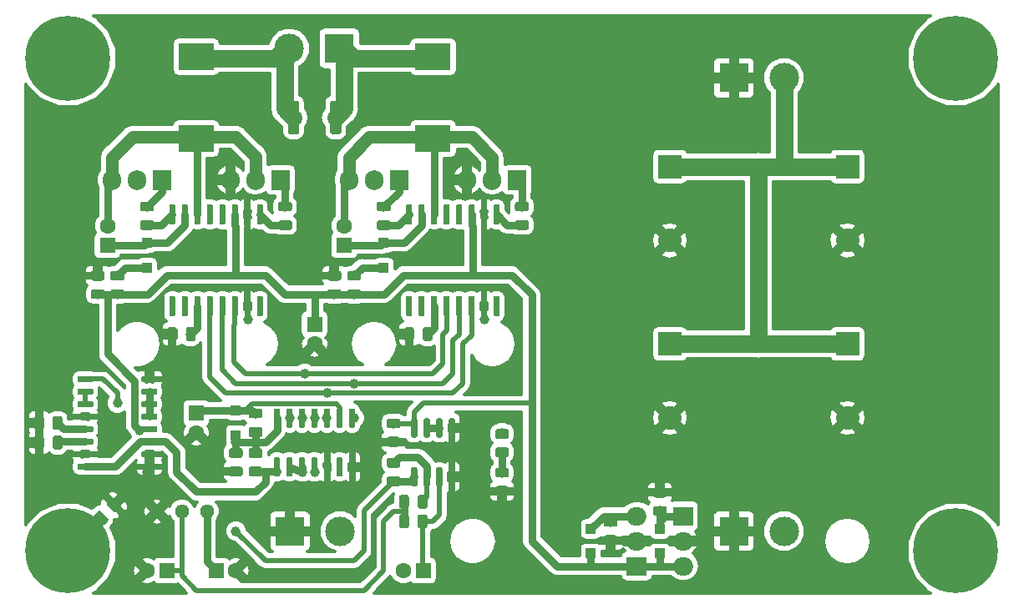
<source format=gbr>
G04 #@! TF.GenerationSoftware,KiCad,Pcbnew,(5.0.1)-3*
G04 #@! TF.CreationDate,2019-12-30T10:06:06+01:00*
G04 #@! TF.ProjectId,TL494 Class D Amp,544C34393420436C617373204420416D,rev?*
G04 #@! TF.SameCoordinates,PX4c4b400PY8f0d180*
G04 #@! TF.FileFunction,Copper,L1,Top,Signal*
G04 #@! TF.FilePolarity,Positive*
%FSLAX46Y46*%
G04 Gerber Fmt 4.6, Leading zero omitted, Abs format (unit mm)*
G04 Created by KiCad (PCBNEW (5.0.1)-3) date 30/12/2019 10:06:06*
%MOMM*%
%LPD*%
G01*
G04 APERTURE LIST*
G04 #@! TA.AperFunction,ComponentPad*
%ADD10C,8.600000*%
G04 #@! TD*
G04 #@! TA.AperFunction,ComponentPad*
%ADD11C,0.900000*%
G04 #@! TD*
G04 #@! TA.AperFunction,Conductor*
%ADD12C,0.050800*%
G04 #@! TD*
G04 #@! TA.AperFunction,SMDPad,CuDef*
%ADD13C,0.975000*%
G04 #@! TD*
G04 #@! TA.AperFunction,SMDPad,CuDef*
%ADD14R,1.000000X1.000000*%
G04 #@! TD*
G04 #@! TA.AperFunction,ComponentPad*
%ADD15C,3.000000*%
G04 #@! TD*
G04 #@! TA.AperFunction,ComponentPad*
%ADD16R,3.000000X3.000000*%
G04 #@! TD*
G04 #@! TA.AperFunction,ComponentPad*
%ADD17C,1.440000*%
G04 #@! TD*
G04 #@! TA.AperFunction,ComponentPad*
%ADD18R,1.600000X1.600000*%
G04 #@! TD*
G04 #@! TA.AperFunction,ComponentPad*
%ADD19C,1.600000*%
G04 #@! TD*
G04 #@! TA.AperFunction,ComponentPad*
%ADD20R,1.905000X2.000000*%
G04 #@! TD*
G04 #@! TA.AperFunction,ComponentPad*
%ADD21O,1.905000X2.000000*%
G04 #@! TD*
G04 #@! TA.AperFunction,ComponentPad*
%ADD22O,2.000000X1.905000*%
G04 #@! TD*
G04 #@! TA.AperFunction,ComponentPad*
%ADD23R,2.000000X1.905000*%
G04 #@! TD*
G04 #@! TA.AperFunction,ComponentPad*
%ADD24C,2.400000*%
G04 #@! TD*
G04 #@! TA.AperFunction,ComponentPad*
%ADD25R,2.400000X2.400000*%
G04 #@! TD*
G04 #@! TA.AperFunction,SMDPad,CuDef*
%ADD26C,1.125000*%
G04 #@! TD*
G04 #@! TA.AperFunction,SMDPad,CuDef*
%ADD27R,3.600000X2.700000*%
G04 #@! TD*
G04 #@! TA.AperFunction,SMDPad,CuDef*
%ADD28C,0.600000*%
G04 #@! TD*
G04 #@! TA.AperFunction,ViaPad*
%ADD29C,1.000000*%
G04 #@! TD*
G04 #@! TA.AperFunction,Conductor*
%ADD30C,0.508000*%
G04 #@! TD*
G04 #@! TA.AperFunction,Conductor*
%ADD31C,0.762000*%
G04 #@! TD*
G04 #@! TA.AperFunction,Conductor*
%ADD32C,1.778000*%
G04 #@! TD*
G04 #@! TA.AperFunction,Conductor*
%ADD33C,1.270000*%
G04 #@! TD*
G04 #@! TA.AperFunction,Conductor*
%ADD34C,0.300000*%
G04 #@! TD*
G04 APERTURE END LIST*
D10*
G04 #@! TO.P,REF\002A\002A,1*
G04 #@! TO.N,N/C*
X95000000Y5000000D03*
D11*
X98225000Y5000000D03*
X97280419Y2719581D03*
X95000000Y1775000D03*
X92719581Y2719581D03*
X91775000Y5000000D03*
X92719581Y7280419D03*
X95000000Y8225000D03*
X97280419Y7280419D03*
G04 #@! TD*
D10*
G04 #@! TO.P,REF\002A\002A,1*
G04 #@! TO.N,N/C*
X5000000Y5000000D03*
D11*
X8225000Y5000000D03*
X7280419Y2719581D03*
X5000000Y1775000D03*
X2719581Y2719581D03*
X1775000Y5000000D03*
X2719581Y7280419D03*
X5000000Y8225000D03*
X7280419Y7280419D03*
G04 #@! TD*
D10*
G04 #@! TO.P,REF\002A\002A,1*
G04 #@! TO.N,N/C*
X5000000Y55000000D03*
D11*
X8225000Y55000000D03*
X7280419Y52719581D03*
X5000000Y51775000D03*
X2719581Y52719581D03*
X1775000Y55000000D03*
X2719581Y57280419D03*
X5000000Y58225000D03*
X7280419Y57280419D03*
G04 #@! TD*
D12*
G04 #@! TO.N,Net-(C5-Pad1)*
G04 #@! TO.C,C5*
G36*
X4205142Y18698826D02*
X4228803Y18695316D01*
X4252007Y18689504D01*
X4274529Y18681446D01*
X4296153Y18671218D01*
X4316670Y18658921D01*
X4335883Y18644671D01*
X4353607Y18628607D01*
X4369671Y18610883D01*
X4383921Y18591670D01*
X4396218Y18571153D01*
X4406446Y18549529D01*
X4414504Y18527007D01*
X4420316Y18503803D01*
X4423826Y18480142D01*
X4425000Y18456250D01*
X4425000Y17543750D01*
X4423826Y17519858D01*
X4420316Y17496197D01*
X4414504Y17472993D01*
X4406446Y17450471D01*
X4396218Y17428847D01*
X4383921Y17408330D01*
X4369671Y17389117D01*
X4353607Y17371393D01*
X4335883Y17355329D01*
X4316670Y17341079D01*
X4296153Y17328782D01*
X4274529Y17318554D01*
X4252007Y17310496D01*
X4228803Y17304684D01*
X4205142Y17301174D01*
X4181250Y17300000D01*
X3693750Y17300000D01*
X3669858Y17301174D01*
X3646197Y17304684D01*
X3622993Y17310496D01*
X3600471Y17318554D01*
X3578847Y17328782D01*
X3558330Y17341079D01*
X3539117Y17355329D01*
X3521393Y17371393D01*
X3505329Y17389117D01*
X3491079Y17408330D01*
X3478782Y17428847D01*
X3468554Y17450471D01*
X3460496Y17472993D01*
X3454684Y17496197D01*
X3451174Y17519858D01*
X3450000Y17543750D01*
X3450000Y18456250D01*
X3451174Y18480142D01*
X3454684Y18503803D01*
X3460496Y18527007D01*
X3468554Y18549529D01*
X3478782Y18571153D01*
X3491079Y18591670D01*
X3505329Y18610883D01*
X3521393Y18628607D01*
X3539117Y18644671D01*
X3558330Y18658921D01*
X3578847Y18671218D01*
X3600471Y18681446D01*
X3622993Y18689504D01*
X3646197Y18695316D01*
X3669858Y18698826D01*
X3693750Y18700000D01*
X4181250Y18700000D01*
X4205142Y18698826D01*
X4205142Y18698826D01*
G37*
D13*
G04 #@! TD*
G04 #@! TO.P,C5,1*
G04 #@! TO.N,Net-(C5-Pad1)*
X3937500Y18000000D03*
D12*
G04 #@! TO.N,GND*
G04 #@! TO.C,C5*
G36*
X2330142Y18698826D02*
X2353803Y18695316D01*
X2377007Y18689504D01*
X2399529Y18681446D01*
X2421153Y18671218D01*
X2441670Y18658921D01*
X2460883Y18644671D01*
X2478607Y18628607D01*
X2494671Y18610883D01*
X2508921Y18591670D01*
X2521218Y18571153D01*
X2531446Y18549529D01*
X2539504Y18527007D01*
X2545316Y18503803D01*
X2548826Y18480142D01*
X2550000Y18456250D01*
X2550000Y17543750D01*
X2548826Y17519858D01*
X2545316Y17496197D01*
X2539504Y17472993D01*
X2531446Y17450471D01*
X2521218Y17428847D01*
X2508921Y17408330D01*
X2494671Y17389117D01*
X2478607Y17371393D01*
X2460883Y17355329D01*
X2441670Y17341079D01*
X2421153Y17328782D01*
X2399529Y17318554D01*
X2377007Y17310496D01*
X2353803Y17304684D01*
X2330142Y17301174D01*
X2306250Y17300000D01*
X1818750Y17300000D01*
X1794858Y17301174D01*
X1771197Y17304684D01*
X1747993Y17310496D01*
X1725471Y17318554D01*
X1703847Y17328782D01*
X1683330Y17341079D01*
X1664117Y17355329D01*
X1646393Y17371393D01*
X1630329Y17389117D01*
X1616079Y17408330D01*
X1603782Y17428847D01*
X1593554Y17450471D01*
X1585496Y17472993D01*
X1579684Y17496197D01*
X1576174Y17519858D01*
X1575000Y17543750D01*
X1575000Y18456250D01*
X1576174Y18480142D01*
X1579684Y18503803D01*
X1585496Y18527007D01*
X1593554Y18549529D01*
X1603782Y18571153D01*
X1616079Y18591670D01*
X1630329Y18610883D01*
X1646393Y18628607D01*
X1664117Y18644671D01*
X1683330Y18658921D01*
X1703847Y18671218D01*
X1725471Y18681446D01*
X1747993Y18689504D01*
X1771197Y18695316D01*
X1794858Y18698826D01*
X1818750Y18700000D01*
X2306250Y18700000D01*
X2330142Y18698826D01*
X2330142Y18698826D01*
G37*
D13*
G04 #@! TD*
G04 #@! TO.P,C5,2*
G04 #@! TO.N,GND*
X2062500Y18000000D03*
D12*
G04 #@! TO.N,GND*
G04 #@! TO.C,C6*
G36*
X65480142Y11423826D02*
X65503803Y11420316D01*
X65527007Y11414504D01*
X65549529Y11406446D01*
X65571153Y11396218D01*
X65591670Y11383921D01*
X65610883Y11369671D01*
X65628607Y11353607D01*
X65644671Y11335883D01*
X65658921Y11316670D01*
X65671218Y11296153D01*
X65681446Y11274529D01*
X65689504Y11252007D01*
X65695316Y11228803D01*
X65698826Y11205142D01*
X65700000Y11181250D01*
X65700000Y10693750D01*
X65698826Y10669858D01*
X65695316Y10646197D01*
X65689504Y10622993D01*
X65681446Y10600471D01*
X65671218Y10578847D01*
X65658921Y10558330D01*
X65644671Y10539117D01*
X65628607Y10521393D01*
X65610883Y10505329D01*
X65591670Y10491079D01*
X65571153Y10478782D01*
X65549529Y10468554D01*
X65527007Y10460496D01*
X65503803Y10454684D01*
X65480142Y10451174D01*
X65456250Y10450000D01*
X64543750Y10450000D01*
X64519858Y10451174D01*
X64496197Y10454684D01*
X64472993Y10460496D01*
X64450471Y10468554D01*
X64428847Y10478782D01*
X64408330Y10491079D01*
X64389117Y10505329D01*
X64371393Y10521393D01*
X64355329Y10539117D01*
X64341079Y10558330D01*
X64328782Y10578847D01*
X64318554Y10600471D01*
X64310496Y10622993D01*
X64304684Y10646197D01*
X64301174Y10669858D01*
X64300000Y10693750D01*
X64300000Y11181250D01*
X64301174Y11205142D01*
X64304684Y11228803D01*
X64310496Y11252007D01*
X64318554Y11274529D01*
X64328782Y11296153D01*
X64341079Y11316670D01*
X64355329Y11335883D01*
X64371393Y11353607D01*
X64389117Y11369671D01*
X64408330Y11383921D01*
X64428847Y11396218D01*
X64450471Y11406446D01*
X64472993Y11414504D01*
X64496197Y11420316D01*
X64519858Y11423826D01*
X64543750Y11425000D01*
X65456250Y11425000D01*
X65480142Y11423826D01*
X65480142Y11423826D01*
G37*
D13*
G04 #@! TD*
G04 #@! TO.P,C6,2*
G04 #@! TO.N,GND*
X65000000Y10937500D03*
D12*
G04 #@! TO.N,Net-(C6-Pad1)*
G04 #@! TO.C,C6*
G36*
X65480142Y9548826D02*
X65503803Y9545316D01*
X65527007Y9539504D01*
X65549529Y9531446D01*
X65571153Y9521218D01*
X65591670Y9508921D01*
X65610883Y9494671D01*
X65628607Y9478607D01*
X65644671Y9460883D01*
X65658921Y9441670D01*
X65671218Y9421153D01*
X65681446Y9399529D01*
X65689504Y9377007D01*
X65695316Y9353803D01*
X65698826Y9330142D01*
X65700000Y9306250D01*
X65700000Y8818750D01*
X65698826Y8794858D01*
X65695316Y8771197D01*
X65689504Y8747993D01*
X65681446Y8725471D01*
X65671218Y8703847D01*
X65658921Y8683330D01*
X65644671Y8664117D01*
X65628607Y8646393D01*
X65610883Y8630329D01*
X65591670Y8616079D01*
X65571153Y8603782D01*
X65549529Y8593554D01*
X65527007Y8585496D01*
X65503803Y8579684D01*
X65480142Y8576174D01*
X65456250Y8575000D01*
X64543750Y8575000D01*
X64519858Y8576174D01*
X64496197Y8579684D01*
X64472993Y8585496D01*
X64450471Y8593554D01*
X64428847Y8603782D01*
X64408330Y8616079D01*
X64389117Y8630329D01*
X64371393Y8646393D01*
X64355329Y8664117D01*
X64341079Y8683330D01*
X64328782Y8703847D01*
X64318554Y8725471D01*
X64310496Y8747993D01*
X64304684Y8771197D01*
X64301174Y8794858D01*
X64300000Y8818750D01*
X64300000Y9306250D01*
X64301174Y9330142D01*
X64304684Y9353803D01*
X64310496Y9377007D01*
X64318554Y9399529D01*
X64328782Y9421153D01*
X64341079Y9441670D01*
X64355329Y9460883D01*
X64371393Y9478607D01*
X64389117Y9494671D01*
X64408330Y9508921D01*
X64428847Y9521218D01*
X64450471Y9531446D01*
X64472993Y9539504D01*
X64496197Y9545316D01*
X64519858Y9548826D01*
X64543750Y9550000D01*
X65456250Y9550000D01*
X65480142Y9548826D01*
X65480142Y9548826D01*
G37*
D13*
G04 #@! TD*
G04 #@! TO.P,C6,1*
G04 #@! TO.N,Net-(C6-Pad1)*
X65000000Y9062500D03*
D12*
G04 #@! TO.N,GND*
G04 #@! TO.C,C8*
G36*
X8480142Y33423826D02*
X8503803Y33420316D01*
X8527007Y33414504D01*
X8549529Y33406446D01*
X8571153Y33396218D01*
X8591670Y33383921D01*
X8610883Y33369671D01*
X8628607Y33353607D01*
X8644671Y33335883D01*
X8658921Y33316670D01*
X8671218Y33296153D01*
X8681446Y33274529D01*
X8689504Y33252007D01*
X8695316Y33228803D01*
X8698826Y33205142D01*
X8700000Y33181250D01*
X8700000Y32693750D01*
X8698826Y32669858D01*
X8695316Y32646197D01*
X8689504Y32622993D01*
X8681446Y32600471D01*
X8671218Y32578847D01*
X8658921Y32558330D01*
X8644671Y32539117D01*
X8628607Y32521393D01*
X8610883Y32505329D01*
X8591670Y32491079D01*
X8571153Y32478782D01*
X8549529Y32468554D01*
X8527007Y32460496D01*
X8503803Y32454684D01*
X8480142Y32451174D01*
X8456250Y32450000D01*
X7543750Y32450000D01*
X7519858Y32451174D01*
X7496197Y32454684D01*
X7472993Y32460496D01*
X7450471Y32468554D01*
X7428847Y32478782D01*
X7408330Y32491079D01*
X7389117Y32505329D01*
X7371393Y32521393D01*
X7355329Y32539117D01*
X7341079Y32558330D01*
X7328782Y32578847D01*
X7318554Y32600471D01*
X7310496Y32622993D01*
X7304684Y32646197D01*
X7301174Y32669858D01*
X7300000Y32693750D01*
X7300000Y33181250D01*
X7301174Y33205142D01*
X7304684Y33228803D01*
X7310496Y33252007D01*
X7318554Y33274529D01*
X7328782Y33296153D01*
X7341079Y33316670D01*
X7355329Y33335883D01*
X7371393Y33353607D01*
X7389117Y33369671D01*
X7408330Y33383921D01*
X7428847Y33396218D01*
X7450471Y33406446D01*
X7472993Y33414504D01*
X7496197Y33420316D01*
X7519858Y33423826D01*
X7543750Y33425000D01*
X8456250Y33425000D01*
X8480142Y33423826D01*
X8480142Y33423826D01*
G37*
D13*
G04 #@! TD*
G04 #@! TO.P,C8,2*
G04 #@! TO.N,GND*
X8000000Y32937500D03*
D12*
G04 #@! TO.N,+12V*
G04 #@! TO.C,C8*
G36*
X8480142Y31548826D02*
X8503803Y31545316D01*
X8527007Y31539504D01*
X8549529Y31531446D01*
X8571153Y31521218D01*
X8591670Y31508921D01*
X8610883Y31494671D01*
X8628607Y31478607D01*
X8644671Y31460883D01*
X8658921Y31441670D01*
X8671218Y31421153D01*
X8681446Y31399529D01*
X8689504Y31377007D01*
X8695316Y31353803D01*
X8698826Y31330142D01*
X8700000Y31306250D01*
X8700000Y30818750D01*
X8698826Y30794858D01*
X8695316Y30771197D01*
X8689504Y30747993D01*
X8681446Y30725471D01*
X8671218Y30703847D01*
X8658921Y30683330D01*
X8644671Y30664117D01*
X8628607Y30646393D01*
X8610883Y30630329D01*
X8591670Y30616079D01*
X8571153Y30603782D01*
X8549529Y30593554D01*
X8527007Y30585496D01*
X8503803Y30579684D01*
X8480142Y30576174D01*
X8456250Y30575000D01*
X7543750Y30575000D01*
X7519858Y30576174D01*
X7496197Y30579684D01*
X7472993Y30585496D01*
X7450471Y30593554D01*
X7428847Y30603782D01*
X7408330Y30616079D01*
X7389117Y30630329D01*
X7371393Y30646393D01*
X7355329Y30664117D01*
X7341079Y30683330D01*
X7328782Y30703847D01*
X7318554Y30725471D01*
X7310496Y30747993D01*
X7304684Y30771197D01*
X7301174Y30794858D01*
X7300000Y30818750D01*
X7300000Y31306250D01*
X7301174Y31330142D01*
X7304684Y31353803D01*
X7310496Y31377007D01*
X7318554Y31399529D01*
X7328782Y31421153D01*
X7341079Y31441670D01*
X7355329Y31460883D01*
X7371393Y31478607D01*
X7389117Y31494671D01*
X7408330Y31508921D01*
X7428847Y31521218D01*
X7450471Y31531446D01*
X7472993Y31539504D01*
X7496197Y31545316D01*
X7519858Y31548826D01*
X7543750Y31550000D01*
X8456250Y31550000D01*
X8480142Y31548826D01*
X8480142Y31548826D01*
G37*
D13*
G04 #@! TD*
G04 #@! TO.P,C8,1*
G04 #@! TO.N,+12V*
X8000000Y31062500D03*
D12*
G04 #@! TO.N,+5V*
G04 #@! TO.C,C14*
G36*
X22480142Y15423826D02*
X22503803Y15420316D01*
X22527007Y15414504D01*
X22549529Y15406446D01*
X22571153Y15396218D01*
X22591670Y15383921D01*
X22610883Y15369671D01*
X22628607Y15353607D01*
X22644671Y15335883D01*
X22658921Y15316670D01*
X22671218Y15296153D01*
X22681446Y15274529D01*
X22689504Y15252007D01*
X22695316Y15228803D01*
X22698826Y15205142D01*
X22700000Y15181250D01*
X22700000Y14693750D01*
X22698826Y14669858D01*
X22695316Y14646197D01*
X22689504Y14622993D01*
X22681446Y14600471D01*
X22671218Y14578847D01*
X22658921Y14558330D01*
X22644671Y14539117D01*
X22628607Y14521393D01*
X22610883Y14505329D01*
X22591670Y14491079D01*
X22571153Y14478782D01*
X22549529Y14468554D01*
X22527007Y14460496D01*
X22503803Y14454684D01*
X22480142Y14451174D01*
X22456250Y14450000D01*
X21543750Y14450000D01*
X21519858Y14451174D01*
X21496197Y14454684D01*
X21472993Y14460496D01*
X21450471Y14468554D01*
X21428847Y14478782D01*
X21408330Y14491079D01*
X21389117Y14505329D01*
X21371393Y14521393D01*
X21355329Y14539117D01*
X21341079Y14558330D01*
X21328782Y14578847D01*
X21318554Y14600471D01*
X21310496Y14622993D01*
X21304684Y14646197D01*
X21301174Y14669858D01*
X21300000Y14693750D01*
X21300000Y15181250D01*
X21301174Y15205142D01*
X21304684Y15228803D01*
X21310496Y15252007D01*
X21318554Y15274529D01*
X21328782Y15296153D01*
X21341079Y15316670D01*
X21355329Y15335883D01*
X21371393Y15353607D01*
X21389117Y15369671D01*
X21408330Y15383921D01*
X21428847Y15396218D01*
X21450471Y15406446D01*
X21472993Y15414504D01*
X21496197Y15420316D01*
X21519858Y15423826D01*
X21543750Y15425000D01*
X22456250Y15425000D01*
X22480142Y15423826D01*
X22480142Y15423826D01*
G37*
D13*
G04 #@! TD*
G04 #@! TO.P,C14,1*
G04 #@! TO.N,+5V*
X22000000Y14937500D03*
D12*
G04 #@! TO.N,GND*
G04 #@! TO.C,C14*
G36*
X22480142Y13548826D02*
X22503803Y13545316D01*
X22527007Y13539504D01*
X22549529Y13531446D01*
X22571153Y13521218D01*
X22591670Y13508921D01*
X22610883Y13494671D01*
X22628607Y13478607D01*
X22644671Y13460883D01*
X22658921Y13441670D01*
X22671218Y13421153D01*
X22681446Y13399529D01*
X22689504Y13377007D01*
X22695316Y13353803D01*
X22698826Y13330142D01*
X22700000Y13306250D01*
X22700000Y12818750D01*
X22698826Y12794858D01*
X22695316Y12771197D01*
X22689504Y12747993D01*
X22681446Y12725471D01*
X22671218Y12703847D01*
X22658921Y12683330D01*
X22644671Y12664117D01*
X22628607Y12646393D01*
X22610883Y12630329D01*
X22591670Y12616079D01*
X22571153Y12603782D01*
X22549529Y12593554D01*
X22527007Y12585496D01*
X22503803Y12579684D01*
X22480142Y12576174D01*
X22456250Y12575000D01*
X21543750Y12575000D01*
X21519858Y12576174D01*
X21496197Y12579684D01*
X21472993Y12585496D01*
X21450471Y12593554D01*
X21428847Y12603782D01*
X21408330Y12616079D01*
X21389117Y12630329D01*
X21371393Y12646393D01*
X21355329Y12664117D01*
X21341079Y12683330D01*
X21328782Y12703847D01*
X21318554Y12725471D01*
X21310496Y12747993D01*
X21304684Y12771197D01*
X21301174Y12794858D01*
X21300000Y12818750D01*
X21300000Y13306250D01*
X21301174Y13330142D01*
X21304684Y13353803D01*
X21310496Y13377007D01*
X21318554Y13399529D01*
X21328782Y13421153D01*
X21341079Y13441670D01*
X21355329Y13460883D01*
X21371393Y13478607D01*
X21389117Y13494671D01*
X21408330Y13508921D01*
X21428847Y13521218D01*
X21450471Y13531446D01*
X21472993Y13539504D01*
X21496197Y13545316D01*
X21519858Y13548826D01*
X21543750Y13550000D01*
X22456250Y13550000D01*
X22480142Y13548826D01*
X22480142Y13548826D01*
G37*
D13*
G04 #@! TD*
G04 #@! TO.P,C14,2*
G04 #@! TO.N,GND*
X22000000Y13062500D03*
D14*
G04 #@! TO.P,D2,1*
G04 #@! TO.N,Net-(C6-Pad1)*
X65000000Y7250000D03*
G04 #@! TO.P,D2,2*
G04 #@! TO.N,+12V*
X65000000Y4750000D03*
G04 #@! TD*
G04 #@! TO.P,D3,1*
G04 #@! TO.N,+12V*
X58000000Y4750000D03*
G04 #@! TO.P,D3,2*
G04 #@! TO.N,+5V*
X58000000Y7250000D03*
G04 #@! TD*
G04 #@! TO.P,D7,2*
G04 #@! TO.N,Net-(D7-Pad2)*
X13000000Y33750000D03*
G04 #@! TO.P,D7,1*
G04 #@! TO.N,Net-(C16-Pad1)*
X13000000Y36250000D03*
G04 #@! TD*
D15*
G04 #@! TO.P,J1,2*
G04 #@! TO.N,Net-(J1-Pad2)*
X32580000Y7000000D03*
D16*
G04 #@! TO.P,J1,1*
G04 #@! TO.N,GND*
X27500000Y7000000D03*
G04 #@! TD*
D15*
G04 #@! TO.P,J2,2*
G04 #@! TO.N,Net-(C6-Pad1)*
X77580000Y7000000D03*
D16*
G04 #@! TO.P,J2,1*
G04 #@! TO.N,GND*
X72500000Y7000000D03*
G04 #@! TD*
G04 #@! TO.P,J3,1*
G04 #@! TO.N,GND*
X72500000Y53000000D03*
D15*
G04 #@! TO.P,J3,2*
G04 #@! TO.N,VCC*
X77580000Y53000000D03*
G04 #@! TD*
D16*
G04 #@! TO.P,J4,1*
G04 #@! TO.N,Net-(C19-Pad2)*
X32500000Y56000000D03*
D15*
G04 #@! TO.P,J4,2*
G04 #@! TO.N,Net-(C19-Pad1)*
X27420000Y56000000D03*
G04 #@! TD*
D12*
G04 #@! TO.N,Net-(C2-Pad1)*
G04 #@! TO.C,R3*
G36*
X41205142Y8698826D02*
X41228803Y8695316D01*
X41252007Y8689504D01*
X41274529Y8681446D01*
X41296153Y8671218D01*
X41316670Y8658921D01*
X41335883Y8644671D01*
X41353607Y8628607D01*
X41369671Y8610883D01*
X41383921Y8591670D01*
X41396218Y8571153D01*
X41406446Y8549529D01*
X41414504Y8527007D01*
X41420316Y8503803D01*
X41423826Y8480142D01*
X41425000Y8456250D01*
X41425000Y7543750D01*
X41423826Y7519858D01*
X41420316Y7496197D01*
X41414504Y7472993D01*
X41406446Y7450471D01*
X41396218Y7428847D01*
X41383921Y7408330D01*
X41369671Y7389117D01*
X41353607Y7371393D01*
X41335883Y7355329D01*
X41316670Y7341079D01*
X41296153Y7328782D01*
X41274529Y7318554D01*
X41252007Y7310496D01*
X41228803Y7304684D01*
X41205142Y7301174D01*
X41181250Y7300000D01*
X40693750Y7300000D01*
X40669858Y7301174D01*
X40646197Y7304684D01*
X40622993Y7310496D01*
X40600471Y7318554D01*
X40578847Y7328782D01*
X40558330Y7341079D01*
X40539117Y7355329D01*
X40521393Y7371393D01*
X40505329Y7389117D01*
X40491079Y7408330D01*
X40478782Y7428847D01*
X40468554Y7450471D01*
X40460496Y7472993D01*
X40454684Y7496197D01*
X40451174Y7519858D01*
X40450000Y7543750D01*
X40450000Y8456250D01*
X40451174Y8480142D01*
X40454684Y8503803D01*
X40460496Y8527007D01*
X40468554Y8549529D01*
X40478782Y8571153D01*
X40491079Y8591670D01*
X40505329Y8610883D01*
X40521393Y8628607D01*
X40539117Y8644671D01*
X40558330Y8658921D01*
X40578847Y8671218D01*
X40600471Y8681446D01*
X40622993Y8689504D01*
X40646197Y8695316D01*
X40669858Y8698826D01*
X40693750Y8700000D01*
X41181250Y8700000D01*
X41205142Y8698826D01*
X41205142Y8698826D01*
G37*
D13*
G04 #@! TD*
G04 #@! TO.P,R3,2*
G04 #@! TO.N,Net-(C2-Pad1)*
X40937500Y8000000D03*
D12*
G04 #@! TO.N,Net-(C3-Pad1)*
G04 #@! TO.C,R3*
G36*
X39330142Y8698826D02*
X39353803Y8695316D01*
X39377007Y8689504D01*
X39399529Y8681446D01*
X39421153Y8671218D01*
X39441670Y8658921D01*
X39460883Y8644671D01*
X39478607Y8628607D01*
X39494671Y8610883D01*
X39508921Y8591670D01*
X39521218Y8571153D01*
X39531446Y8549529D01*
X39539504Y8527007D01*
X39545316Y8503803D01*
X39548826Y8480142D01*
X39550000Y8456250D01*
X39550000Y7543750D01*
X39548826Y7519858D01*
X39545316Y7496197D01*
X39539504Y7472993D01*
X39531446Y7450471D01*
X39521218Y7428847D01*
X39508921Y7408330D01*
X39494671Y7389117D01*
X39478607Y7371393D01*
X39460883Y7355329D01*
X39441670Y7341079D01*
X39421153Y7328782D01*
X39399529Y7318554D01*
X39377007Y7310496D01*
X39353803Y7304684D01*
X39330142Y7301174D01*
X39306250Y7300000D01*
X38818750Y7300000D01*
X38794858Y7301174D01*
X38771197Y7304684D01*
X38747993Y7310496D01*
X38725471Y7318554D01*
X38703847Y7328782D01*
X38683330Y7341079D01*
X38664117Y7355329D01*
X38646393Y7371393D01*
X38630329Y7389117D01*
X38616079Y7408330D01*
X38603782Y7428847D01*
X38593554Y7450471D01*
X38585496Y7472993D01*
X38579684Y7496197D01*
X38576174Y7519858D01*
X38575000Y7543750D01*
X38575000Y8456250D01*
X38576174Y8480142D01*
X38579684Y8503803D01*
X38585496Y8527007D01*
X38593554Y8549529D01*
X38603782Y8571153D01*
X38616079Y8591670D01*
X38630329Y8610883D01*
X38646393Y8628607D01*
X38664117Y8644671D01*
X38683330Y8658921D01*
X38703847Y8671218D01*
X38725471Y8681446D01*
X38747993Y8689504D01*
X38771197Y8695316D01*
X38794858Y8698826D01*
X38818750Y8700000D01*
X39306250Y8700000D01*
X39330142Y8698826D01*
X39330142Y8698826D01*
G37*
D13*
G04 #@! TD*
G04 #@! TO.P,R3,1*
G04 #@! TO.N,Net-(C3-Pad1)*
X39062500Y8000000D03*
D12*
G04 #@! TO.N,Net-(R4-Pad2)*
G04 #@! TO.C,R4*
G36*
X41205142Y10698826D02*
X41228803Y10695316D01*
X41252007Y10689504D01*
X41274529Y10681446D01*
X41296153Y10671218D01*
X41316670Y10658921D01*
X41335883Y10644671D01*
X41353607Y10628607D01*
X41369671Y10610883D01*
X41383921Y10591670D01*
X41396218Y10571153D01*
X41406446Y10549529D01*
X41414504Y10527007D01*
X41420316Y10503803D01*
X41423826Y10480142D01*
X41425000Y10456250D01*
X41425000Y9543750D01*
X41423826Y9519858D01*
X41420316Y9496197D01*
X41414504Y9472993D01*
X41406446Y9450471D01*
X41396218Y9428847D01*
X41383921Y9408330D01*
X41369671Y9389117D01*
X41353607Y9371393D01*
X41335883Y9355329D01*
X41316670Y9341079D01*
X41296153Y9328782D01*
X41274529Y9318554D01*
X41252007Y9310496D01*
X41228803Y9304684D01*
X41205142Y9301174D01*
X41181250Y9300000D01*
X40693750Y9300000D01*
X40669858Y9301174D01*
X40646197Y9304684D01*
X40622993Y9310496D01*
X40600471Y9318554D01*
X40578847Y9328782D01*
X40558330Y9341079D01*
X40539117Y9355329D01*
X40521393Y9371393D01*
X40505329Y9389117D01*
X40491079Y9408330D01*
X40478782Y9428847D01*
X40468554Y9450471D01*
X40460496Y9472993D01*
X40454684Y9496197D01*
X40451174Y9519858D01*
X40450000Y9543750D01*
X40450000Y10456250D01*
X40451174Y10480142D01*
X40454684Y10503803D01*
X40460496Y10527007D01*
X40468554Y10549529D01*
X40478782Y10571153D01*
X40491079Y10591670D01*
X40505329Y10610883D01*
X40521393Y10628607D01*
X40539117Y10644671D01*
X40558330Y10658921D01*
X40578847Y10671218D01*
X40600471Y10681446D01*
X40622993Y10689504D01*
X40646197Y10695316D01*
X40669858Y10698826D01*
X40693750Y10700000D01*
X41181250Y10700000D01*
X41205142Y10698826D01*
X41205142Y10698826D01*
G37*
D13*
G04 #@! TD*
G04 #@! TO.P,R4,2*
G04 #@! TO.N,Net-(R4-Pad2)*
X40937500Y10000000D03*
D12*
G04 #@! TO.N,Net-(C3-Pad1)*
G04 #@! TO.C,R4*
G36*
X39330142Y10698826D02*
X39353803Y10695316D01*
X39377007Y10689504D01*
X39399529Y10681446D01*
X39421153Y10671218D01*
X39441670Y10658921D01*
X39460883Y10644671D01*
X39478607Y10628607D01*
X39494671Y10610883D01*
X39508921Y10591670D01*
X39521218Y10571153D01*
X39531446Y10549529D01*
X39539504Y10527007D01*
X39545316Y10503803D01*
X39548826Y10480142D01*
X39550000Y10456250D01*
X39550000Y9543750D01*
X39548826Y9519858D01*
X39545316Y9496197D01*
X39539504Y9472993D01*
X39531446Y9450471D01*
X39521218Y9428847D01*
X39508921Y9408330D01*
X39494671Y9389117D01*
X39478607Y9371393D01*
X39460883Y9355329D01*
X39441670Y9341079D01*
X39421153Y9328782D01*
X39399529Y9318554D01*
X39377007Y9310496D01*
X39353803Y9304684D01*
X39330142Y9301174D01*
X39306250Y9300000D01*
X38818750Y9300000D01*
X38794858Y9301174D01*
X38771197Y9304684D01*
X38747993Y9310496D01*
X38725471Y9318554D01*
X38703847Y9328782D01*
X38683330Y9341079D01*
X38664117Y9355329D01*
X38646393Y9371393D01*
X38630329Y9389117D01*
X38616079Y9408330D01*
X38603782Y9428847D01*
X38593554Y9450471D01*
X38585496Y9472993D01*
X38579684Y9496197D01*
X38576174Y9519858D01*
X38575000Y9543750D01*
X38575000Y10456250D01*
X38576174Y10480142D01*
X38579684Y10503803D01*
X38585496Y10527007D01*
X38593554Y10549529D01*
X38603782Y10571153D01*
X38616079Y10591670D01*
X38630329Y10610883D01*
X38646393Y10628607D01*
X38664117Y10644671D01*
X38683330Y10658921D01*
X38703847Y10671218D01*
X38725471Y10681446D01*
X38747993Y10689504D01*
X38771197Y10695316D01*
X38794858Y10698826D01*
X38818750Y10700000D01*
X39306250Y10700000D01*
X39330142Y10698826D01*
X39330142Y10698826D01*
G37*
D13*
G04 #@! TD*
G04 #@! TO.P,R4,1*
G04 #@! TO.N,Net-(C3-Pad1)*
X39062500Y10000000D03*
D12*
G04 #@! TO.N,Net-(R4-Pad2)*
G04 #@! TO.C,R5*
G36*
X38480142Y14423826D02*
X38503803Y14420316D01*
X38527007Y14414504D01*
X38549529Y14406446D01*
X38571153Y14396218D01*
X38591670Y14383921D01*
X38610883Y14369671D01*
X38628607Y14353607D01*
X38644671Y14335883D01*
X38658921Y14316670D01*
X38671218Y14296153D01*
X38681446Y14274529D01*
X38689504Y14252007D01*
X38695316Y14228803D01*
X38698826Y14205142D01*
X38700000Y14181250D01*
X38700000Y13693750D01*
X38698826Y13669858D01*
X38695316Y13646197D01*
X38689504Y13622993D01*
X38681446Y13600471D01*
X38671218Y13578847D01*
X38658921Y13558330D01*
X38644671Y13539117D01*
X38628607Y13521393D01*
X38610883Y13505329D01*
X38591670Y13491079D01*
X38571153Y13478782D01*
X38549529Y13468554D01*
X38527007Y13460496D01*
X38503803Y13454684D01*
X38480142Y13451174D01*
X38456250Y13450000D01*
X37543750Y13450000D01*
X37519858Y13451174D01*
X37496197Y13454684D01*
X37472993Y13460496D01*
X37450471Y13468554D01*
X37428847Y13478782D01*
X37408330Y13491079D01*
X37389117Y13505329D01*
X37371393Y13521393D01*
X37355329Y13539117D01*
X37341079Y13558330D01*
X37328782Y13578847D01*
X37318554Y13600471D01*
X37310496Y13622993D01*
X37304684Y13646197D01*
X37301174Y13669858D01*
X37300000Y13693750D01*
X37300000Y14181250D01*
X37301174Y14205142D01*
X37304684Y14228803D01*
X37310496Y14252007D01*
X37318554Y14274529D01*
X37328782Y14296153D01*
X37341079Y14316670D01*
X37355329Y14335883D01*
X37371393Y14353607D01*
X37389117Y14369671D01*
X37408330Y14383921D01*
X37428847Y14396218D01*
X37450471Y14406446D01*
X37472993Y14414504D01*
X37496197Y14420316D01*
X37519858Y14423826D01*
X37543750Y14425000D01*
X38456250Y14425000D01*
X38480142Y14423826D01*
X38480142Y14423826D01*
G37*
D13*
G04 #@! TD*
G04 #@! TO.P,R5,1*
G04 #@! TO.N,Net-(R4-Pad2)*
X38000000Y13937500D03*
D12*
G04 #@! TO.N,Net-(R5-Pad2)*
G04 #@! TO.C,R5*
G36*
X38480142Y12548826D02*
X38503803Y12545316D01*
X38527007Y12539504D01*
X38549529Y12531446D01*
X38571153Y12521218D01*
X38591670Y12508921D01*
X38610883Y12494671D01*
X38628607Y12478607D01*
X38644671Y12460883D01*
X38658921Y12441670D01*
X38671218Y12421153D01*
X38681446Y12399529D01*
X38689504Y12377007D01*
X38695316Y12353803D01*
X38698826Y12330142D01*
X38700000Y12306250D01*
X38700000Y11818750D01*
X38698826Y11794858D01*
X38695316Y11771197D01*
X38689504Y11747993D01*
X38681446Y11725471D01*
X38671218Y11703847D01*
X38658921Y11683330D01*
X38644671Y11664117D01*
X38628607Y11646393D01*
X38610883Y11630329D01*
X38591670Y11616079D01*
X38571153Y11603782D01*
X38549529Y11593554D01*
X38527007Y11585496D01*
X38503803Y11579684D01*
X38480142Y11576174D01*
X38456250Y11575000D01*
X37543750Y11575000D01*
X37519858Y11576174D01*
X37496197Y11579684D01*
X37472993Y11585496D01*
X37450471Y11593554D01*
X37428847Y11603782D01*
X37408330Y11616079D01*
X37389117Y11630329D01*
X37371393Y11646393D01*
X37355329Y11664117D01*
X37341079Y11683330D01*
X37328782Y11703847D01*
X37318554Y11725471D01*
X37310496Y11747993D01*
X37304684Y11771197D01*
X37301174Y11794858D01*
X37300000Y11818750D01*
X37300000Y12306250D01*
X37301174Y12330142D01*
X37304684Y12353803D01*
X37310496Y12377007D01*
X37318554Y12399529D01*
X37328782Y12421153D01*
X37341079Y12441670D01*
X37355329Y12460883D01*
X37371393Y12478607D01*
X37389117Y12494671D01*
X37408330Y12508921D01*
X37428847Y12521218D01*
X37450471Y12531446D01*
X37472993Y12539504D01*
X37496197Y12545316D01*
X37519858Y12548826D01*
X37543750Y12550000D01*
X38456250Y12550000D01*
X38480142Y12548826D01*
X38480142Y12548826D01*
G37*
D13*
G04 #@! TD*
G04 #@! TO.P,R5,2*
G04 #@! TO.N,Net-(R5-Pad2)*
X38000000Y12062500D03*
D12*
G04 #@! TO.N,Net-(R6-Pad1)*
G04 #@! TO.C,R6*
G36*
X4205142Y16698826D02*
X4228803Y16695316D01*
X4252007Y16689504D01*
X4274529Y16681446D01*
X4296153Y16671218D01*
X4316670Y16658921D01*
X4335883Y16644671D01*
X4353607Y16628607D01*
X4369671Y16610883D01*
X4383921Y16591670D01*
X4396218Y16571153D01*
X4406446Y16549529D01*
X4414504Y16527007D01*
X4420316Y16503803D01*
X4423826Y16480142D01*
X4425000Y16456250D01*
X4425000Y15543750D01*
X4423826Y15519858D01*
X4420316Y15496197D01*
X4414504Y15472993D01*
X4406446Y15450471D01*
X4396218Y15428847D01*
X4383921Y15408330D01*
X4369671Y15389117D01*
X4353607Y15371393D01*
X4335883Y15355329D01*
X4316670Y15341079D01*
X4296153Y15328782D01*
X4274529Y15318554D01*
X4252007Y15310496D01*
X4228803Y15304684D01*
X4205142Y15301174D01*
X4181250Y15300000D01*
X3693750Y15300000D01*
X3669858Y15301174D01*
X3646197Y15304684D01*
X3622993Y15310496D01*
X3600471Y15318554D01*
X3578847Y15328782D01*
X3558330Y15341079D01*
X3539117Y15355329D01*
X3521393Y15371393D01*
X3505329Y15389117D01*
X3491079Y15408330D01*
X3478782Y15428847D01*
X3468554Y15450471D01*
X3460496Y15472993D01*
X3454684Y15496197D01*
X3451174Y15519858D01*
X3450000Y15543750D01*
X3450000Y16456250D01*
X3451174Y16480142D01*
X3454684Y16503803D01*
X3460496Y16527007D01*
X3468554Y16549529D01*
X3478782Y16571153D01*
X3491079Y16591670D01*
X3505329Y16610883D01*
X3521393Y16628607D01*
X3539117Y16644671D01*
X3558330Y16658921D01*
X3578847Y16671218D01*
X3600471Y16681446D01*
X3622993Y16689504D01*
X3646197Y16695316D01*
X3669858Y16698826D01*
X3693750Y16700000D01*
X4181250Y16700000D01*
X4205142Y16698826D01*
X4205142Y16698826D01*
G37*
D13*
G04 #@! TD*
G04 #@! TO.P,R6,1*
G04 #@! TO.N,Net-(R6-Pad1)*
X3937500Y16000000D03*
D12*
G04 #@! TO.N,GND*
G04 #@! TO.C,R6*
G36*
X2330142Y16698826D02*
X2353803Y16695316D01*
X2377007Y16689504D01*
X2399529Y16681446D01*
X2421153Y16671218D01*
X2441670Y16658921D01*
X2460883Y16644671D01*
X2478607Y16628607D01*
X2494671Y16610883D01*
X2508921Y16591670D01*
X2521218Y16571153D01*
X2531446Y16549529D01*
X2539504Y16527007D01*
X2545316Y16503803D01*
X2548826Y16480142D01*
X2550000Y16456250D01*
X2550000Y15543750D01*
X2548826Y15519858D01*
X2545316Y15496197D01*
X2539504Y15472993D01*
X2531446Y15450471D01*
X2521218Y15428847D01*
X2508921Y15408330D01*
X2494671Y15389117D01*
X2478607Y15371393D01*
X2460883Y15355329D01*
X2441670Y15341079D01*
X2421153Y15328782D01*
X2399529Y15318554D01*
X2377007Y15310496D01*
X2353803Y15304684D01*
X2330142Y15301174D01*
X2306250Y15300000D01*
X1818750Y15300000D01*
X1794858Y15301174D01*
X1771197Y15304684D01*
X1747993Y15310496D01*
X1725471Y15318554D01*
X1703847Y15328782D01*
X1683330Y15341079D01*
X1664117Y15355329D01*
X1646393Y15371393D01*
X1630329Y15389117D01*
X1616079Y15408330D01*
X1603782Y15428847D01*
X1593554Y15450471D01*
X1585496Y15472993D01*
X1579684Y15496197D01*
X1576174Y15519858D01*
X1575000Y15543750D01*
X1575000Y16456250D01*
X1576174Y16480142D01*
X1579684Y16503803D01*
X1585496Y16527007D01*
X1593554Y16549529D01*
X1603782Y16571153D01*
X1616079Y16591670D01*
X1630329Y16610883D01*
X1646393Y16628607D01*
X1664117Y16644671D01*
X1683330Y16658921D01*
X1703847Y16671218D01*
X1725471Y16681446D01*
X1747993Y16689504D01*
X1771197Y16695316D01*
X1794858Y16698826D01*
X1818750Y16700000D01*
X2306250Y16700000D01*
X2330142Y16698826D01*
X2330142Y16698826D01*
G37*
D13*
G04 #@! TD*
G04 #@! TO.P,R6,2*
G04 #@! TO.N,GND*
X2062500Y16000000D03*
D12*
G04 #@! TO.N,Net-(R7-Pad2)*
G04 #@! TO.C,R7*
G36*
X24480142Y13548826D02*
X24503803Y13545316D01*
X24527007Y13539504D01*
X24549529Y13531446D01*
X24571153Y13521218D01*
X24591670Y13508921D01*
X24610883Y13494671D01*
X24628607Y13478607D01*
X24644671Y13460883D01*
X24658921Y13441670D01*
X24671218Y13421153D01*
X24681446Y13399529D01*
X24689504Y13377007D01*
X24695316Y13353803D01*
X24698826Y13330142D01*
X24700000Y13306250D01*
X24700000Y12818750D01*
X24698826Y12794858D01*
X24695316Y12771197D01*
X24689504Y12747993D01*
X24681446Y12725471D01*
X24671218Y12703847D01*
X24658921Y12683330D01*
X24644671Y12664117D01*
X24628607Y12646393D01*
X24610883Y12630329D01*
X24591670Y12616079D01*
X24571153Y12603782D01*
X24549529Y12593554D01*
X24527007Y12585496D01*
X24503803Y12579684D01*
X24480142Y12576174D01*
X24456250Y12575000D01*
X23543750Y12575000D01*
X23519858Y12576174D01*
X23496197Y12579684D01*
X23472993Y12585496D01*
X23450471Y12593554D01*
X23428847Y12603782D01*
X23408330Y12616079D01*
X23389117Y12630329D01*
X23371393Y12646393D01*
X23355329Y12664117D01*
X23341079Y12683330D01*
X23328782Y12703847D01*
X23318554Y12725471D01*
X23310496Y12747993D01*
X23304684Y12771197D01*
X23301174Y12794858D01*
X23300000Y12818750D01*
X23300000Y13306250D01*
X23301174Y13330142D01*
X23304684Y13353803D01*
X23310496Y13377007D01*
X23318554Y13399529D01*
X23328782Y13421153D01*
X23341079Y13441670D01*
X23355329Y13460883D01*
X23371393Y13478607D01*
X23389117Y13494671D01*
X23408330Y13508921D01*
X23428847Y13521218D01*
X23450471Y13531446D01*
X23472993Y13539504D01*
X23496197Y13545316D01*
X23519858Y13548826D01*
X23543750Y13550000D01*
X24456250Y13550000D01*
X24480142Y13548826D01*
X24480142Y13548826D01*
G37*
D13*
G04 #@! TD*
G04 #@! TO.P,R7,2*
G04 #@! TO.N,Net-(R7-Pad2)*
X24000000Y13062500D03*
D12*
G04 #@! TO.N,+5V*
G04 #@! TO.C,R7*
G36*
X24480142Y15423826D02*
X24503803Y15420316D01*
X24527007Y15414504D01*
X24549529Y15406446D01*
X24571153Y15396218D01*
X24591670Y15383921D01*
X24610883Y15369671D01*
X24628607Y15353607D01*
X24644671Y15335883D01*
X24658921Y15316670D01*
X24671218Y15296153D01*
X24681446Y15274529D01*
X24689504Y15252007D01*
X24695316Y15228803D01*
X24698826Y15205142D01*
X24700000Y15181250D01*
X24700000Y14693750D01*
X24698826Y14669858D01*
X24695316Y14646197D01*
X24689504Y14622993D01*
X24681446Y14600471D01*
X24671218Y14578847D01*
X24658921Y14558330D01*
X24644671Y14539117D01*
X24628607Y14521393D01*
X24610883Y14505329D01*
X24591670Y14491079D01*
X24571153Y14478782D01*
X24549529Y14468554D01*
X24527007Y14460496D01*
X24503803Y14454684D01*
X24480142Y14451174D01*
X24456250Y14450000D01*
X23543750Y14450000D01*
X23519858Y14451174D01*
X23496197Y14454684D01*
X23472993Y14460496D01*
X23450471Y14468554D01*
X23428847Y14478782D01*
X23408330Y14491079D01*
X23389117Y14505329D01*
X23371393Y14521393D01*
X23355329Y14539117D01*
X23341079Y14558330D01*
X23328782Y14578847D01*
X23318554Y14600471D01*
X23310496Y14622993D01*
X23304684Y14646197D01*
X23301174Y14669858D01*
X23300000Y14693750D01*
X23300000Y15181250D01*
X23301174Y15205142D01*
X23304684Y15228803D01*
X23310496Y15252007D01*
X23318554Y15274529D01*
X23328782Y15296153D01*
X23341079Y15316670D01*
X23355329Y15335883D01*
X23371393Y15353607D01*
X23389117Y15369671D01*
X23408330Y15383921D01*
X23428847Y15396218D01*
X23450471Y15406446D01*
X23472993Y15414504D01*
X23496197Y15420316D01*
X23519858Y15423826D01*
X23543750Y15425000D01*
X24456250Y15425000D01*
X24480142Y15423826D01*
X24480142Y15423826D01*
G37*
D13*
G04 #@! TD*
G04 #@! TO.P,R7,1*
G04 #@! TO.N,+5V*
X24000000Y14937500D03*
D12*
G04 #@! TO.N,+5V*
G04 #@! TO.C,R10*
G36*
X24480142Y17548826D02*
X24503803Y17545316D01*
X24527007Y17539504D01*
X24549529Y17531446D01*
X24571153Y17521218D01*
X24591670Y17508921D01*
X24610883Y17494671D01*
X24628607Y17478607D01*
X24644671Y17460883D01*
X24658921Y17441670D01*
X24671218Y17421153D01*
X24681446Y17399529D01*
X24689504Y17377007D01*
X24695316Y17353803D01*
X24698826Y17330142D01*
X24700000Y17306250D01*
X24700000Y16818750D01*
X24698826Y16794858D01*
X24695316Y16771197D01*
X24689504Y16747993D01*
X24681446Y16725471D01*
X24671218Y16703847D01*
X24658921Y16683330D01*
X24644671Y16664117D01*
X24628607Y16646393D01*
X24610883Y16630329D01*
X24591670Y16616079D01*
X24571153Y16603782D01*
X24549529Y16593554D01*
X24527007Y16585496D01*
X24503803Y16579684D01*
X24480142Y16576174D01*
X24456250Y16575000D01*
X23543750Y16575000D01*
X23519858Y16576174D01*
X23496197Y16579684D01*
X23472993Y16585496D01*
X23450471Y16593554D01*
X23428847Y16603782D01*
X23408330Y16616079D01*
X23389117Y16630329D01*
X23371393Y16646393D01*
X23355329Y16664117D01*
X23341079Y16683330D01*
X23328782Y16703847D01*
X23318554Y16725471D01*
X23310496Y16747993D01*
X23304684Y16771197D01*
X23301174Y16794858D01*
X23300000Y16818750D01*
X23300000Y17306250D01*
X23301174Y17330142D01*
X23304684Y17353803D01*
X23310496Y17377007D01*
X23318554Y17399529D01*
X23328782Y17421153D01*
X23341079Y17441670D01*
X23355329Y17460883D01*
X23371393Y17478607D01*
X23389117Y17494671D01*
X23408330Y17508921D01*
X23428847Y17521218D01*
X23450471Y17531446D01*
X23472993Y17539504D01*
X23496197Y17545316D01*
X23519858Y17548826D01*
X23543750Y17550000D01*
X24456250Y17550000D01*
X24480142Y17548826D01*
X24480142Y17548826D01*
G37*
D13*
G04 #@! TD*
G04 #@! TO.P,R10,1*
G04 #@! TO.N,+5V*
X24000000Y17062500D03*
D12*
G04 #@! TO.N,Net-(C10-Pad1)*
G04 #@! TO.C,R10*
G36*
X24480142Y19423826D02*
X24503803Y19420316D01*
X24527007Y19414504D01*
X24549529Y19406446D01*
X24571153Y19396218D01*
X24591670Y19383921D01*
X24610883Y19369671D01*
X24628607Y19353607D01*
X24644671Y19335883D01*
X24658921Y19316670D01*
X24671218Y19296153D01*
X24681446Y19274529D01*
X24689504Y19252007D01*
X24695316Y19228803D01*
X24698826Y19205142D01*
X24700000Y19181250D01*
X24700000Y18693750D01*
X24698826Y18669858D01*
X24695316Y18646197D01*
X24689504Y18622993D01*
X24681446Y18600471D01*
X24671218Y18578847D01*
X24658921Y18558330D01*
X24644671Y18539117D01*
X24628607Y18521393D01*
X24610883Y18505329D01*
X24591670Y18491079D01*
X24571153Y18478782D01*
X24549529Y18468554D01*
X24527007Y18460496D01*
X24503803Y18454684D01*
X24480142Y18451174D01*
X24456250Y18450000D01*
X23543750Y18450000D01*
X23519858Y18451174D01*
X23496197Y18454684D01*
X23472993Y18460496D01*
X23450471Y18468554D01*
X23428847Y18478782D01*
X23408330Y18491079D01*
X23389117Y18505329D01*
X23371393Y18521393D01*
X23355329Y18539117D01*
X23341079Y18558330D01*
X23328782Y18578847D01*
X23318554Y18600471D01*
X23310496Y18622993D01*
X23304684Y18646197D01*
X23301174Y18669858D01*
X23300000Y18693750D01*
X23300000Y19181250D01*
X23301174Y19205142D01*
X23304684Y19228803D01*
X23310496Y19252007D01*
X23318554Y19274529D01*
X23328782Y19296153D01*
X23341079Y19316670D01*
X23355329Y19335883D01*
X23371393Y19353607D01*
X23389117Y19369671D01*
X23408330Y19383921D01*
X23428847Y19396218D01*
X23450471Y19406446D01*
X23472993Y19414504D01*
X23496197Y19420316D01*
X23519858Y19423826D01*
X23543750Y19425000D01*
X24456250Y19425000D01*
X24480142Y19423826D01*
X24480142Y19423826D01*
G37*
D13*
G04 #@! TD*
G04 #@! TO.P,R10,2*
G04 #@! TO.N,Net-(C10-Pad1)*
X24000000Y18937500D03*
D12*
G04 #@! TO.N,+12V*
G04 #@! TO.C,R11*
G36*
X10480142Y31548826D02*
X10503803Y31545316D01*
X10527007Y31539504D01*
X10549529Y31531446D01*
X10571153Y31521218D01*
X10591670Y31508921D01*
X10610883Y31494671D01*
X10628607Y31478607D01*
X10644671Y31460883D01*
X10658921Y31441670D01*
X10671218Y31421153D01*
X10681446Y31399529D01*
X10689504Y31377007D01*
X10695316Y31353803D01*
X10698826Y31330142D01*
X10700000Y31306250D01*
X10700000Y30818750D01*
X10698826Y30794858D01*
X10695316Y30771197D01*
X10689504Y30747993D01*
X10681446Y30725471D01*
X10671218Y30703847D01*
X10658921Y30683330D01*
X10644671Y30664117D01*
X10628607Y30646393D01*
X10610883Y30630329D01*
X10591670Y30616079D01*
X10571153Y30603782D01*
X10549529Y30593554D01*
X10527007Y30585496D01*
X10503803Y30579684D01*
X10480142Y30576174D01*
X10456250Y30575000D01*
X9543750Y30575000D01*
X9519858Y30576174D01*
X9496197Y30579684D01*
X9472993Y30585496D01*
X9450471Y30593554D01*
X9428847Y30603782D01*
X9408330Y30616079D01*
X9389117Y30630329D01*
X9371393Y30646393D01*
X9355329Y30664117D01*
X9341079Y30683330D01*
X9328782Y30703847D01*
X9318554Y30725471D01*
X9310496Y30747993D01*
X9304684Y30771197D01*
X9301174Y30794858D01*
X9300000Y30818750D01*
X9300000Y31306250D01*
X9301174Y31330142D01*
X9304684Y31353803D01*
X9310496Y31377007D01*
X9318554Y31399529D01*
X9328782Y31421153D01*
X9341079Y31441670D01*
X9355329Y31460883D01*
X9371393Y31478607D01*
X9389117Y31494671D01*
X9408330Y31508921D01*
X9428847Y31521218D01*
X9450471Y31531446D01*
X9472993Y31539504D01*
X9496197Y31545316D01*
X9519858Y31548826D01*
X9543750Y31550000D01*
X10456250Y31550000D01*
X10480142Y31548826D01*
X10480142Y31548826D01*
G37*
D13*
G04 #@! TD*
G04 #@! TO.P,R11,2*
G04 #@! TO.N,+12V*
X10000000Y31062500D03*
D12*
G04 #@! TO.N,Net-(D7-Pad2)*
G04 #@! TO.C,R11*
G36*
X10480142Y33423826D02*
X10503803Y33420316D01*
X10527007Y33414504D01*
X10549529Y33406446D01*
X10571153Y33396218D01*
X10591670Y33383921D01*
X10610883Y33369671D01*
X10628607Y33353607D01*
X10644671Y33335883D01*
X10658921Y33316670D01*
X10671218Y33296153D01*
X10681446Y33274529D01*
X10689504Y33252007D01*
X10695316Y33228803D01*
X10698826Y33205142D01*
X10700000Y33181250D01*
X10700000Y32693750D01*
X10698826Y32669858D01*
X10695316Y32646197D01*
X10689504Y32622993D01*
X10681446Y32600471D01*
X10671218Y32578847D01*
X10658921Y32558330D01*
X10644671Y32539117D01*
X10628607Y32521393D01*
X10610883Y32505329D01*
X10591670Y32491079D01*
X10571153Y32478782D01*
X10549529Y32468554D01*
X10527007Y32460496D01*
X10503803Y32454684D01*
X10480142Y32451174D01*
X10456250Y32450000D01*
X9543750Y32450000D01*
X9519858Y32451174D01*
X9496197Y32454684D01*
X9472993Y32460496D01*
X9450471Y32468554D01*
X9428847Y32478782D01*
X9408330Y32491079D01*
X9389117Y32505329D01*
X9371393Y32521393D01*
X9355329Y32539117D01*
X9341079Y32558330D01*
X9328782Y32578847D01*
X9318554Y32600471D01*
X9310496Y32622993D01*
X9304684Y32646197D01*
X9301174Y32669858D01*
X9300000Y32693750D01*
X9300000Y33181250D01*
X9301174Y33205142D01*
X9304684Y33228803D01*
X9310496Y33252007D01*
X9318554Y33274529D01*
X9328782Y33296153D01*
X9341079Y33316670D01*
X9355329Y33335883D01*
X9371393Y33353607D01*
X9389117Y33369671D01*
X9408330Y33383921D01*
X9428847Y33396218D01*
X9450471Y33406446D01*
X9472993Y33414504D01*
X9496197Y33420316D01*
X9519858Y33423826D01*
X9543750Y33425000D01*
X10456250Y33425000D01*
X10480142Y33423826D01*
X10480142Y33423826D01*
G37*
D13*
G04 #@! TD*
G04 #@! TO.P,R11,1*
G04 #@! TO.N,Net-(D7-Pad2)*
X10000000Y32937500D03*
D12*
G04 #@! TO.N,Net-(D8-Pad2)*
G04 #@! TO.C,R12*
G36*
X34480142Y33423826D02*
X34503803Y33420316D01*
X34527007Y33414504D01*
X34549529Y33406446D01*
X34571153Y33396218D01*
X34591670Y33383921D01*
X34610883Y33369671D01*
X34628607Y33353607D01*
X34644671Y33335883D01*
X34658921Y33316670D01*
X34671218Y33296153D01*
X34681446Y33274529D01*
X34689504Y33252007D01*
X34695316Y33228803D01*
X34698826Y33205142D01*
X34700000Y33181250D01*
X34700000Y32693750D01*
X34698826Y32669858D01*
X34695316Y32646197D01*
X34689504Y32622993D01*
X34681446Y32600471D01*
X34671218Y32578847D01*
X34658921Y32558330D01*
X34644671Y32539117D01*
X34628607Y32521393D01*
X34610883Y32505329D01*
X34591670Y32491079D01*
X34571153Y32478782D01*
X34549529Y32468554D01*
X34527007Y32460496D01*
X34503803Y32454684D01*
X34480142Y32451174D01*
X34456250Y32450000D01*
X33543750Y32450000D01*
X33519858Y32451174D01*
X33496197Y32454684D01*
X33472993Y32460496D01*
X33450471Y32468554D01*
X33428847Y32478782D01*
X33408330Y32491079D01*
X33389117Y32505329D01*
X33371393Y32521393D01*
X33355329Y32539117D01*
X33341079Y32558330D01*
X33328782Y32578847D01*
X33318554Y32600471D01*
X33310496Y32622993D01*
X33304684Y32646197D01*
X33301174Y32669858D01*
X33300000Y32693750D01*
X33300000Y33181250D01*
X33301174Y33205142D01*
X33304684Y33228803D01*
X33310496Y33252007D01*
X33318554Y33274529D01*
X33328782Y33296153D01*
X33341079Y33316670D01*
X33355329Y33335883D01*
X33371393Y33353607D01*
X33389117Y33369671D01*
X33408330Y33383921D01*
X33428847Y33396218D01*
X33450471Y33406446D01*
X33472993Y33414504D01*
X33496197Y33420316D01*
X33519858Y33423826D01*
X33543750Y33425000D01*
X34456250Y33425000D01*
X34480142Y33423826D01*
X34480142Y33423826D01*
G37*
D13*
G04 #@! TD*
G04 #@! TO.P,R12,1*
G04 #@! TO.N,Net-(D8-Pad2)*
X34000000Y32937500D03*
D12*
G04 #@! TO.N,+12V*
G04 #@! TO.C,R12*
G36*
X34480142Y31548826D02*
X34503803Y31545316D01*
X34527007Y31539504D01*
X34549529Y31531446D01*
X34571153Y31521218D01*
X34591670Y31508921D01*
X34610883Y31494671D01*
X34628607Y31478607D01*
X34644671Y31460883D01*
X34658921Y31441670D01*
X34671218Y31421153D01*
X34681446Y31399529D01*
X34689504Y31377007D01*
X34695316Y31353803D01*
X34698826Y31330142D01*
X34700000Y31306250D01*
X34700000Y30818750D01*
X34698826Y30794858D01*
X34695316Y30771197D01*
X34689504Y30747993D01*
X34681446Y30725471D01*
X34671218Y30703847D01*
X34658921Y30683330D01*
X34644671Y30664117D01*
X34628607Y30646393D01*
X34610883Y30630329D01*
X34591670Y30616079D01*
X34571153Y30603782D01*
X34549529Y30593554D01*
X34527007Y30585496D01*
X34503803Y30579684D01*
X34480142Y30576174D01*
X34456250Y30575000D01*
X33543750Y30575000D01*
X33519858Y30576174D01*
X33496197Y30579684D01*
X33472993Y30585496D01*
X33450471Y30593554D01*
X33428847Y30603782D01*
X33408330Y30616079D01*
X33389117Y30630329D01*
X33371393Y30646393D01*
X33355329Y30664117D01*
X33341079Y30683330D01*
X33328782Y30703847D01*
X33318554Y30725471D01*
X33310496Y30747993D01*
X33304684Y30771197D01*
X33301174Y30794858D01*
X33300000Y30818750D01*
X33300000Y31306250D01*
X33301174Y31330142D01*
X33304684Y31353803D01*
X33310496Y31377007D01*
X33318554Y31399529D01*
X33328782Y31421153D01*
X33341079Y31441670D01*
X33355329Y31460883D01*
X33371393Y31478607D01*
X33389117Y31494671D01*
X33408330Y31508921D01*
X33428847Y31521218D01*
X33450471Y31531446D01*
X33472993Y31539504D01*
X33496197Y31545316D01*
X33519858Y31548826D01*
X33543750Y31550000D01*
X34456250Y31550000D01*
X34480142Y31548826D01*
X34480142Y31548826D01*
G37*
D13*
G04 #@! TD*
G04 #@! TO.P,R12,2*
G04 #@! TO.N,+12V*
X34000000Y31062500D03*
D12*
G04 #@! TO.N,Net-(Q1-Pad1)*
G04 #@! TO.C,R13*
G36*
X13480142Y40423826D02*
X13503803Y40420316D01*
X13527007Y40414504D01*
X13549529Y40406446D01*
X13571153Y40396218D01*
X13591670Y40383921D01*
X13610883Y40369671D01*
X13628607Y40353607D01*
X13644671Y40335883D01*
X13658921Y40316670D01*
X13671218Y40296153D01*
X13681446Y40274529D01*
X13689504Y40252007D01*
X13695316Y40228803D01*
X13698826Y40205142D01*
X13700000Y40181250D01*
X13700000Y39693750D01*
X13698826Y39669858D01*
X13695316Y39646197D01*
X13689504Y39622993D01*
X13681446Y39600471D01*
X13671218Y39578847D01*
X13658921Y39558330D01*
X13644671Y39539117D01*
X13628607Y39521393D01*
X13610883Y39505329D01*
X13591670Y39491079D01*
X13571153Y39478782D01*
X13549529Y39468554D01*
X13527007Y39460496D01*
X13503803Y39454684D01*
X13480142Y39451174D01*
X13456250Y39450000D01*
X12543750Y39450000D01*
X12519858Y39451174D01*
X12496197Y39454684D01*
X12472993Y39460496D01*
X12450471Y39468554D01*
X12428847Y39478782D01*
X12408330Y39491079D01*
X12389117Y39505329D01*
X12371393Y39521393D01*
X12355329Y39539117D01*
X12341079Y39558330D01*
X12328782Y39578847D01*
X12318554Y39600471D01*
X12310496Y39622993D01*
X12304684Y39646197D01*
X12301174Y39669858D01*
X12300000Y39693750D01*
X12300000Y40181250D01*
X12301174Y40205142D01*
X12304684Y40228803D01*
X12310496Y40252007D01*
X12318554Y40274529D01*
X12328782Y40296153D01*
X12341079Y40316670D01*
X12355329Y40335883D01*
X12371393Y40353607D01*
X12389117Y40369671D01*
X12408330Y40383921D01*
X12428847Y40396218D01*
X12450471Y40406446D01*
X12472993Y40414504D01*
X12496197Y40420316D01*
X12519858Y40423826D01*
X12543750Y40425000D01*
X13456250Y40425000D01*
X13480142Y40423826D01*
X13480142Y40423826D01*
G37*
D13*
G04 #@! TD*
G04 #@! TO.P,R13,1*
G04 #@! TO.N,Net-(Q1-Pad1)*
X13000000Y39937500D03*
D12*
G04 #@! TO.N,Net-(R13-Pad2)*
G04 #@! TO.C,R13*
G36*
X13480142Y38548826D02*
X13503803Y38545316D01*
X13527007Y38539504D01*
X13549529Y38531446D01*
X13571153Y38521218D01*
X13591670Y38508921D01*
X13610883Y38494671D01*
X13628607Y38478607D01*
X13644671Y38460883D01*
X13658921Y38441670D01*
X13671218Y38421153D01*
X13681446Y38399529D01*
X13689504Y38377007D01*
X13695316Y38353803D01*
X13698826Y38330142D01*
X13700000Y38306250D01*
X13700000Y37818750D01*
X13698826Y37794858D01*
X13695316Y37771197D01*
X13689504Y37747993D01*
X13681446Y37725471D01*
X13671218Y37703847D01*
X13658921Y37683330D01*
X13644671Y37664117D01*
X13628607Y37646393D01*
X13610883Y37630329D01*
X13591670Y37616079D01*
X13571153Y37603782D01*
X13549529Y37593554D01*
X13527007Y37585496D01*
X13503803Y37579684D01*
X13480142Y37576174D01*
X13456250Y37575000D01*
X12543750Y37575000D01*
X12519858Y37576174D01*
X12496197Y37579684D01*
X12472993Y37585496D01*
X12450471Y37593554D01*
X12428847Y37603782D01*
X12408330Y37616079D01*
X12389117Y37630329D01*
X12371393Y37646393D01*
X12355329Y37664117D01*
X12341079Y37683330D01*
X12328782Y37703847D01*
X12318554Y37725471D01*
X12310496Y37747993D01*
X12304684Y37771197D01*
X12301174Y37794858D01*
X12300000Y37818750D01*
X12300000Y38306250D01*
X12301174Y38330142D01*
X12304684Y38353803D01*
X12310496Y38377007D01*
X12318554Y38399529D01*
X12328782Y38421153D01*
X12341079Y38441670D01*
X12355329Y38460883D01*
X12371393Y38478607D01*
X12389117Y38494671D01*
X12408330Y38508921D01*
X12428847Y38521218D01*
X12450471Y38531446D01*
X12472993Y38539504D01*
X12496197Y38545316D01*
X12519858Y38548826D01*
X12543750Y38550000D01*
X13456250Y38550000D01*
X13480142Y38548826D01*
X13480142Y38548826D01*
G37*
D13*
G04 #@! TD*
G04 #@! TO.P,R13,2*
G04 #@! TO.N,Net-(R13-Pad2)*
X13000000Y38062500D03*
D12*
G04 #@! TO.N,Net-(R14-Pad2)*
G04 #@! TO.C,R14*
G36*
X27480142Y38548826D02*
X27503803Y38545316D01*
X27527007Y38539504D01*
X27549529Y38531446D01*
X27571153Y38521218D01*
X27591670Y38508921D01*
X27610883Y38494671D01*
X27628607Y38478607D01*
X27644671Y38460883D01*
X27658921Y38441670D01*
X27671218Y38421153D01*
X27681446Y38399529D01*
X27689504Y38377007D01*
X27695316Y38353803D01*
X27698826Y38330142D01*
X27700000Y38306250D01*
X27700000Y37818750D01*
X27698826Y37794858D01*
X27695316Y37771197D01*
X27689504Y37747993D01*
X27681446Y37725471D01*
X27671218Y37703847D01*
X27658921Y37683330D01*
X27644671Y37664117D01*
X27628607Y37646393D01*
X27610883Y37630329D01*
X27591670Y37616079D01*
X27571153Y37603782D01*
X27549529Y37593554D01*
X27527007Y37585496D01*
X27503803Y37579684D01*
X27480142Y37576174D01*
X27456250Y37575000D01*
X26543750Y37575000D01*
X26519858Y37576174D01*
X26496197Y37579684D01*
X26472993Y37585496D01*
X26450471Y37593554D01*
X26428847Y37603782D01*
X26408330Y37616079D01*
X26389117Y37630329D01*
X26371393Y37646393D01*
X26355329Y37664117D01*
X26341079Y37683330D01*
X26328782Y37703847D01*
X26318554Y37725471D01*
X26310496Y37747993D01*
X26304684Y37771197D01*
X26301174Y37794858D01*
X26300000Y37818750D01*
X26300000Y38306250D01*
X26301174Y38330142D01*
X26304684Y38353803D01*
X26310496Y38377007D01*
X26318554Y38399529D01*
X26328782Y38421153D01*
X26341079Y38441670D01*
X26355329Y38460883D01*
X26371393Y38478607D01*
X26389117Y38494671D01*
X26408330Y38508921D01*
X26428847Y38521218D01*
X26450471Y38531446D01*
X26472993Y38539504D01*
X26496197Y38545316D01*
X26519858Y38548826D01*
X26543750Y38550000D01*
X27456250Y38550000D01*
X27480142Y38548826D01*
X27480142Y38548826D01*
G37*
D13*
G04 #@! TD*
G04 #@! TO.P,R14,2*
G04 #@! TO.N,Net-(R14-Pad2)*
X27000000Y38062500D03*
D12*
G04 #@! TO.N,Net-(Q2-Pad1)*
G04 #@! TO.C,R14*
G36*
X27480142Y40423826D02*
X27503803Y40420316D01*
X27527007Y40414504D01*
X27549529Y40406446D01*
X27571153Y40396218D01*
X27591670Y40383921D01*
X27610883Y40369671D01*
X27628607Y40353607D01*
X27644671Y40335883D01*
X27658921Y40316670D01*
X27671218Y40296153D01*
X27681446Y40274529D01*
X27689504Y40252007D01*
X27695316Y40228803D01*
X27698826Y40205142D01*
X27700000Y40181250D01*
X27700000Y39693750D01*
X27698826Y39669858D01*
X27695316Y39646197D01*
X27689504Y39622993D01*
X27681446Y39600471D01*
X27671218Y39578847D01*
X27658921Y39558330D01*
X27644671Y39539117D01*
X27628607Y39521393D01*
X27610883Y39505329D01*
X27591670Y39491079D01*
X27571153Y39478782D01*
X27549529Y39468554D01*
X27527007Y39460496D01*
X27503803Y39454684D01*
X27480142Y39451174D01*
X27456250Y39450000D01*
X26543750Y39450000D01*
X26519858Y39451174D01*
X26496197Y39454684D01*
X26472993Y39460496D01*
X26450471Y39468554D01*
X26428847Y39478782D01*
X26408330Y39491079D01*
X26389117Y39505329D01*
X26371393Y39521393D01*
X26355329Y39539117D01*
X26341079Y39558330D01*
X26328782Y39578847D01*
X26318554Y39600471D01*
X26310496Y39622993D01*
X26304684Y39646197D01*
X26301174Y39669858D01*
X26300000Y39693750D01*
X26300000Y40181250D01*
X26301174Y40205142D01*
X26304684Y40228803D01*
X26310496Y40252007D01*
X26318554Y40274529D01*
X26328782Y40296153D01*
X26341079Y40316670D01*
X26355329Y40335883D01*
X26371393Y40353607D01*
X26389117Y40369671D01*
X26408330Y40383921D01*
X26428847Y40396218D01*
X26450471Y40406446D01*
X26472993Y40414504D01*
X26496197Y40420316D01*
X26519858Y40423826D01*
X26543750Y40425000D01*
X27456250Y40425000D01*
X27480142Y40423826D01*
X27480142Y40423826D01*
G37*
D13*
G04 #@! TD*
G04 #@! TO.P,R14,1*
G04 #@! TO.N,Net-(Q2-Pad1)*
X27000000Y39937500D03*
D12*
G04 #@! TO.N,Net-(R15-Pad2)*
G04 #@! TO.C,R15*
G36*
X37480142Y38548826D02*
X37503803Y38545316D01*
X37527007Y38539504D01*
X37549529Y38531446D01*
X37571153Y38521218D01*
X37591670Y38508921D01*
X37610883Y38494671D01*
X37628607Y38478607D01*
X37644671Y38460883D01*
X37658921Y38441670D01*
X37671218Y38421153D01*
X37681446Y38399529D01*
X37689504Y38377007D01*
X37695316Y38353803D01*
X37698826Y38330142D01*
X37700000Y38306250D01*
X37700000Y37818750D01*
X37698826Y37794858D01*
X37695316Y37771197D01*
X37689504Y37747993D01*
X37681446Y37725471D01*
X37671218Y37703847D01*
X37658921Y37683330D01*
X37644671Y37664117D01*
X37628607Y37646393D01*
X37610883Y37630329D01*
X37591670Y37616079D01*
X37571153Y37603782D01*
X37549529Y37593554D01*
X37527007Y37585496D01*
X37503803Y37579684D01*
X37480142Y37576174D01*
X37456250Y37575000D01*
X36543750Y37575000D01*
X36519858Y37576174D01*
X36496197Y37579684D01*
X36472993Y37585496D01*
X36450471Y37593554D01*
X36428847Y37603782D01*
X36408330Y37616079D01*
X36389117Y37630329D01*
X36371393Y37646393D01*
X36355329Y37664117D01*
X36341079Y37683330D01*
X36328782Y37703847D01*
X36318554Y37725471D01*
X36310496Y37747993D01*
X36304684Y37771197D01*
X36301174Y37794858D01*
X36300000Y37818750D01*
X36300000Y38306250D01*
X36301174Y38330142D01*
X36304684Y38353803D01*
X36310496Y38377007D01*
X36318554Y38399529D01*
X36328782Y38421153D01*
X36341079Y38441670D01*
X36355329Y38460883D01*
X36371393Y38478607D01*
X36389117Y38494671D01*
X36408330Y38508921D01*
X36428847Y38521218D01*
X36450471Y38531446D01*
X36472993Y38539504D01*
X36496197Y38545316D01*
X36519858Y38548826D01*
X36543750Y38550000D01*
X37456250Y38550000D01*
X37480142Y38548826D01*
X37480142Y38548826D01*
G37*
D13*
G04 #@! TD*
G04 #@! TO.P,R15,2*
G04 #@! TO.N,Net-(R15-Pad2)*
X37000000Y38062500D03*
D12*
G04 #@! TO.N,Net-(Q3-Pad1)*
G04 #@! TO.C,R15*
G36*
X37480142Y40423826D02*
X37503803Y40420316D01*
X37527007Y40414504D01*
X37549529Y40406446D01*
X37571153Y40396218D01*
X37591670Y40383921D01*
X37610883Y40369671D01*
X37628607Y40353607D01*
X37644671Y40335883D01*
X37658921Y40316670D01*
X37671218Y40296153D01*
X37681446Y40274529D01*
X37689504Y40252007D01*
X37695316Y40228803D01*
X37698826Y40205142D01*
X37700000Y40181250D01*
X37700000Y39693750D01*
X37698826Y39669858D01*
X37695316Y39646197D01*
X37689504Y39622993D01*
X37681446Y39600471D01*
X37671218Y39578847D01*
X37658921Y39558330D01*
X37644671Y39539117D01*
X37628607Y39521393D01*
X37610883Y39505329D01*
X37591670Y39491079D01*
X37571153Y39478782D01*
X37549529Y39468554D01*
X37527007Y39460496D01*
X37503803Y39454684D01*
X37480142Y39451174D01*
X37456250Y39450000D01*
X36543750Y39450000D01*
X36519858Y39451174D01*
X36496197Y39454684D01*
X36472993Y39460496D01*
X36450471Y39468554D01*
X36428847Y39478782D01*
X36408330Y39491079D01*
X36389117Y39505329D01*
X36371393Y39521393D01*
X36355329Y39539117D01*
X36341079Y39558330D01*
X36328782Y39578847D01*
X36318554Y39600471D01*
X36310496Y39622993D01*
X36304684Y39646197D01*
X36301174Y39669858D01*
X36300000Y39693750D01*
X36300000Y40181250D01*
X36301174Y40205142D01*
X36304684Y40228803D01*
X36310496Y40252007D01*
X36318554Y40274529D01*
X36328782Y40296153D01*
X36341079Y40316670D01*
X36355329Y40335883D01*
X36371393Y40353607D01*
X36389117Y40369671D01*
X36408330Y40383921D01*
X36428847Y40396218D01*
X36450471Y40406446D01*
X36472993Y40414504D01*
X36496197Y40420316D01*
X36519858Y40423826D01*
X36543750Y40425000D01*
X37456250Y40425000D01*
X37480142Y40423826D01*
X37480142Y40423826D01*
G37*
D13*
G04 #@! TD*
G04 #@! TO.P,R15,1*
G04 #@! TO.N,Net-(Q3-Pad1)*
X37000000Y39937500D03*
D17*
G04 #@! TO.P,RV1,1*
G04 #@! TO.N,GND*
X14000000Y9000000D03*
G04 #@! TO.P,RV1,2*
G04 #@! TO.N,Net-(C3-Pad1)*
X16540000Y9000000D03*
G04 #@! TO.P,RV1,3*
G04 #@! TO.N,Net-(C4-Pad1)*
X19080000Y9000000D03*
G04 #@! TD*
D18*
G04 #@! TO.P,C3,1*
G04 #@! TO.N,Net-(C3-Pad1)*
X15000000Y3000000D03*
D19*
G04 #@! TO.P,C3,2*
G04 #@! TO.N,GND*
X13000000Y3000000D03*
G04 #@! TD*
G04 #@! TO.P,C16,2*
G04 #@! TO.N,Net-(C16-Pad2)*
X9000000Y38000000D03*
D18*
G04 #@! TO.P,C16,1*
G04 #@! TO.N,Net-(C16-Pad1)*
X9000000Y36000000D03*
G04 #@! TD*
D20*
G04 #@! TO.P,Q2,1*
G04 #@! TO.N,Net-(Q2-Pad1)*
X26540000Y42660000D03*
D21*
G04 #@! TO.P,Q2,2*
G04 #@! TO.N,Net-(C16-Pad2)*
X24000000Y42660000D03*
G04 #@! TO.P,Q2,3*
G04 #@! TO.N,GND*
X21460000Y42660000D03*
G04 #@! TD*
G04 #@! TO.P,Q3,3*
G04 #@! TO.N,Net-(C17-Pad2)*
X33460000Y42660000D03*
G04 #@! TO.P,Q3,2*
G04 #@! TO.N,VCC*
X36000000Y42660000D03*
D20*
G04 #@! TO.P,Q3,1*
G04 #@! TO.N,Net-(Q3-Pad1)*
X38540000Y42660000D03*
G04 #@! TD*
G04 #@! TO.P,Q4,1*
G04 #@! TO.N,Net-(Q4-Pad1)*
X50540000Y42660000D03*
D21*
G04 #@! TO.P,Q4,2*
G04 #@! TO.N,Net-(C17-Pad2)*
X48000000Y42660000D03*
G04 #@! TO.P,Q4,3*
G04 #@! TO.N,GND*
X45460000Y42660000D03*
G04 #@! TD*
D22*
G04 #@! TO.P,U3,3*
G04 #@! TO.N,+12V*
X67340000Y3460000D03*
G04 #@! TO.P,U3,2*
G04 #@! TO.N,GND*
X67340000Y6000000D03*
D23*
G04 #@! TO.P,U3,1*
G04 #@! TO.N,Net-(C6-Pad1)*
X67340000Y8540000D03*
G04 #@! TD*
D14*
G04 #@! TO.P,D8,1*
G04 #@! TO.N,Net-(C17-Pad1)*
X37000000Y36250000D03*
G04 #@! TO.P,D8,2*
G04 #@! TO.N,Net-(D8-Pad2)*
X37000000Y33750000D03*
G04 #@! TD*
D12*
G04 #@! TO.N,Net-(Q4-Pad1)*
G04 #@! TO.C,R16*
G36*
X51480142Y40423826D02*
X51503803Y40420316D01*
X51527007Y40414504D01*
X51549529Y40406446D01*
X51571153Y40396218D01*
X51591670Y40383921D01*
X51610883Y40369671D01*
X51628607Y40353607D01*
X51644671Y40335883D01*
X51658921Y40316670D01*
X51671218Y40296153D01*
X51681446Y40274529D01*
X51689504Y40252007D01*
X51695316Y40228803D01*
X51698826Y40205142D01*
X51700000Y40181250D01*
X51700000Y39693750D01*
X51698826Y39669858D01*
X51695316Y39646197D01*
X51689504Y39622993D01*
X51681446Y39600471D01*
X51671218Y39578847D01*
X51658921Y39558330D01*
X51644671Y39539117D01*
X51628607Y39521393D01*
X51610883Y39505329D01*
X51591670Y39491079D01*
X51571153Y39478782D01*
X51549529Y39468554D01*
X51527007Y39460496D01*
X51503803Y39454684D01*
X51480142Y39451174D01*
X51456250Y39450000D01*
X50543750Y39450000D01*
X50519858Y39451174D01*
X50496197Y39454684D01*
X50472993Y39460496D01*
X50450471Y39468554D01*
X50428847Y39478782D01*
X50408330Y39491079D01*
X50389117Y39505329D01*
X50371393Y39521393D01*
X50355329Y39539117D01*
X50341079Y39558330D01*
X50328782Y39578847D01*
X50318554Y39600471D01*
X50310496Y39622993D01*
X50304684Y39646197D01*
X50301174Y39669858D01*
X50300000Y39693750D01*
X50300000Y40181250D01*
X50301174Y40205142D01*
X50304684Y40228803D01*
X50310496Y40252007D01*
X50318554Y40274529D01*
X50328782Y40296153D01*
X50341079Y40316670D01*
X50355329Y40335883D01*
X50371393Y40353607D01*
X50389117Y40369671D01*
X50408330Y40383921D01*
X50428847Y40396218D01*
X50450471Y40406446D01*
X50472993Y40414504D01*
X50496197Y40420316D01*
X50519858Y40423826D01*
X50543750Y40425000D01*
X51456250Y40425000D01*
X51480142Y40423826D01*
X51480142Y40423826D01*
G37*
D13*
G04 #@! TD*
G04 #@! TO.P,R16,1*
G04 #@! TO.N,Net-(Q4-Pad1)*
X51000000Y39937500D03*
D12*
G04 #@! TO.N,Net-(R16-Pad2)*
G04 #@! TO.C,R16*
G36*
X51480142Y38548826D02*
X51503803Y38545316D01*
X51527007Y38539504D01*
X51549529Y38531446D01*
X51571153Y38521218D01*
X51591670Y38508921D01*
X51610883Y38494671D01*
X51628607Y38478607D01*
X51644671Y38460883D01*
X51658921Y38441670D01*
X51671218Y38421153D01*
X51681446Y38399529D01*
X51689504Y38377007D01*
X51695316Y38353803D01*
X51698826Y38330142D01*
X51700000Y38306250D01*
X51700000Y37818750D01*
X51698826Y37794858D01*
X51695316Y37771197D01*
X51689504Y37747993D01*
X51681446Y37725471D01*
X51671218Y37703847D01*
X51658921Y37683330D01*
X51644671Y37664117D01*
X51628607Y37646393D01*
X51610883Y37630329D01*
X51591670Y37616079D01*
X51571153Y37603782D01*
X51549529Y37593554D01*
X51527007Y37585496D01*
X51503803Y37579684D01*
X51480142Y37576174D01*
X51456250Y37575000D01*
X50543750Y37575000D01*
X50519858Y37576174D01*
X50496197Y37579684D01*
X50472993Y37585496D01*
X50450471Y37593554D01*
X50428847Y37603782D01*
X50408330Y37616079D01*
X50389117Y37630329D01*
X50371393Y37646393D01*
X50355329Y37664117D01*
X50341079Y37683330D01*
X50328782Y37703847D01*
X50318554Y37725471D01*
X50310496Y37747993D01*
X50304684Y37771197D01*
X50301174Y37794858D01*
X50300000Y37818750D01*
X50300000Y38306250D01*
X50301174Y38330142D01*
X50304684Y38353803D01*
X50310496Y38377007D01*
X50318554Y38399529D01*
X50328782Y38421153D01*
X50341079Y38441670D01*
X50355329Y38460883D01*
X50371393Y38478607D01*
X50389117Y38494671D01*
X50408330Y38508921D01*
X50428847Y38521218D01*
X50450471Y38531446D01*
X50472993Y38539504D01*
X50496197Y38545316D01*
X50519858Y38548826D01*
X50543750Y38550000D01*
X51456250Y38550000D01*
X51480142Y38548826D01*
X51480142Y38548826D01*
G37*
D13*
G04 #@! TD*
G04 #@! TO.P,R16,2*
G04 #@! TO.N,Net-(R16-Pad2)*
X51000000Y38062500D03*
D19*
G04 #@! TO.P,C2,2*
G04 #@! TO.N,Net-(C1-Pad1)*
X39000000Y3000000D03*
D18*
G04 #@! TO.P,C2,1*
G04 #@! TO.N,Net-(C2-Pad1)*
X41000000Y3000000D03*
G04 #@! TD*
G04 #@! TO.P,C4,1*
G04 #@! TO.N,Net-(C4-Pad1)*
X20000000Y3000000D03*
D19*
G04 #@! TO.P,C4,2*
G04 #@! TO.N,GND*
X22000000Y3000000D03*
G04 #@! TD*
D18*
G04 #@! TO.P,C7,1*
G04 #@! TO.N,+12V*
X30000000Y28000000D03*
D19*
G04 #@! TO.P,C7,2*
G04 #@! TO.N,GND*
X30000000Y26000000D03*
G04 #@! TD*
G04 #@! TO.P,C10,2*
G04 #@! TO.N,GND*
X18000000Y17000000D03*
D18*
G04 #@! TO.P,C10,1*
G04 #@! TO.N,Net-(C10-Pad1)*
X18000000Y19000000D03*
G04 #@! TD*
D12*
G04 #@! TO.N,GND*
G04 #@! TO.C,C11*
G36*
X60480142Y6548826D02*
X60503803Y6545316D01*
X60527007Y6539504D01*
X60549529Y6531446D01*
X60571153Y6521218D01*
X60591670Y6508921D01*
X60610883Y6494671D01*
X60628607Y6478607D01*
X60644671Y6460883D01*
X60658921Y6441670D01*
X60671218Y6421153D01*
X60681446Y6399529D01*
X60689504Y6377007D01*
X60695316Y6353803D01*
X60698826Y6330142D01*
X60700000Y6306250D01*
X60700000Y5818750D01*
X60698826Y5794858D01*
X60695316Y5771197D01*
X60689504Y5747993D01*
X60681446Y5725471D01*
X60671218Y5703847D01*
X60658921Y5683330D01*
X60644671Y5664117D01*
X60628607Y5646393D01*
X60610883Y5630329D01*
X60591670Y5616079D01*
X60571153Y5603782D01*
X60549529Y5593554D01*
X60527007Y5585496D01*
X60503803Y5579684D01*
X60480142Y5576174D01*
X60456250Y5575000D01*
X59543750Y5575000D01*
X59519858Y5576174D01*
X59496197Y5579684D01*
X59472993Y5585496D01*
X59450471Y5593554D01*
X59428847Y5603782D01*
X59408330Y5616079D01*
X59389117Y5630329D01*
X59371393Y5646393D01*
X59355329Y5664117D01*
X59341079Y5683330D01*
X59328782Y5703847D01*
X59318554Y5725471D01*
X59310496Y5747993D01*
X59304684Y5771197D01*
X59301174Y5794858D01*
X59300000Y5818750D01*
X59300000Y6306250D01*
X59301174Y6330142D01*
X59304684Y6353803D01*
X59310496Y6377007D01*
X59318554Y6399529D01*
X59328782Y6421153D01*
X59341079Y6441670D01*
X59355329Y6460883D01*
X59371393Y6478607D01*
X59389117Y6494671D01*
X59408330Y6508921D01*
X59428847Y6521218D01*
X59450471Y6531446D01*
X59472993Y6539504D01*
X59496197Y6545316D01*
X59519858Y6548826D01*
X59543750Y6550000D01*
X60456250Y6550000D01*
X60480142Y6548826D01*
X60480142Y6548826D01*
G37*
D13*
G04 #@! TD*
G04 #@! TO.P,C11,2*
G04 #@! TO.N,GND*
X60000000Y6062500D03*
D12*
G04 #@! TO.N,+5V*
G04 #@! TO.C,C11*
G36*
X60480142Y8423826D02*
X60503803Y8420316D01*
X60527007Y8414504D01*
X60549529Y8406446D01*
X60571153Y8396218D01*
X60591670Y8383921D01*
X60610883Y8369671D01*
X60628607Y8353607D01*
X60644671Y8335883D01*
X60658921Y8316670D01*
X60671218Y8296153D01*
X60681446Y8274529D01*
X60689504Y8252007D01*
X60695316Y8228803D01*
X60698826Y8205142D01*
X60700000Y8181250D01*
X60700000Y7693750D01*
X60698826Y7669858D01*
X60695316Y7646197D01*
X60689504Y7622993D01*
X60681446Y7600471D01*
X60671218Y7578847D01*
X60658921Y7558330D01*
X60644671Y7539117D01*
X60628607Y7521393D01*
X60610883Y7505329D01*
X60591670Y7491079D01*
X60571153Y7478782D01*
X60549529Y7468554D01*
X60527007Y7460496D01*
X60503803Y7454684D01*
X60480142Y7451174D01*
X60456250Y7450000D01*
X59543750Y7450000D01*
X59519858Y7451174D01*
X59496197Y7454684D01*
X59472993Y7460496D01*
X59450471Y7468554D01*
X59428847Y7478782D01*
X59408330Y7491079D01*
X59389117Y7505329D01*
X59371393Y7521393D01*
X59355329Y7539117D01*
X59341079Y7558330D01*
X59328782Y7578847D01*
X59318554Y7600471D01*
X59310496Y7622993D01*
X59304684Y7646197D01*
X59301174Y7669858D01*
X59300000Y7693750D01*
X59300000Y8181250D01*
X59301174Y8205142D01*
X59304684Y8228803D01*
X59310496Y8252007D01*
X59318554Y8274529D01*
X59328782Y8296153D01*
X59341079Y8316670D01*
X59355329Y8335883D01*
X59371393Y8353607D01*
X59389117Y8369671D01*
X59408330Y8383921D01*
X59428847Y8396218D01*
X59450471Y8406446D01*
X59472993Y8414504D01*
X59496197Y8420316D01*
X59519858Y8423826D01*
X59543750Y8425000D01*
X60456250Y8425000D01*
X60480142Y8423826D01*
X60480142Y8423826D01*
G37*
D13*
G04 #@! TD*
G04 #@! TO.P,C11,1*
G04 #@! TO.N,+5V*
X60000000Y7937500D03*
D12*
G04 #@! TO.N,+5V*
G04 #@! TO.C,C15*
G36*
X17705142Y27698826D02*
X17728803Y27695316D01*
X17752007Y27689504D01*
X17774529Y27681446D01*
X17796153Y27671218D01*
X17816670Y27658921D01*
X17835883Y27644671D01*
X17853607Y27628607D01*
X17869671Y27610883D01*
X17883921Y27591670D01*
X17896218Y27571153D01*
X17906446Y27549529D01*
X17914504Y27527007D01*
X17920316Y27503803D01*
X17923826Y27480142D01*
X17925000Y27456250D01*
X17925000Y26543750D01*
X17923826Y26519858D01*
X17920316Y26496197D01*
X17914504Y26472993D01*
X17906446Y26450471D01*
X17896218Y26428847D01*
X17883921Y26408330D01*
X17869671Y26389117D01*
X17853607Y26371393D01*
X17835883Y26355329D01*
X17816670Y26341079D01*
X17796153Y26328782D01*
X17774529Y26318554D01*
X17752007Y26310496D01*
X17728803Y26304684D01*
X17705142Y26301174D01*
X17681250Y26300000D01*
X17193750Y26300000D01*
X17169858Y26301174D01*
X17146197Y26304684D01*
X17122993Y26310496D01*
X17100471Y26318554D01*
X17078847Y26328782D01*
X17058330Y26341079D01*
X17039117Y26355329D01*
X17021393Y26371393D01*
X17005329Y26389117D01*
X16991079Y26408330D01*
X16978782Y26428847D01*
X16968554Y26450471D01*
X16960496Y26472993D01*
X16954684Y26496197D01*
X16951174Y26519858D01*
X16950000Y26543750D01*
X16950000Y27456250D01*
X16951174Y27480142D01*
X16954684Y27503803D01*
X16960496Y27527007D01*
X16968554Y27549529D01*
X16978782Y27571153D01*
X16991079Y27591670D01*
X17005329Y27610883D01*
X17021393Y27628607D01*
X17039117Y27644671D01*
X17058330Y27658921D01*
X17078847Y27671218D01*
X17100471Y27681446D01*
X17122993Y27689504D01*
X17146197Y27695316D01*
X17169858Y27698826D01*
X17193750Y27700000D01*
X17681250Y27700000D01*
X17705142Y27698826D01*
X17705142Y27698826D01*
G37*
D13*
G04 #@! TD*
G04 #@! TO.P,C15,1*
G04 #@! TO.N,+5V*
X17437500Y27000000D03*
D12*
G04 #@! TO.N,GND*
G04 #@! TO.C,C15*
G36*
X15830142Y27698826D02*
X15853803Y27695316D01*
X15877007Y27689504D01*
X15899529Y27681446D01*
X15921153Y27671218D01*
X15941670Y27658921D01*
X15960883Y27644671D01*
X15978607Y27628607D01*
X15994671Y27610883D01*
X16008921Y27591670D01*
X16021218Y27571153D01*
X16031446Y27549529D01*
X16039504Y27527007D01*
X16045316Y27503803D01*
X16048826Y27480142D01*
X16050000Y27456250D01*
X16050000Y26543750D01*
X16048826Y26519858D01*
X16045316Y26496197D01*
X16039504Y26472993D01*
X16031446Y26450471D01*
X16021218Y26428847D01*
X16008921Y26408330D01*
X15994671Y26389117D01*
X15978607Y26371393D01*
X15960883Y26355329D01*
X15941670Y26341079D01*
X15921153Y26328782D01*
X15899529Y26318554D01*
X15877007Y26310496D01*
X15853803Y26304684D01*
X15830142Y26301174D01*
X15806250Y26300000D01*
X15318750Y26300000D01*
X15294858Y26301174D01*
X15271197Y26304684D01*
X15247993Y26310496D01*
X15225471Y26318554D01*
X15203847Y26328782D01*
X15183330Y26341079D01*
X15164117Y26355329D01*
X15146393Y26371393D01*
X15130329Y26389117D01*
X15116079Y26408330D01*
X15103782Y26428847D01*
X15093554Y26450471D01*
X15085496Y26472993D01*
X15079684Y26496197D01*
X15076174Y26519858D01*
X15075000Y26543750D01*
X15075000Y27456250D01*
X15076174Y27480142D01*
X15079684Y27503803D01*
X15085496Y27527007D01*
X15093554Y27549529D01*
X15103782Y27571153D01*
X15116079Y27591670D01*
X15130329Y27610883D01*
X15146393Y27628607D01*
X15164117Y27644671D01*
X15183330Y27658921D01*
X15203847Y27671218D01*
X15225471Y27681446D01*
X15247993Y27689504D01*
X15271197Y27695316D01*
X15294858Y27698826D01*
X15318750Y27700000D01*
X15806250Y27700000D01*
X15830142Y27698826D01*
X15830142Y27698826D01*
G37*
D13*
G04 #@! TD*
G04 #@! TO.P,C15,2*
G04 #@! TO.N,GND*
X15562500Y27000000D03*
D18*
G04 #@! TO.P,C17,1*
G04 #@! TO.N,Net-(C17-Pad1)*
X33000000Y36000000D03*
D19*
G04 #@! TO.P,C17,2*
G04 #@! TO.N,Net-(C17-Pad2)*
X33000000Y38000000D03*
G04 #@! TD*
D24*
G04 #@! TO.P,C18,2*
G04 #@! TO.N,GND*
X84000000Y36500000D03*
D25*
G04 #@! TO.P,C18,1*
G04 #@! TO.N,VCC*
X84000000Y44000000D03*
G04 #@! TD*
D12*
G04 #@! TO.N,Net-(C19-Pad1)*
G04 #@! TO.C,C19*
G36*
X28199505Y50698796D02*
X28223773Y50695196D01*
X28247572Y50689235D01*
X28270671Y50680970D01*
X28292850Y50670480D01*
X28313893Y50657868D01*
X28333599Y50643253D01*
X28351777Y50626777D01*
X28368253Y50608599D01*
X28382868Y50588893D01*
X28395480Y50567850D01*
X28405970Y50545671D01*
X28414235Y50522572D01*
X28420196Y50498773D01*
X28423796Y50474505D01*
X28425000Y50450001D01*
X28425000Y47549999D01*
X28423796Y47525495D01*
X28420196Y47501227D01*
X28414235Y47477428D01*
X28405970Y47454329D01*
X28395480Y47432150D01*
X28382868Y47411107D01*
X28368253Y47391401D01*
X28351777Y47373223D01*
X28333599Y47356747D01*
X28313893Y47342132D01*
X28292850Y47329520D01*
X28270671Y47319030D01*
X28247572Y47310765D01*
X28223773Y47304804D01*
X28199505Y47301204D01*
X28175001Y47300000D01*
X27549999Y47300000D01*
X27525495Y47301204D01*
X27501227Y47304804D01*
X27477428Y47310765D01*
X27454329Y47319030D01*
X27432150Y47329520D01*
X27411107Y47342132D01*
X27391401Y47356747D01*
X27373223Y47373223D01*
X27356747Y47391401D01*
X27342132Y47411107D01*
X27329520Y47432150D01*
X27319030Y47454329D01*
X27310765Y47477428D01*
X27304804Y47501227D01*
X27301204Y47525495D01*
X27300000Y47549999D01*
X27300000Y50450001D01*
X27301204Y50474505D01*
X27304804Y50498773D01*
X27310765Y50522572D01*
X27319030Y50545671D01*
X27329520Y50567850D01*
X27342132Y50588893D01*
X27356747Y50608599D01*
X27373223Y50626777D01*
X27391401Y50643253D01*
X27411107Y50657868D01*
X27432150Y50670480D01*
X27454329Y50680970D01*
X27477428Y50689235D01*
X27501227Y50695196D01*
X27525495Y50698796D01*
X27549999Y50700000D01*
X28175001Y50700000D01*
X28199505Y50698796D01*
X28199505Y50698796D01*
G37*
D26*
G04 #@! TD*
G04 #@! TO.P,C19,1*
G04 #@! TO.N,Net-(C19-Pad1)*
X27862500Y49000000D03*
D12*
G04 #@! TO.N,Net-(C19-Pad2)*
G04 #@! TO.C,C19*
G36*
X32474505Y50698796D02*
X32498773Y50695196D01*
X32522572Y50689235D01*
X32545671Y50680970D01*
X32567850Y50670480D01*
X32588893Y50657868D01*
X32608599Y50643253D01*
X32626777Y50626777D01*
X32643253Y50608599D01*
X32657868Y50588893D01*
X32670480Y50567850D01*
X32680970Y50545671D01*
X32689235Y50522572D01*
X32695196Y50498773D01*
X32698796Y50474505D01*
X32700000Y50450001D01*
X32700000Y47549999D01*
X32698796Y47525495D01*
X32695196Y47501227D01*
X32689235Y47477428D01*
X32680970Y47454329D01*
X32670480Y47432150D01*
X32657868Y47411107D01*
X32643253Y47391401D01*
X32626777Y47373223D01*
X32608599Y47356747D01*
X32588893Y47342132D01*
X32567850Y47329520D01*
X32545671Y47319030D01*
X32522572Y47310765D01*
X32498773Y47304804D01*
X32474505Y47301204D01*
X32450001Y47300000D01*
X31824999Y47300000D01*
X31800495Y47301204D01*
X31776227Y47304804D01*
X31752428Y47310765D01*
X31729329Y47319030D01*
X31707150Y47329520D01*
X31686107Y47342132D01*
X31666401Y47356747D01*
X31648223Y47373223D01*
X31631747Y47391401D01*
X31617132Y47411107D01*
X31604520Y47432150D01*
X31594030Y47454329D01*
X31585765Y47477428D01*
X31579804Y47501227D01*
X31576204Y47525495D01*
X31575000Y47549999D01*
X31575000Y50450001D01*
X31576204Y50474505D01*
X31579804Y50498773D01*
X31585765Y50522572D01*
X31594030Y50545671D01*
X31604520Y50567850D01*
X31617132Y50588893D01*
X31631747Y50608599D01*
X31648223Y50626777D01*
X31666401Y50643253D01*
X31686107Y50657868D01*
X31707150Y50670480D01*
X31729329Y50680970D01*
X31752428Y50689235D01*
X31776227Y50695196D01*
X31800495Y50698796D01*
X31824999Y50700000D01*
X32450001Y50700000D01*
X32474505Y50698796D01*
X32474505Y50698796D01*
G37*
D26*
G04 #@! TD*
G04 #@! TO.P,C19,2*
G04 #@! TO.N,Net-(C19-Pad2)*
X32137500Y49000000D03*
D25*
G04 #@! TO.P,C20,1*
G04 #@! TO.N,VCC*
X66000000Y44000000D03*
D24*
G04 #@! TO.P,C20,2*
G04 #@! TO.N,GND*
X66000000Y36500000D03*
G04 #@! TD*
D12*
G04 #@! TO.N,GND*
G04 #@! TO.C,D9*
G36*
X49480142Y11548826D02*
X49503803Y11545316D01*
X49527007Y11539504D01*
X49549529Y11531446D01*
X49571153Y11521218D01*
X49591670Y11508921D01*
X49610883Y11494671D01*
X49628607Y11478607D01*
X49644671Y11460883D01*
X49658921Y11441670D01*
X49671218Y11421153D01*
X49681446Y11399529D01*
X49689504Y11377007D01*
X49695316Y11353803D01*
X49698826Y11330142D01*
X49700000Y11306250D01*
X49700000Y10818750D01*
X49698826Y10794858D01*
X49695316Y10771197D01*
X49689504Y10747993D01*
X49681446Y10725471D01*
X49671218Y10703847D01*
X49658921Y10683330D01*
X49644671Y10664117D01*
X49628607Y10646393D01*
X49610883Y10630329D01*
X49591670Y10616079D01*
X49571153Y10603782D01*
X49549529Y10593554D01*
X49527007Y10585496D01*
X49503803Y10579684D01*
X49480142Y10576174D01*
X49456250Y10575000D01*
X48543750Y10575000D01*
X48519858Y10576174D01*
X48496197Y10579684D01*
X48472993Y10585496D01*
X48450471Y10593554D01*
X48428847Y10603782D01*
X48408330Y10616079D01*
X48389117Y10630329D01*
X48371393Y10646393D01*
X48355329Y10664117D01*
X48341079Y10683330D01*
X48328782Y10703847D01*
X48318554Y10725471D01*
X48310496Y10747993D01*
X48304684Y10771197D01*
X48301174Y10794858D01*
X48300000Y10818750D01*
X48300000Y11306250D01*
X48301174Y11330142D01*
X48304684Y11353803D01*
X48310496Y11377007D01*
X48318554Y11399529D01*
X48328782Y11421153D01*
X48341079Y11441670D01*
X48355329Y11460883D01*
X48371393Y11478607D01*
X48389117Y11494671D01*
X48408330Y11508921D01*
X48428847Y11521218D01*
X48450471Y11531446D01*
X48472993Y11539504D01*
X48496197Y11545316D01*
X48519858Y11548826D01*
X48543750Y11550000D01*
X49456250Y11550000D01*
X49480142Y11548826D01*
X49480142Y11548826D01*
G37*
D13*
G04 #@! TD*
G04 #@! TO.P,D9,1*
G04 #@! TO.N,GND*
X49000000Y11062500D03*
D12*
G04 #@! TO.N,Net-(D9-Pad2)*
G04 #@! TO.C,D9*
G36*
X49480142Y13423826D02*
X49503803Y13420316D01*
X49527007Y13414504D01*
X49549529Y13406446D01*
X49571153Y13396218D01*
X49591670Y13383921D01*
X49610883Y13369671D01*
X49628607Y13353607D01*
X49644671Y13335883D01*
X49658921Y13316670D01*
X49671218Y13296153D01*
X49681446Y13274529D01*
X49689504Y13252007D01*
X49695316Y13228803D01*
X49698826Y13205142D01*
X49700000Y13181250D01*
X49700000Y12693750D01*
X49698826Y12669858D01*
X49695316Y12646197D01*
X49689504Y12622993D01*
X49681446Y12600471D01*
X49671218Y12578847D01*
X49658921Y12558330D01*
X49644671Y12539117D01*
X49628607Y12521393D01*
X49610883Y12505329D01*
X49591670Y12491079D01*
X49571153Y12478782D01*
X49549529Y12468554D01*
X49527007Y12460496D01*
X49503803Y12454684D01*
X49480142Y12451174D01*
X49456250Y12450000D01*
X48543750Y12450000D01*
X48519858Y12451174D01*
X48496197Y12454684D01*
X48472993Y12460496D01*
X48450471Y12468554D01*
X48428847Y12478782D01*
X48408330Y12491079D01*
X48389117Y12505329D01*
X48371393Y12521393D01*
X48355329Y12539117D01*
X48341079Y12558330D01*
X48328782Y12578847D01*
X48318554Y12600471D01*
X48310496Y12622993D01*
X48304684Y12646197D01*
X48301174Y12669858D01*
X48300000Y12693750D01*
X48300000Y13181250D01*
X48301174Y13205142D01*
X48304684Y13228803D01*
X48310496Y13252007D01*
X48318554Y13274529D01*
X48328782Y13296153D01*
X48341079Y13316670D01*
X48355329Y13335883D01*
X48371393Y13353607D01*
X48389117Y13369671D01*
X48408330Y13383921D01*
X48428847Y13396218D01*
X48450471Y13406446D01*
X48472993Y13414504D01*
X48496197Y13420316D01*
X48519858Y13423826D01*
X48543750Y13425000D01*
X49456250Y13425000D01*
X49480142Y13423826D01*
X49480142Y13423826D01*
G37*
D13*
G04 #@! TD*
G04 #@! TO.P,D9,2*
G04 #@! TO.N,Net-(D9-Pad2)*
X49000000Y12937500D03*
D27*
G04 #@! TO.P,L1,2*
G04 #@! TO.N,Net-(C19-Pad1)*
X18000000Y55150000D03*
G04 #@! TO.P,L1,1*
G04 #@! TO.N,Net-(C16-Pad2)*
X18000000Y46850000D03*
G04 #@! TD*
G04 #@! TO.P,L2,1*
G04 #@! TO.N,Net-(C17-Pad2)*
X42000000Y46850000D03*
G04 #@! TO.P,L2,2*
G04 #@! TO.N,Net-(C19-Pad2)*
X42000000Y55150000D03*
G04 #@! TD*
D20*
G04 #@! TO.P,Q1,1*
G04 #@! TO.N,Net-(Q1-Pad1)*
X14540000Y42660000D03*
D21*
G04 #@! TO.P,Q1,2*
G04 #@! TO.N,VCC*
X12000000Y42660000D03*
G04 #@! TO.P,Q1,3*
G04 #@! TO.N,Net-(C16-Pad2)*
X9460000Y42660000D03*
G04 #@! TD*
D12*
G04 #@! TO.N,Net-(D9-Pad2)*
G04 #@! TO.C,R17*
G36*
X49480142Y15486326D02*
X49503803Y15482816D01*
X49527007Y15477004D01*
X49549529Y15468946D01*
X49571153Y15458718D01*
X49591670Y15446421D01*
X49610883Y15432171D01*
X49628607Y15416107D01*
X49644671Y15398383D01*
X49658921Y15379170D01*
X49671218Y15358653D01*
X49681446Y15337029D01*
X49689504Y15314507D01*
X49695316Y15291303D01*
X49698826Y15267642D01*
X49700000Y15243750D01*
X49700000Y14756250D01*
X49698826Y14732358D01*
X49695316Y14708697D01*
X49689504Y14685493D01*
X49681446Y14662971D01*
X49671218Y14641347D01*
X49658921Y14620830D01*
X49644671Y14601617D01*
X49628607Y14583893D01*
X49610883Y14567829D01*
X49591670Y14553579D01*
X49571153Y14541282D01*
X49549529Y14531054D01*
X49527007Y14522996D01*
X49503803Y14517184D01*
X49480142Y14513674D01*
X49456250Y14512500D01*
X48543750Y14512500D01*
X48519858Y14513674D01*
X48496197Y14517184D01*
X48472993Y14522996D01*
X48450471Y14531054D01*
X48428847Y14541282D01*
X48408330Y14553579D01*
X48389117Y14567829D01*
X48371393Y14583893D01*
X48355329Y14601617D01*
X48341079Y14620830D01*
X48328782Y14641347D01*
X48318554Y14662971D01*
X48310496Y14685493D01*
X48304684Y14708697D01*
X48301174Y14732358D01*
X48300000Y14756250D01*
X48300000Y15243750D01*
X48301174Y15267642D01*
X48304684Y15291303D01*
X48310496Y15314507D01*
X48318554Y15337029D01*
X48328782Y15358653D01*
X48341079Y15379170D01*
X48355329Y15398383D01*
X48371393Y15416107D01*
X48389117Y15432171D01*
X48408330Y15446421D01*
X48428847Y15458718D01*
X48450471Y15468946D01*
X48472993Y15477004D01*
X48496197Y15482816D01*
X48519858Y15486326D01*
X48543750Y15487500D01*
X49456250Y15487500D01*
X49480142Y15486326D01*
X49480142Y15486326D01*
G37*
D13*
G04 #@! TD*
G04 #@! TO.P,R17,2*
G04 #@! TO.N,Net-(D9-Pad2)*
X49000000Y15000000D03*
D12*
G04 #@! TO.N,+5V*
G04 #@! TO.C,R17*
G36*
X49480142Y17361326D02*
X49503803Y17357816D01*
X49527007Y17352004D01*
X49549529Y17343946D01*
X49571153Y17333718D01*
X49591670Y17321421D01*
X49610883Y17307171D01*
X49628607Y17291107D01*
X49644671Y17273383D01*
X49658921Y17254170D01*
X49671218Y17233653D01*
X49681446Y17212029D01*
X49689504Y17189507D01*
X49695316Y17166303D01*
X49698826Y17142642D01*
X49700000Y17118750D01*
X49700000Y16631250D01*
X49698826Y16607358D01*
X49695316Y16583697D01*
X49689504Y16560493D01*
X49681446Y16537971D01*
X49671218Y16516347D01*
X49658921Y16495830D01*
X49644671Y16476617D01*
X49628607Y16458893D01*
X49610883Y16442829D01*
X49591670Y16428579D01*
X49571153Y16416282D01*
X49549529Y16406054D01*
X49527007Y16397996D01*
X49503803Y16392184D01*
X49480142Y16388674D01*
X49456250Y16387500D01*
X48543750Y16387500D01*
X48519858Y16388674D01*
X48496197Y16392184D01*
X48472993Y16397996D01*
X48450471Y16406054D01*
X48428847Y16416282D01*
X48408330Y16428579D01*
X48389117Y16442829D01*
X48371393Y16458893D01*
X48355329Y16476617D01*
X48341079Y16495830D01*
X48328782Y16516347D01*
X48318554Y16537971D01*
X48310496Y16560493D01*
X48304684Y16583697D01*
X48301174Y16607358D01*
X48300000Y16631250D01*
X48300000Y17118750D01*
X48301174Y17142642D01*
X48304684Y17166303D01*
X48310496Y17189507D01*
X48318554Y17212029D01*
X48328782Y17233653D01*
X48341079Y17254170D01*
X48355329Y17273383D01*
X48371393Y17291107D01*
X48389117Y17307171D01*
X48408330Y17321421D01*
X48428847Y17333718D01*
X48450471Y17343946D01*
X48472993Y17352004D01*
X48496197Y17357816D01*
X48519858Y17361326D01*
X48543750Y17362500D01*
X49456250Y17362500D01*
X49480142Y17361326D01*
X49480142Y17361326D01*
G37*
D13*
G04 #@! TD*
G04 #@! TO.P,R17,1*
G04 #@! TO.N,+5V*
X49000000Y16875000D03*
D12*
G04 #@! TO.N,Net-(R5-Pad2)*
G04 #@! TO.C,U1*
G36*
X40259703Y13499278D02*
X40274264Y13497118D01*
X40288543Y13493541D01*
X40302403Y13488582D01*
X40315710Y13482288D01*
X40328336Y13474720D01*
X40340159Y13465952D01*
X40351066Y13456066D01*
X40360952Y13445159D01*
X40369720Y13433336D01*
X40377288Y13420710D01*
X40383582Y13407403D01*
X40388541Y13393543D01*
X40392118Y13379264D01*
X40394278Y13364703D01*
X40395000Y13350000D01*
X40395000Y11700000D01*
X40394278Y11685297D01*
X40392118Y11670736D01*
X40388541Y11656457D01*
X40383582Y11642597D01*
X40377288Y11629290D01*
X40369720Y11616664D01*
X40360952Y11604841D01*
X40351066Y11593934D01*
X40340159Y11584048D01*
X40328336Y11575280D01*
X40315710Y11567712D01*
X40302403Y11561418D01*
X40288543Y11556459D01*
X40274264Y11552882D01*
X40259703Y11550722D01*
X40245000Y11550000D01*
X39945000Y11550000D01*
X39930297Y11550722D01*
X39915736Y11552882D01*
X39901457Y11556459D01*
X39887597Y11561418D01*
X39874290Y11567712D01*
X39861664Y11575280D01*
X39849841Y11584048D01*
X39838934Y11593934D01*
X39829048Y11604841D01*
X39820280Y11616664D01*
X39812712Y11629290D01*
X39806418Y11642597D01*
X39801459Y11656457D01*
X39797882Y11670736D01*
X39795722Y11685297D01*
X39795000Y11700000D01*
X39795000Y13350000D01*
X39795722Y13364703D01*
X39797882Y13379264D01*
X39801459Y13393543D01*
X39806418Y13407403D01*
X39812712Y13420710D01*
X39820280Y13433336D01*
X39829048Y13445159D01*
X39838934Y13456066D01*
X39849841Y13465952D01*
X39861664Y13474720D01*
X39874290Y13482288D01*
X39887597Y13488582D01*
X39901457Y13493541D01*
X39915736Y13497118D01*
X39930297Y13499278D01*
X39945000Y13500000D01*
X40245000Y13500000D01*
X40259703Y13499278D01*
X40259703Y13499278D01*
G37*
D28*
G04 #@! TD*
G04 #@! TO.P,U1,1*
G04 #@! TO.N,Net-(R5-Pad2)*
X40095000Y12525000D03*
D12*
G04 #@! TO.N,Net-(R4-Pad2)*
G04 #@! TO.C,U1*
G36*
X41529703Y13499278D02*
X41544264Y13497118D01*
X41558543Y13493541D01*
X41572403Y13488582D01*
X41585710Y13482288D01*
X41598336Y13474720D01*
X41610159Y13465952D01*
X41621066Y13456066D01*
X41630952Y13445159D01*
X41639720Y13433336D01*
X41647288Y13420710D01*
X41653582Y13407403D01*
X41658541Y13393543D01*
X41662118Y13379264D01*
X41664278Y13364703D01*
X41665000Y13350000D01*
X41665000Y11700000D01*
X41664278Y11685297D01*
X41662118Y11670736D01*
X41658541Y11656457D01*
X41653582Y11642597D01*
X41647288Y11629290D01*
X41639720Y11616664D01*
X41630952Y11604841D01*
X41621066Y11593934D01*
X41610159Y11584048D01*
X41598336Y11575280D01*
X41585710Y11567712D01*
X41572403Y11561418D01*
X41558543Y11556459D01*
X41544264Y11552882D01*
X41529703Y11550722D01*
X41515000Y11550000D01*
X41215000Y11550000D01*
X41200297Y11550722D01*
X41185736Y11552882D01*
X41171457Y11556459D01*
X41157597Y11561418D01*
X41144290Y11567712D01*
X41131664Y11575280D01*
X41119841Y11584048D01*
X41108934Y11593934D01*
X41099048Y11604841D01*
X41090280Y11616664D01*
X41082712Y11629290D01*
X41076418Y11642597D01*
X41071459Y11656457D01*
X41067882Y11670736D01*
X41065722Y11685297D01*
X41065000Y11700000D01*
X41065000Y13350000D01*
X41065722Y13364703D01*
X41067882Y13379264D01*
X41071459Y13393543D01*
X41076418Y13407403D01*
X41082712Y13420710D01*
X41090280Y13433336D01*
X41099048Y13445159D01*
X41108934Y13456066D01*
X41119841Y13465952D01*
X41131664Y13474720D01*
X41144290Y13482288D01*
X41157597Y13488582D01*
X41171457Y13493541D01*
X41185736Y13497118D01*
X41200297Y13499278D01*
X41215000Y13500000D01*
X41515000Y13500000D01*
X41529703Y13499278D01*
X41529703Y13499278D01*
G37*
D28*
G04 #@! TD*
G04 #@! TO.P,U1,2*
G04 #@! TO.N,Net-(R4-Pad2)*
X41365000Y12525000D03*
D12*
G04 #@! TO.N,Net-(C2-Pad1)*
G04 #@! TO.C,U1*
G36*
X42799703Y13499278D02*
X42814264Y13497118D01*
X42828543Y13493541D01*
X42842403Y13488582D01*
X42855710Y13482288D01*
X42868336Y13474720D01*
X42880159Y13465952D01*
X42891066Y13456066D01*
X42900952Y13445159D01*
X42909720Y13433336D01*
X42917288Y13420710D01*
X42923582Y13407403D01*
X42928541Y13393543D01*
X42932118Y13379264D01*
X42934278Y13364703D01*
X42935000Y13350000D01*
X42935000Y11700000D01*
X42934278Y11685297D01*
X42932118Y11670736D01*
X42928541Y11656457D01*
X42923582Y11642597D01*
X42917288Y11629290D01*
X42909720Y11616664D01*
X42900952Y11604841D01*
X42891066Y11593934D01*
X42880159Y11584048D01*
X42868336Y11575280D01*
X42855710Y11567712D01*
X42842403Y11561418D01*
X42828543Y11556459D01*
X42814264Y11552882D01*
X42799703Y11550722D01*
X42785000Y11550000D01*
X42485000Y11550000D01*
X42470297Y11550722D01*
X42455736Y11552882D01*
X42441457Y11556459D01*
X42427597Y11561418D01*
X42414290Y11567712D01*
X42401664Y11575280D01*
X42389841Y11584048D01*
X42378934Y11593934D01*
X42369048Y11604841D01*
X42360280Y11616664D01*
X42352712Y11629290D01*
X42346418Y11642597D01*
X42341459Y11656457D01*
X42337882Y11670736D01*
X42335722Y11685297D01*
X42335000Y11700000D01*
X42335000Y13350000D01*
X42335722Y13364703D01*
X42337882Y13379264D01*
X42341459Y13393543D01*
X42346418Y13407403D01*
X42352712Y13420710D01*
X42360280Y13433336D01*
X42369048Y13445159D01*
X42378934Y13456066D01*
X42389841Y13465952D01*
X42401664Y13474720D01*
X42414290Y13482288D01*
X42427597Y13488582D01*
X42441457Y13493541D01*
X42455736Y13497118D01*
X42470297Y13499278D01*
X42485000Y13500000D01*
X42785000Y13500000D01*
X42799703Y13499278D01*
X42799703Y13499278D01*
G37*
D28*
G04 #@! TD*
G04 #@! TO.P,U1,3*
G04 #@! TO.N,Net-(C2-Pad1)*
X42635000Y12525000D03*
D12*
G04 #@! TO.N,GND*
G04 #@! TO.C,U1*
G36*
X44069703Y13499278D02*
X44084264Y13497118D01*
X44098543Y13493541D01*
X44112403Y13488582D01*
X44125710Y13482288D01*
X44138336Y13474720D01*
X44150159Y13465952D01*
X44161066Y13456066D01*
X44170952Y13445159D01*
X44179720Y13433336D01*
X44187288Y13420710D01*
X44193582Y13407403D01*
X44198541Y13393543D01*
X44202118Y13379264D01*
X44204278Y13364703D01*
X44205000Y13350000D01*
X44205000Y11700000D01*
X44204278Y11685297D01*
X44202118Y11670736D01*
X44198541Y11656457D01*
X44193582Y11642597D01*
X44187288Y11629290D01*
X44179720Y11616664D01*
X44170952Y11604841D01*
X44161066Y11593934D01*
X44150159Y11584048D01*
X44138336Y11575280D01*
X44125710Y11567712D01*
X44112403Y11561418D01*
X44098543Y11556459D01*
X44084264Y11552882D01*
X44069703Y11550722D01*
X44055000Y11550000D01*
X43755000Y11550000D01*
X43740297Y11550722D01*
X43725736Y11552882D01*
X43711457Y11556459D01*
X43697597Y11561418D01*
X43684290Y11567712D01*
X43671664Y11575280D01*
X43659841Y11584048D01*
X43648934Y11593934D01*
X43639048Y11604841D01*
X43630280Y11616664D01*
X43622712Y11629290D01*
X43616418Y11642597D01*
X43611459Y11656457D01*
X43607882Y11670736D01*
X43605722Y11685297D01*
X43605000Y11700000D01*
X43605000Y13350000D01*
X43605722Y13364703D01*
X43607882Y13379264D01*
X43611459Y13393543D01*
X43616418Y13407403D01*
X43622712Y13420710D01*
X43630280Y13433336D01*
X43639048Y13445159D01*
X43648934Y13456066D01*
X43659841Y13465952D01*
X43671664Y13474720D01*
X43684290Y13482288D01*
X43697597Y13488582D01*
X43711457Y13493541D01*
X43725736Y13497118D01*
X43740297Y13499278D01*
X43755000Y13500000D01*
X44055000Y13500000D01*
X44069703Y13499278D01*
X44069703Y13499278D01*
G37*
D28*
G04 #@! TD*
G04 #@! TO.P,U1,4*
G04 #@! TO.N,GND*
X43905000Y12525000D03*
D12*
G04 #@! TO.N,GND*
G04 #@! TO.C,U1*
G36*
X44069703Y18449278D02*
X44084264Y18447118D01*
X44098543Y18443541D01*
X44112403Y18438582D01*
X44125710Y18432288D01*
X44138336Y18424720D01*
X44150159Y18415952D01*
X44161066Y18406066D01*
X44170952Y18395159D01*
X44179720Y18383336D01*
X44187288Y18370710D01*
X44193582Y18357403D01*
X44198541Y18343543D01*
X44202118Y18329264D01*
X44204278Y18314703D01*
X44205000Y18300000D01*
X44205000Y16650000D01*
X44204278Y16635297D01*
X44202118Y16620736D01*
X44198541Y16606457D01*
X44193582Y16592597D01*
X44187288Y16579290D01*
X44179720Y16566664D01*
X44170952Y16554841D01*
X44161066Y16543934D01*
X44150159Y16534048D01*
X44138336Y16525280D01*
X44125710Y16517712D01*
X44112403Y16511418D01*
X44098543Y16506459D01*
X44084264Y16502882D01*
X44069703Y16500722D01*
X44055000Y16500000D01*
X43755000Y16500000D01*
X43740297Y16500722D01*
X43725736Y16502882D01*
X43711457Y16506459D01*
X43697597Y16511418D01*
X43684290Y16517712D01*
X43671664Y16525280D01*
X43659841Y16534048D01*
X43648934Y16543934D01*
X43639048Y16554841D01*
X43630280Y16566664D01*
X43622712Y16579290D01*
X43616418Y16592597D01*
X43611459Y16606457D01*
X43607882Y16620736D01*
X43605722Y16635297D01*
X43605000Y16650000D01*
X43605000Y18300000D01*
X43605722Y18314703D01*
X43607882Y18329264D01*
X43611459Y18343543D01*
X43616418Y18357403D01*
X43622712Y18370710D01*
X43630280Y18383336D01*
X43639048Y18395159D01*
X43648934Y18406066D01*
X43659841Y18415952D01*
X43671664Y18424720D01*
X43684290Y18432288D01*
X43697597Y18438582D01*
X43711457Y18443541D01*
X43725736Y18447118D01*
X43740297Y18449278D01*
X43755000Y18450000D01*
X44055000Y18450000D01*
X44069703Y18449278D01*
X44069703Y18449278D01*
G37*
D28*
G04 #@! TD*
G04 #@! TO.P,U1,5*
G04 #@! TO.N,GND*
X43905000Y17475000D03*
D12*
G04 #@! TO.N,Net-(U1-Pad6)*
G04 #@! TO.C,U1*
G36*
X42799703Y18449278D02*
X42814264Y18447118D01*
X42828543Y18443541D01*
X42842403Y18438582D01*
X42855710Y18432288D01*
X42868336Y18424720D01*
X42880159Y18415952D01*
X42891066Y18406066D01*
X42900952Y18395159D01*
X42909720Y18383336D01*
X42917288Y18370710D01*
X42923582Y18357403D01*
X42928541Y18343543D01*
X42932118Y18329264D01*
X42934278Y18314703D01*
X42935000Y18300000D01*
X42935000Y16650000D01*
X42934278Y16635297D01*
X42932118Y16620736D01*
X42928541Y16606457D01*
X42923582Y16592597D01*
X42917288Y16579290D01*
X42909720Y16566664D01*
X42900952Y16554841D01*
X42891066Y16543934D01*
X42880159Y16534048D01*
X42868336Y16525280D01*
X42855710Y16517712D01*
X42842403Y16511418D01*
X42828543Y16506459D01*
X42814264Y16502882D01*
X42799703Y16500722D01*
X42785000Y16500000D01*
X42485000Y16500000D01*
X42470297Y16500722D01*
X42455736Y16502882D01*
X42441457Y16506459D01*
X42427597Y16511418D01*
X42414290Y16517712D01*
X42401664Y16525280D01*
X42389841Y16534048D01*
X42378934Y16543934D01*
X42369048Y16554841D01*
X42360280Y16566664D01*
X42352712Y16579290D01*
X42346418Y16592597D01*
X42341459Y16606457D01*
X42337882Y16620736D01*
X42335722Y16635297D01*
X42335000Y16650000D01*
X42335000Y18300000D01*
X42335722Y18314703D01*
X42337882Y18329264D01*
X42341459Y18343543D01*
X42346418Y18357403D01*
X42352712Y18370710D01*
X42360280Y18383336D01*
X42369048Y18395159D01*
X42378934Y18406066D01*
X42389841Y18415952D01*
X42401664Y18424720D01*
X42414290Y18432288D01*
X42427597Y18438582D01*
X42441457Y18443541D01*
X42455736Y18447118D01*
X42470297Y18449278D01*
X42485000Y18450000D01*
X42785000Y18450000D01*
X42799703Y18449278D01*
X42799703Y18449278D01*
G37*
D28*
G04 #@! TD*
G04 #@! TO.P,U1,6*
G04 #@! TO.N,Net-(U1-Pad6)*
X42635000Y17475000D03*
D12*
G04 #@! TO.N,Net-(U1-Pad6)*
G04 #@! TO.C,U1*
G36*
X41529703Y18449278D02*
X41544264Y18447118D01*
X41558543Y18443541D01*
X41572403Y18438582D01*
X41585710Y18432288D01*
X41598336Y18424720D01*
X41610159Y18415952D01*
X41621066Y18406066D01*
X41630952Y18395159D01*
X41639720Y18383336D01*
X41647288Y18370710D01*
X41653582Y18357403D01*
X41658541Y18343543D01*
X41662118Y18329264D01*
X41664278Y18314703D01*
X41665000Y18300000D01*
X41665000Y16650000D01*
X41664278Y16635297D01*
X41662118Y16620736D01*
X41658541Y16606457D01*
X41653582Y16592597D01*
X41647288Y16579290D01*
X41639720Y16566664D01*
X41630952Y16554841D01*
X41621066Y16543934D01*
X41610159Y16534048D01*
X41598336Y16525280D01*
X41585710Y16517712D01*
X41572403Y16511418D01*
X41558543Y16506459D01*
X41544264Y16502882D01*
X41529703Y16500722D01*
X41515000Y16500000D01*
X41215000Y16500000D01*
X41200297Y16500722D01*
X41185736Y16502882D01*
X41171457Y16506459D01*
X41157597Y16511418D01*
X41144290Y16517712D01*
X41131664Y16525280D01*
X41119841Y16534048D01*
X41108934Y16543934D01*
X41099048Y16554841D01*
X41090280Y16566664D01*
X41082712Y16579290D01*
X41076418Y16592597D01*
X41071459Y16606457D01*
X41067882Y16620736D01*
X41065722Y16635297D01*
X41065000Y16650000D01*
X41065000Y18300000D01*
X41065722Y18314703D01*
X41067882Y18329264D01*
X41071459Y18343543D01*
X41076418Y18357403D01*
X41082712Y18370710D01*
X41090280Y18383336D01*
X41099048Y18395159D01*
X41108934Y18406066D01*
X41119841Y18415952D01*
X41131664Y18424720D01*
X41144290Y18432288D01*
X41157597Y18438582D01*
X41171457Y18443541D01*
X41185736Y18447118D01*
X41200297Y18449278D01*
X41215000Y18450000D01*
X41515000Y18450000D01*
X41529703Y18449278D01*
X41529703Y18449278D01*
G37*
D28*
G04 #@! TD*
G04 #@! TO.P,U1,7*
G04 #@! TO.N,Net-(U1-Pad6)*
X41365000Y17475000D03*
D12*
G04 #@! TO.N,+12V*
G04 #@! TO.C,U1*
G36*
X40259703Y18449278D02*
X40274264Y18447118D01*
X40288543Y18443541D01*
X40302403Y18438582D01*
X40315710Y18432288D01*
X40328336Y18424720D01*
X40340159Y18415952D01*
X40351066Y18406066D01*
X40360952Y18395159D01*
X40369720Y18383336D01*
X40377288Y18370710D01*
X40383582Y18357403D01*
X40388541Y18343543D01*
X40392118Y18329264D01*
X40394278Y18314703D01*
X40395000Y18300000D01*
X40395000Y16650000D01*
X40394278Y16635297D01*
X40392118Y16620736D01*
X40388541Y16606457D01*
X40383582Y16592597D01*
X40377288Y16579290D01*
X40369720Y16566664D01*
X40360952Y16554841D01*
X40351066Y16543934D01*
X40340159Y16534048D01*
X40328336Y16525280D01*
X40315710Y16517712D01*
X40302403Y16511418D01*
X40288543Y16506459D01*
X40274264Y16502882D01*
X40259703Y16500722D01*
X40245000Y16500000D01*
X39945000Y16500000D01*
X39930297Y16500722D01*
X39915736Y16502882D01*
X39901457Y16506459D01*
X39887597Y16511418D01*
X39874290Y16517712D01*
X39861664Y16525280D01*
X39849841Y16534048D01*
X39838934Y16543934D01*
X39829048Y16554841D01*
X39820280Y16566664D01*
X39812712Y16579290D01*
X39806418Y16592597D01*
X39801459Y16606457D01*
X39797882Y16620736D01*
X39795722Y16635297D01*
X39795000Y16650000D01*
X39795000Y18300000D01*
X39795722Y18314703D01*
X39797882Y18329264D01*
X39801459Y18343543D01*
X39806418Y18357403D01*
X39812712Y18370710D01*
X39820280Y18383336D01*
X39829048Y18395159D01*
X39838934Y18406066D01*
X39849841Y18415952D01*
X39861664Y18424720D01*
X39874290Y18432288D01*
X39887597Y18438582D01*
X39901457Y18443541D01*
X39915736Y18447118D01*
X39930297Y18449278D01*
X39945000Y18450000D01*
X40245000Y18450000D01*
X40259703Y18449278D01*
X40259703Y18449278D01*
G37*
D28*
G04 #@! TD*
G04 #@! TO.P,U1,8*
G04 #@! TO.N,+12V*
X40095000Y17475000D03*
D12*
G04 #@! TO.N,Net-(R5-Pad2)*
G04 #@! TO.C,U2*
G36*
X7414703Y22744278D02*
X7429264Y22742118D01*
X7443543Y22738541D01*
X7457403Y22733582D01*
X7470710Y22727288D01*
X7483336Y22719720D01*
X7495159Y22710952D01*
X7506066Y22701066D01*
X7515952Y22690159D01*
X7524720Y22678336D01*
X7532288Y22665710D01*
X7538582Y22652403D01*
X7543541Y22638543D01*
X7547118Y22624264D01*
X7549278Y22609703D01*
X7550000Y22595000D01*
X7550000Y22295000D01*
X7549278Y22280297D01*
X7547118Y22265736D01*
X7543541Y22251457D01*
X7538582Y22237597D01*
X7532288Y22224290D01*
X7524720Y22211664D01*
X7515952Y22199841D01*
X7506066Y22188934D01*
X7495159Y22179048D01*
X7483336Y22170280D01*
X7470710Y22162712D01*
X7457403Y22156418D01*
X7443543Y22151459D01*
X7429264Y22147882D01*
X7414703Y22145722D01*
X7400000Y22145000D01*
X6100000Y22145000D01*
X6085297Y22145722D01*
X6070736Y22147882D01*
X6056457Y22151459D01*
X6042597Y22156418D01*
X6029290Y22162712D01*
X6016664Y22170280D01*
X6004841Y22179048D01*
X5993934Y22188934D01*
X5984048Y22199841D01*
X5975280Y22211664D01*
X5967712Y22224290D01*
X5961418Y22237597D01*
X5956459Y22251457D01*
X5952882Y22265736D01*
X5950722Y22280297D01*
X5950000Y22295000D01*
X5950000Y22595000D01*
X5950722Y22609703D01*
X5952882Y22624264D01*
X5956459Y22638543D01*
X5961418Y22652403D01*
X5967712Y22665710D01*
X5975280Y22678336D01*
X5984048Y22690159D01*
X5993934Y22701066D01*
X6004841Y22710952D01*
X6016664Y22719720D01*
X6029290Y22727288D01*
X6042597Y22733582D01*
X6056457Y22738541D01*
X6070736Y22742118D01*
X6085297Y22744278D01*
X6100000Y22745000D01*
X7400000Y22745000D01*
X7414703Y22744278D01*
X7414703Y22744278D01*
G37*
D28*
G04 #@! TD*
G04 #@! TO.P,U2,1*
G04 #@! TO.N,Net-(R5-Pad2)*
X6750000Y22445000D03*
D12*
G04 #@! TO.N,Net-(U2-Pad2)*
G04 #@! TO.C,U2*
G36*
X7414703Y21474278D02*
X7429264Y21472118D01*
X7443543Y21468541D01*
X7457403Y21463582D01*
X7470710Y21457288D01*
X7483336Y21449720D01*
X7495159Y21440952D01*
X7506066Y21431066D01*
X7515952Y21420159D01*
X7524720Y21408336D01*
X7532288Y21395710D01*
X7538582Y21382403D01*
X7543541Y21368543D01*
X7547118Y21354264D01*
X7549278Y21339703D01*
X7550000Y21325000D01*
X7550000Y21025000D01*
X7549278Y21010297D01*
X7547118Y20995736D01*
X7543541Y20981457D01*
X7538582Y20967597D01*
X7532288Y20954290D01*
X7524720Y20941664D01*
X7515952Y20929841D01*
X7506066Y20918934D01*
X7495159Y20909048D01*
X7483336Y20900280D01*
X7470710Y20892712D01*
X7457403Y20886418D01*
X7443543Y20881459D01*
X7429264Y20877882D01*
X7414703Y20875722D01*
X7400000Y20875000D01*
X6100000Y20875000D01*
X6085297Y20875722D01*
X6070736Y20877882D01*
X6056457Y20881459D01*
X6042597Y20886418D01*
X6029290Y20892712D01*
X6016664Y20900280D01*
X6004841Y20909048D01*
X5993934Y20918934D01*
X5984048Y20929841D01*
X5975280Y20941664D01*
X5967712Y20954290D01*
X5961418Y20967597D01*
X5956459Y20981457D01*
X5952882Y20995736D01*
X5950722Y21010297D01*
X5950000Y21025000D01*
X5950000Y21325000D01*
X5950722Y21339703D01*
X5952882Y21354264D01*
X5956459Y21368543D01*
X5961418Y21382403D01*
X5967712Y21395710D01*
X5975280Y21408336D01*
X5984048Y21420159D01*
X5993934Y21431066D01*
X6004841Y21440952D01*
X6016664Y21449720D01*
X6029290Y21457288D01*
X6042597Y21463582D01*
X6056457Y21468541D01*
X6070736Y21472118D01*
X6085297Y21474278D01*
X6100000Y21475000D01*
X7400000Y21475000D01*
X7414703Y21474278D01*
X7414703Y21474278D01*
G37*
D28*
G04 #@! TD*
G04 #@! TO.P,U2,2*
G04 #@! TO.N,Net-(U2-Pad2)*
X6750000Y21175000D03*
D12*
G04 #@! TO.N,Net-(U2-Pad2)*
G04 #@! TO.C,U2*
G36*
X7414703Y20204278D02*
X7429264Y20202118D01*
X7443543Y20198541D01*
X7457403Y20193582D01*
X7470710Y20187288D01*
X7483336Y20179720D01*
X7495159Y20170952D01*
X7506066Y20161066D01*
X7515952Y20150159D01*
X7524720Y20138336D01*
X7532288Y20125710D01*
X7538582Y20112403D01*
X7543541Y20098543D01*
X7547118Y20084264D01*
X7549278Y20069703D01*
X7550000Y20055000D01*
X7550000Y19755000D01*
X7549278Y19740297D01*
X7547118Y19725736D01*
X7543541Y19711457D01*
X7538582Y19697597D01*
X7532288Y19684290D01*
X7524720Y19671664D01*
X7515952Y19659841D01*
X7506066Y19648934D01*
X7495159Y19639048D01*
X7483336Y19630280D01*
X7470710Y19622712D01*
X7457403Y19616418D01*
X7443543Y19611459D01*
X7429264Y19607882D01*
X7414703Y19605722D01*
X7400000Y19605000D01*
X6100000Y19605000D01*
X6085297Y19605722D01*
X6070736Y19607882D01*
X6056457Y19611459D01*
X6042597Y19616418D01*
X6029290Y19622712D01*
X6016664Y19630280D01*
X6004841Y19639048D01*
X5993934Y19648934D01*
X5984048Y19659841D01*
X5975280Y19671664D01*
X5967712Y19684290D01*
X5961418Y19697597D01*
X5956459Y19711457D01*
X5952882Y19725736D01*
X5950722Y19740297D01*
X5950000Y19755000D01*
X5950000Y20055000D01*
X5950722Y20069703D01*
X5952882Y20084264D01*
X5956459Y20098543D01*
X5961418Y20112403D01*
X5967712Y20125710D01*
X5975280Y20138336D01*
X5984048Y20150159D01*
X5993934Y20161066D01*
X6004841Y20170952D01*
X6016664Y20179720D01*
X6029290Y20187288D01*
X6042597Y20193582D01*
X6056457Y20198541D01*
X6070736Y20202118D01*
X6085297Y20204278D01*
X6100000Y20205000D01*
X7400000Y20205000D01*
X7414703Y20204278D01*
X7414703Y20204278D01*
G37*
D28*
G04 #@! TD*
G04 #@! TO.P,U2,3*
G04 #@! TO.N,Net-(U2-Pad2)*
X6750000Y19905000D03*
D12*
G04 #@! TO.N,GND*
G04 #@! TO.C,U2*
G36*
X7414703Y18934278D02*
X7429264Y18932118D01*
X7443543Y18928541D01*
X7457403Y18923582D01*
X7470710Y18917288D01*
X7483336Y18909720D01*
X7495159Y18900952D01*
X7506066Y18891066D01*
X7515952Y18880159D01*
X7524720Y18868336D01*
X7532288Y18855710D01*
X7538582Y18842403D01*
X7543541Y18828543D01*
X7547118Y18814264D01*
X7549278Y18799703D01*
X7550000Y18785000D01*
X7550000Y18485000D01*
X7549278Y18470297D01*
X7547118Y18455736D01*
X7543541Y18441457D01*
X7538582Y18427597D01*
X7532288Y18414290D01*
X7524720Y18401664D01*
X7515952Y18389841D01*
X7506066Y18378934D01*
X7495159Y18369048D01*
X7483336Y18360280D01*
X7470710Y18352712D01*
X7457403Y18346418D01*
X7443543Y18341459D01*
X7429264Y18337882D01*
X7414703Y18335722D01*
X7400000Y18335000D01*
X6100000Y18335000D01*
X6085297Y18335722D01*
X6070736Y18337882D01*
X6056457Y18341459D01*
X6042597Y18346418D01*
X6029290Y18352712D01*
X6016664Y18360280D01*
X6004841Y18369048D01*
X5993934Y18378934D01*
X5984048Y18389841D01*
X5975280Y18401664D01*
X5967712Y18414290D01*
X5961418Y18427597D01*
X5956459Y18441457D01*
X5952882Y18455736D01*
X5950722Y18470297D01*
X5950000Y18485000D01*
X5950000Y18785000D01*
X5950722Y18799703D01*
X5952882Y18814264D01*
X5956459Y18828543D01*
X5961418Y18842403D01*
X5967712Y18855710D01*
X5975280Y18868336D01*
X5984048Y18880159D01*
X5993934Y18891066D01*
X6004841Y18900952D01*
X6016664Y18909720D01*
X6029290Y18917288D01*
X6042597Y18923582D01*
X6056457Y18928541D01*
X6070736Y18932118D01*
X6085297Y18934278D01*
X6100000Y18935000D01*
X7400000Y18935000D01*
X7414703Y18934278D01*
X7414703Y18934278D01*
G37*
D28*
G04 #@! TD*
G04 #@! TO.P,U2,4*
G04 #@! TO.N,GND*
X6750000Y18635000D03*
D12*
G04 #@! TO.N,Net-(C5-Pad1)*
G04 #@! TO.C,U2*
G36*
X7414703Y17664278D02*
X7429264Y17662118D01*
X7443543Y17658541D01*
X7457403Y17653582D01*
X7470710Y17647288D01*
X7483336Y17639720D01*
X7495159Y17630952D01*
X7506066Y17621066D01*
X7515952Y17610159D01*
X7524720Y17598336D01*
X7532288Y17585710D01*
X7538582Y17572403D01*
X7543541Y17558543D01*
X7547118Y17544264D01*
X7549278Y17529703D01*
X7550000Y17515000D01*
X7550000Y17215000D01*
X7549278Y17200297D01*
X7547118Y17185736D01*
X7543541Y17171457D01*
X7538582Y17157597D01*
X7532288Y17144290D01*
X7524720Y17131664D01*
X7515952Y17119841D01*
X7506066Y17108934D01*
X7495159Y17099048D01*
X7483336Y17090280D01*
X7470710Y17082712D01*
X7457403Y17076418D01*
X7443543Y17071459D01*
X7429264Y17067882D01*
X7414703Y17065722D01*
X7400000Y17065000D01*
X6100000Y17065000D01*
X6085297Y17065722D01*
X6070736Y17067882D01*
X6056457Y17071459D01*
X6042597Y17076418D01*
X6029290Y17082712D01*
X6016664Y17090280D01*
X6004841Y17099048D01*
X5993934Y17108934D01*
X5984048Y17119841D01*
X5975280Y17131664D01*
X5967712Y17144290D01*
X5961418Y17157597D01*
X5956459Y17171457D01*
X5952882Y17185736D01*
X5950722Y17200297D01*
X5950000Y17215000D01*
X5950000Y17515000D01*
X5950722Y17529703D01*
X5952882Y17544264D01*
X5956459Y17558543D01*
X5961418Y17572403D01*
X5967712Y17585710D01*
X5975280Y17598336D01*
X5984048Y17610159D01*
X5993934Y17621066D01*
X6004841Y17630952D01*
X6016664Y17639720D01*
X6029290Y17647288D01*
X6042597Y17653582D01*
X6056457Y17658541D01*
X6070736Y17662118D01*
X6085297Y17664278D01*
X6100000Y17665000D01*
X7400000Y17665000D01*
X7414703Y17664278D01*
X7414703Y17664278D01*
G37*
D28*
G04 #@! TD*
G04 #@! TO.P,U2,5*
G04 #@! TO.N,Net-(C5-Pad1)*
X6750000Y17365000D03*
D12*
G04 #@! TO.N,Net-(R6-Pad1)*
G04 #@! TO.C,U2*
G36*
X7414703Y16394278D02*
X7429264Y16392118D01*
X7443543Y16388541D01*
X7457403Y16383582D01*
X7470710Y16377288D01*
X7483336Y16369720D01*
X7495159Y16360952D01*
X7506066Y16351066D01*
X7515952Y16340159D01*
X7524720Y16328336D01*
X7532288Y16315710D01*
X7538582Y16302403D01*
X7543541Y16288543D01*
X7547118Y16274264D01*
X7549278Y16259703D01*
X7550000Y16245000D01*
X7550000Y15945000D01*
X7549278Y15930297D01*
X7547118Y15915736D01*
X7543541Y15901457D01*
X7538582Y15887597D01*
X7532288Y15874290D01*
X7524720Y15861664D01*
X7515952Y15849841D01*
X7506066Y15838934D01*
X7495159Y15829048D01*
X7483336Y15820280D01*
X7470710Y15812712D01*
X7457403Y15806418D01*
X7443543Y15801459D01*
X7429264Y15797882D01*
X7414703Y15795722D01*
X7400000Y15795000D01*
X6100000Y15795000D01*
X6085297Y15795722D01*
X6070736Y15797882D01*
X6056457Y15801459D01*
X6042597Y15806418D01*
X6029290Y15812712D01*
X6016664Y15820280D01*
X6004841Y15829048D01*
X5993934Y15838934D01*
X5984048Y15849841D01*
X5975280Y15861664D01*
X5967712Y15874290D01*
X5961418Y15887597D01*
X5956459Y15901457D01*
X5952882Y15915736D01*
X5950722Y15930297D01*
X5950000Y15945000D01*
X5950000Y16245000D01*
X5950722Y16259703D01*
X5952882Y16274264D01*
X5956459Y16288543D01*
X5961418Y16302403D01*
X5967712Y16315710D01*
X5975280Y16328336D01*
X5984048Y16340159D01*
X5993934Y16351066D01*
X6004841Y16360952D01*
X6016664Y16369720D01*
X6029290Y16377288D01*
X6042597Y16383582D01*
X6056457Y16388541D01*
X6070736Y16392118D01*
X6085297Y16394278D01*
X6100000Y16395000D01*
X7400000Y16395000D01*
X7414703Y16394278D01*
X7414703Y16394278D01*
G37*
D28*
G04 #@! TD*
G04 #@! TO.P,U2,6*
G04 #@! TO.N,Net-(R6-Pad1)*
X6750000Y16095000D03*
D12*
G04 #@! TO.N,GND*
G04 #@! TO.C,U2*
G36*
X7414703Y15124278D02*
X7429264Y15122118D01*
X7443543Y15118541D01*
X7457403Y15113582D01*
X7470710Y15107288D01*
X7483336Y15099720D01*
X7495159Y15090952D01*
X7506066Y15081066D01*
X7515952Y15070159D01*
X7524720Y15058336D01*
X7532288Y15045710D01*
X7538582Y15032403D01*
X7543541Y15018543D01*
X7547118Y15004264D01*
X7549278Y14989703D01*
X7550000Y14975000D01*
X7550000Y14675000D01*
X7549278Y14660297D01*
X7547118Y14645736D01*
X7543541Y14631457D01*
X7538582Y14617597D01*
X7532288Y14604290D01*
X7524720Y14591664D01*
X7515952Y14579841D01*
X7506066Y14568934D01*
X7495159Y14559048D01*
X7483336Y14550280D01*
X7470710Y14542712D01*
X7457403Y14536418D01*
X7443543Y14531459D01*
X7429264Y14527882D01*
X7414703Y14525722D01*
X7400000Y14525000D01*
X6100000Y14525000D01*
X6085297Y14525722D01*
X6070736Y14527882D01*
X6056457Y14531459D01*
X6042597Y14536418D01*
X6029290Y14542712D01*
X6016664Y14550280D01*
X6004841Y14559048D01*
X5993934Y14568934D01*
X5984048Y14579841D01*
X5975280Y14591664D01*
X5967712Y14604290D01*
X5961418Y14617597D01*
X5956459Y14631457D01*
X5952882Y14645736D01*
X5950722Y14660297D01*
X5950000Y14675000D01*
X5950000Y14975000D01*
X5950722Y14989703D01*
X5952882Y15004264D01*
X5956459Y15018543D01*
X5961418Y15032403D01*
X5967712Y15045710D01*
X5975280Y15058336D01*
X5984048Y15070159D01*
X5993934Y15081066D01*
X6004841Y15090952D01*
X6016664Y15099720D01*
X6029290Y15107288D01*
X6042597Y15113582D01*
X6056457Y15118541D01*
X6070736Y15122118D01*
X6085297Y15124278D01*
X6100000Y15125000D01*
X7400000Y15125000D01*
X7414703Y15124278D01*
X7414703Y15124278D01*
G37*
D28*
G04 #@! TD*
G04 #@! TO.P,U2,7*
G04 #@! TO.N,GND*
X6750000Y14825000D03*
D12*
G04 #@! TO.N,Net-(R7-Pad2)*
G04 #@! TO.C,U2*
G36*
X7414703Y13854278D02*
X7429264Y13852118D01*
X7443543Y13848541D01*
X7457403Y13843582D01*
X7470710Y13837288D01*
X7483336Y13829720D01*
X7495159Y13820952D01*
X7506066Y13811066D01*
X7515952Y13800159D01*
X7524720Y13788336D01*
X7532288Y13775710D01*
X7538582Y13762403D01*
X7543541Y13748543D01*
X7547118Y13734264D01*
X7549278Y13719703D01*
X7550000Y13705000D01*
X7550000Y13405000D01*
X7549278Y13390297D01*
X7547118Y13375736D01*
X7543541Y13361457D01*
X7538582Y13347597D01*
X7532288Y13334290D01*
X7524720Y13321664D01*
X7515952Y13309841D01*
X7506066Y13298934D01*
X7495159Y13289048D01*
X7483336Y13280280D01*
X7470710Y13272712D01*
X7457403Y13266418D01*
X7443543Y13261459D01*
X7429264Y13257882D01*
X7414703Y13255722D01*
X7400000Y13255000D01*
X6100000Y13255000D01*
X6085297Y13255722D01*
X6070736Y13257882D01*
X6056457Y13261459D01*
X6042597Y13266418D01*
X6029290Y13272712D01*
X6016664Y13280280D01*
X6004841Y13289048D01*
X5993934Y13298934D01*
X5984048Y13309841D01*
X5975280Y13321664D01*
X5967712Y13334290D01*
X5961418Y13347597D01*
X5956459Y13361457D01*
X5952882Y13375736D01*
X5950722Y13390297D01*
X5950000Y13405000D01*
X5950000Y13705000D01*
X5950722Y13719703D01*
X5952882Y13734264D01*
X5956459Y13748543D01*
X5961418Y13762403D01*
X5967712Y13775710D01*
X5975280Y13788336D01*
X5984048Y13800159D01*
X5993934Y13811066D01*
X6004841Y13820952D01*
X6016664Y13829720D01*
X6029290Y13837288D01*
X6042597Y13843582D01*
X6056457Y13848541D01*
X6070736Y13852118D01*
X6085297Y13854278D01*
X6100000Y13855000D01*
X7400000Y13855000D01*
X7414703Y13854278D01*
X7414703Y13854278D01*
G37*
D28*
G04 #@! TD*
G04 #@! TO.P,U2,8*
G04 #@! TO.N,Net-(R7-Pad2)*
X6750000Y13555000D03*
D12*
G04 #@! TO.N,GND*
G04 #@! TO.C,U2*
G36*
X13914703Y13854278D02*
X13929264Y13852118D01*
X13943543Y13848541D01*
X13957403Y13843582D01*
X13970710Y13837288D01*
X13983336Y13829720D01*
X13995159Y13820952D01*
X14006066Y13811066D01*
X14015952Y13800159D01*
X14024720Y13788336D01*
X14032288Y13775710D01*
X14038582Y13762403D01*
X14043541Y13748543D01*
X14047118Y13734264D01*
X14049278Y13719703D01*
X14050000Y13705000D01*
X14050000Y13405000D01*
X14049278Y13390297D01*
X14047118Y13375736D01*
X14043541Y13361457D01*
X14038582Y13347597D01*
X14032288Y13334290D01*
X14024720Y13321664D01*
X14015952Y13309841D01*
X14006066Y13298934D01*
X13995159Y13289048D01*
X13983336Y13280280D01*
X13970710Y13272712D01*
X13957403Y13266418D01*
X13943543Y13261459D01*
X13929264Y13257882D01*
X13914703Y13255722D01*
X13900000Y13255000D01*
X12600000Y13255000D01*
X12585297Y13255722D01*
X12570736Y13257882D01*
X12556457Y13261459D01*
X12542597Y13266418D01*
X12529290Y13272712D01*
X12516664Y13280280D01*
X12504841Y13289048D01*
X12493934Y13298934D01*
X12484048Y13309841D01*
X12475280Y13321664D01*
X12467712Y13334290D01*
X12461418Y13347597D01*
X12456459Y13361457D01*
X12452882Y13375736D01*
X12450722Y13390297D01*
X12450000Y13405000D01*
X12450000Y13705000D01*
X12450722Y13719703D01*
X12452882Y13734264D01*
X12456459Y13748543D01*
X12461418Y13762403D01*
X12467712Y13775710D01*
X12475280Y13788336D01*
X12484048Y13800159D01*
X12493934Y13811066D01*
X12504841Y13820952D01*
X12516664Y13829720D01*
X12529290Y13837288D01*
X12542597Y13843582D01*
X12556457Y13848541D01*
X12570736Y13852118D01*
X12585297Y13854278D01*
X12600000Y13855000D01*
X13900000Y13855000D01*
X13914703Y13854278D01*
X13914703Y13854278D01*
G37*
D28*
G04 #@! TD*
G04 #@! TO.P,U2,9*
G04 #@! TO.N,GND*
X13250000Y13555000D03*
D12*
G04 #@! TO.N,GND*
G04 #@! TO.C,U2*
G36*
X13914703Y15124278D02*
X13929264Y15122118D01*
X13943543Y15118541D01*
X13957403Y15113582D01*
X13970710Y15107288D01*
X13983336Y15099720D01*
X13995159Y15090952D01*
X14006066Y15081066D01*
X14015952Y15070159D01*
X14024720Y15058336D01*
X14032288Y15045710D01*
X14038582Y15032403D01*
X14043541Y15018543D01*
X14047118Y15004264D01*
X14049278Y14989703D01*
X14050000Y14975000D01*
X14050000Y14675000D01*
X14049278Y14660297D01*
X14047118Y14645736D01*
X14043541Y14631457D01*
X14038582Y14617597D01*
X14032288Y14604290D01*
X14024720Y14591664D01*
X14015952Y14579841D01*
X14006066Y14568934D01*
X13995159Y14559048D01*
X13983336Y14550280D01*
X13970710Y14542712D01*
X13957403Y14536418D01*
X13943543Y14531459D01*
X13929264Y14527882D01*
X13914703Y14525722D01*
X13900000Y14525000D01*
X12600000Y14525000D01*
X12585297Y14525722D01*
X12570736Y14527882D01*
X12556457Y14531459D01*
X12542597Y14536418D01*
X12529290Y14542712D01*
X12516664Y14550280D01*
X12504841Y14559048D01*
X12493934Y14568934D01*
X12484048Y14579841D01*
X12475280Y14591664D01*
X12467712Y14604290D01*
X12461418Y14617597D01*
X12456459Y14631457D01*
X12452882Y14645736D01*
X12450722Y14660297D01*
X12450000Y14675000D01*
X12450000Y14975000D01*
X12450722Y14989703D01*
X12452882Y15004264D01*
X12456459Y15018543D01*
X12461418Y15032403D01*
X12467712Y15045710D01*
X12475280Y15058336D01*
X12484048Y15070159D01*
X12493934Y15081066D01*
X12504841Y15090952D01*
X12516664Y15099720D01*
X12529290Y15107288D01*
X12542597Y15113582D01*
X12556457Y15118541D01*
X12570736Y15122118D01*
X12585297Y15124278D01*
X12600000Y15125000D01*
X13900000Y15125000D01*
X13914703Y15124278D01*
X13914703Y15124278D01*
G37*
D28*
G04 #@! TD*
G04 #@! TO.P,U2,10*
G04 #@! TO.N,GND*
X13250000Y14825000D03*
D12*
G04 #@! TO.N,Net-(R7-Pad2)*
G04 #@! TO.C,U2*
G36*
X13914703Y16394278D02*
X13929264Y16392118D01*
X13943543Y16388541D01*
X13957403Y16383582D01*
X13970710Y16377288D01*
X13983336Y16369720D01*
X13995159Y16360952D01*
X14006066Y16351066D01*
X14015952Y16340159D01*
X14024720Y16328336D01*
X14032288Y16315710D01*
X14038582Y16302403D01*
X14043541Y16288543D01*
X14047118Y16274264D01*
X14049278Y16259703D01*
X14050000Y16245000D01*
X14050000Y15945000D01*
X14049278Y15930297D01*
X14047118Y15915736D01*
X14043541Y15901457D01*
X14038582Y15887597D01*
X14032288Y15874290D01*
X14024720Y15861664D01*
X14015952Y15849841D01*
X14006066Y15838934D01*
X13995159Y15829048D01*
X13983336Y15820280D01*
X13970710Y15812712D01*
X13957403Y15806418D01*
X13943543Y15801459D01*
X13929264Y15797882D01*
X13914703Y15795722D01*
X13900000Y15795000D01*
X12600000Y15795000D01*
X12585297Y15795722D01*
X12570736Y15797882D01*
X12556457Y15801459D01*
X12542597Y15806418D01*
X12529290Y15812712D01*
X12516664Y15820280D01*
X12504841Y15829048D01*
X12493934Y15838934D01*
X12484048Y15849841D01*
X12475280Y15861664D01*
X12467712Y15874290D01*
X12461418Y15887597D01*
X12456459Y15901457D01*
X12452882Y15915736D01*
X12450722Y15930297D01*
X12450000Y15945000D01*
X12450000Y16245000D01*
X12450722Y16259703D01*
X12452882Y16274264D01*
X12456459Y16288543D01*
X12461418Y16302403D01*
X12467712Y16315710D01*
X12475280Y16328336D01*
X12484048Y16340159D01*
X12493934Y16351066D01*
X12504841Y16360952D01*
X12516664Y16369720D01*
X12529290Y16377288D01*
X12542597Y16383582D01*
X12556457Y16388541D01*
X12570736Y16392118D01*
X12585297Y16394278D01*
X12600000Y16395000D01*
X13900000Y16395000D01*
X13914703Y16394278D01*
X13914703Y16394278D01*
G37*
D28*
G04 #@! TD*
G04 #@! TO.P,U2,11*
G04 #@! TO.N,Net-(R7-Pad2)*
X13250000Y16095000D03*
D12*
G04 #@! TO.N,+12V*
G04 #@! TO.C,U2*
G36*
X13914703Y17664278D02*
X13929264Y17662118D01*
X13943543Y17658541D01*
X13957403Y17653582D01*
X13970710Y17647288D01*
X13983336Y17639720D01*
X13995159Y17630952D01*
X14006066Y17621066D01*
X14015952Y17610159D01*
X14024720Y17598336D01*
X14032288Y17585710D01*
X14038582Y17572403D01*
X14043541Y17558543D01*
X14047118Y17544264D01*
X14049278Y17529703D01*
X14050000Y17515000D01*
X14050000Y17215000D01*
X14049278Y17200297D01*
X14047118Y17185736D01*
X14043541Y17171457D01*
X14038582Y17157597D01*
X14032288Y17144290D01*
X14024720Y17131664D01*
X14015952Y17119841D01*
X14006066Y17108934D01*
X13995159Y17099048D01*
X13983336Y17090280D01*
X13970710Y17082712D01*
X13957403Y17076418D01*
X13943543Y17071459D01*
X13929264Y17067882D01*
X13914703Y17065722D01*
X13900000Y17065000D01*
X12600000Y17065000D01*
X12585297Y17065722D01*
X12570736Y17067882D01*
X12556457Y17071459D01*
X12542597Y17076418D01*
X12529290Y17082712D01*
X12516664Y17090280D01*
X12504841Y17099048D01*
X12493934Y17108934D01*
X12484048Y17119841D01*
X12475280Y17131664D01*
X12467712Y17144290D01*
X12461418Y17157597D01*
X12456459Y17171457D01*
X12452882Y17185736D01*
X12450722Y17200297D01*
X12450000Y17215000D01*
X12450000Y17515000D01*
X12450722Y17529703D01*
X12452882Y17544264D01*
X12456459Y17558543D01*
X12461418Y17572403D01*
X12467712Y17585710D01*
X12475280Y17598336D01*
X12484048Y17610159D01*
X12493934Y17621066D01*
X12504841Y17630952D01*
X12516664Y17639720D01*
X12529290Y17647288D01*
X12542597Y17653582D01*
X12556457Y17658541D01*
X12570736Y17662118D01*
X12585297Y17664278D01*
X12600000Y17665000D01*
X13900000Y17665000D01*
X13914703Y17664278D01*
X13914703Y17664278D01*
G37*
D28*
G04 #@! TD*
G04 #@! TO.P,U2,12*
G04 #@! TO.N,+12V*
X13250000Y17365000D03*
D12*
G04 #@! TO.N,Net-(C4-Pad1)*
G04 #@! TO.C,U2*
G36*
X13914703Y18934278D02*
X13929264Y18932118D01*
X13943543Y18928541D01*
X13957403Y18923582D01*
X13970710Y18917288D01*
X13983336Y18909720D01*
X13995159Y18900952D01*
X14006066Y18891066D01*
X14015952Y18880159D01*
X14024720Y18868336D01*
X14032288Y18855710D01*
X14038582Y18842403D01*
X14043541Y18828543D01*
X14047118Y18814264D01*
X14049278Y18799703D01*
X14050000Y18785000D01*
X14050000Y18485000D01*
X14049278Y18470297D01*
X14047118Y18455736D01*
X14043541Y18441457D01*
X14038582Y18427597D01*
X14032288Y18414290D01*
X14024720Y18401664D01*
X14015952Y18389841D01*
X14006066Y18378934D01*
X13995159Y18369048D01*
X13983336Y18360280D01*
X13970710Y18352712D01*
X13957403Y18346418D01*
X13943543Y18341459D01*
X13929264Y18337882D01*
X13914703Y18335722D01*
X13900000Y18335000D01*
X12600000Y18335000D01*
X12585297Y18335722D01*
X12570736Y18337882D01*
X12556457Y18341459D01*
X12542597Y18346418D01*
X12529290Y18352712D01*
X12516664Y18360280D01*
X12504841Y18369048D01*
X12493934Y18378934D01*
X12484048Y18389841D01*
X12475280Y18401664D01*
X12467712Y18414290D01*
X12461418Y18427597D01*
X12456459Y18441457D01*
X12452882Y18455736D01*
X12450722Y18470297D01*
X12450000Y18485000D01*
X12450000Y18785000D01*
X12450722Y18799703D01*
X12452882Y18814264D01*
X12456459Y18828543D01*
X12461418Y18842403D01*
X12467712Y18855710D01*
X12475280Y18868336D01*
X12484048Y18880159D01*
X12493934Y18891066D01*
X12504841Y18900952D01*
X12516664Y18909720D01*
X12529290Y18917288D01*
X12542597Y18923582D01*
X12556457Y18928541D01*
X12570736Y18932118D01*
X12585297Y18934278D01*
X12600000Y18935000D01*
X13900000Y18935000D01*
X13914703Y18934278D01*
X13914703Y18934278D01*
G37*
D28*
G04 #@! TD*
G04 #@! TO.P,U2,13*
G04 #@! TO.N,Net-(C4-Pad1)*
X13250000Y18635000D03*
D12*
G04 #@! TO.N,Net-(C4-Pad1)*
G04 #@! TO.C,U2*
G36*
X13914703Y20204278D02*
X13929264Y20202118D01*
X13943543Y20198541D01*
X13957403Y20193582D01*
X13970710Y20187288D01*
X13983336Y20179720D01*
X13995159Y20170952D01*
X14006066Y20161066D01*
X14015952Y20150159D01*
X14024720Y20138336D01*
X14032288Y20125710D01*
X14038582Y20112403D01*
X14043541Y20098543D01*
X14047118Y20084264D01*
X14049278Y20069703D01*
X14050000Y20055000D01*
X14050000Y19755000D01*
X14049278Y19740297D01*
X14047118Y19725736D01*
X14043541Y19711457D01*
X14038582Y19697597D01*
X14032288Y19684290D01*
X14024720Y19671664D01*
X14015952Y19659841D01*
X14006066Y19648934D01*
X13995159Y19639048D01*
X13983336Y19630280D01*
X13970710Y19622712D01*
X13957403Y19616418D01*
X13943543Y19611459D01*
X13929264Y19607882D01*
X13914703Y19605722D01*
X13900000Y19605000D01*
X12600000Y19605000D01*
X12585297Y19605722D01*
X12570736Y19607882D01*
X12556457Y19611459D01*
X12542597Y19616418D01*
X12529290Y19622712D01*
X12516664Y19630280D01*
X12504841Y19639048D01*
X12493934Y19648934D01*
X12484048Y19659841D01*
X12475280Y19671664D01*
X12467712Y19684290D01*
X12461418Y19697597D01*
X12456459Y19711457D01*
X12452882Y19725736D01*
X12450722Y19740297D01*
X12450000Y19755000D01*
X12450000Y20055000D01*
X12450722Y20069703D01*
X12452882Y20084264D01*
X12456459Y20098543D01*
X12461418Y20112403D01*
X12467712Y20125710D01*
X12475280Y20138336D01*
X12484048Y20150159D01*
X12493934Y20161066D01*
X12504841Y20170952D01*
X12516664Y20179720D01*
X12529290Y20187288D01*
X12542597Y20193582D01*
X12556457Y20198541D01*
X12570736Y20202118D01*
X12585297Y20204278D01*
X12600000Y20205000D01*
X13900000Y20205000D01*
X13914703Y20204278D01*
X13914703Y20204278D01*
G37*
D28*
G04 #@! TD*
G04 #@! TO.P,U2,14*
G04 #@! TO.N,Net-(C4-Pad1)*
X13250000Y19905000D03*
D12*
G04 #@! TO.N,Net-(C4-Pad1)*
G04 #@! TO.C,U2*
G36*
X13914703Y21474278D02*
X13929264Y21472118D01*
X13943543Y21468541D01*
X13957403Y21463582D01*
X13970710Y21457288D01*
X13983336Y21449720D01*
X13995159Y21440952D01*
X14006066Y21431066D01*
X14015952Y21420159D01*
X14024720Y21408336D01*
X14032288Y21395710D01*
X14038582Y21382403D01*
X14043541Y21368543D01*
X14047118Y21354264D01*
X14049278Y21339703D01*
X14050000Y21325000D01*
X14050000Y21025000D01*
X14049278Y21010297D01*
X14047118Y20995736D01*
X14043541Y20981457D01*
X14038582Y20967597D01*
X14032288Y20954290D01*
X14024720Y20941664D01*
X14015952Y20929841D01*
X14006066Y20918934D01*
X13995159Y20909048D01*
X13983336Y20900280D01*
X13970710Y20892712D01*
X13957403Y20886418D01*
X13943543Y20881459D01*
X13929264Y20877882D01*
X13914703Y20875722D01*
X13900000Y20875000D01*
X12600000Y20875000D01*
X12585297Y20875722D01*
X12570736Y20877882D01*
X12556457Y20881459D01*
X12542597Y20886418D01*
X12529290Y20892712D01*
X12516664Y20900280D01*
X12504841Y20909048D01*
X12493934Y20918934D01*
X12484048Y20929841D01*
X12475280Y20941664D01*
X12467712Y20954290D01*
X12461418Y20967597D01*
X12456459Y20981457D01*
X12452882Y20995736D01*
X12450722Y21010297D01*
X12450000Y21025000D01*
X12450000Y21325000D01*
X12450722Y21339703D01*
X12452882Y21354264D01*
X12456459Y21368543D01*
X12461418Y21382403D01*
X12467712Y21395710D01*
X12475280Y21408336D01*
X12484048Y21420159D01*
X12493934Y21431066D01*
X12504841Y21440952D01*
X12516664Y21449720D01*
X12529290Y21457288D01*
X12542597Y21463582D01*
X12556457Y21468541D01*
X12570736Y21472118D01*
X12585297Y21474278D01*
X12600000Y21475000D01*
X13900000Y21475000D01*
X13914703Y21474278D01*
X13914703Y21474278D01*
G37*
D28*
G04 #@! TD*
G04 #@! TO.P,U2,15*
G04 #@! TO.N,Net-(C4-Pad1)*
X13250000Y21175000D03*
D12*
G04 #@! TO.N,GND*
G04 #@! TO.C,U2*
G36*
X13914703Y22744278D02*
X13929264Y22742118D01*
X13943543Y22738541D01*
X13957403Y22733582D01*
X13970710Y22727288D01*
X13983336Y22719720D01*
X13995159Y22710952D01*
X14006066Y22701066D01*
X14015952Y22690159D01*
X14024720Y22678336D01*
X14032288Y22665710D01*
X14038582Y22652403D01*
X14043541Y22638543D01*
X14047118Y22624264D01*
X14049278Y22609703D01*
X14050000Y22595000D01*
X14050000Y22295000D01*
X14049278Y22280297D01*
X14047118Y22265736D01*
X14043541Y22251457D01*
X14038582Y22237597D01*
X14032288Y22224290D01*
X14024720Y22211664D01*
X14015952Y22199841D01*
X14006066Y22188934D01*
X13995159Y22179048D01*
X13983336Y22170280D01*
X13970710Y22162712D01*
X13957403Y22156418D01*
X13943543Y22151459D01*
X13929264Y22147882D01*
X13914703Y22145722D01*
X13900000Y22145000D01*
X12600000Y22145000D01*
X12585297Y22145722D01*
X12570736Y22147882D01*
X12556457Y22151459D01*
X12542597Y22156418D01*
X12529290Y22162712D01*
X12516664Y22170280D01*
X12504841Y22179048D01*
X12493934Y22188934D01*
X12484048Y22199841D01*
X12475280Y22211664D01*
X12467712Y22224290D01*
X12461418Y22237597D01*
X12456459Y22251457D01*
X12452882Y22265736D01*
X12450722Y22280297D01*
X12450000Y22295000D01*
X12450000Y22595000D01*
X12450722Y22609703D01*
X12452882Y22624264D01*
X12456459Y22638543D01*
X12461418Y22652403D01*
X12467712Y22665710D01*
X12475280Y22678336D01*
X12484048Y22690159D01*
X12493934Y22701066D01*
X12504841Y22710952D01*
X12516664Y22719720D01*
X12529290Y22727288D01*
X12542597Y22733582D01*
X12556457Y22738541D01*
X12570736Y22742118D01*
X12585297Y22744278D01*
X12600000Y22745000D01*
X13900000Y22745000D01*
X13914703Y22744278D01*
X13914703Y22744278D01*
G37*
D28*
G04 #@! TD*
G04 #@! TO.P,U2,16*
G04 #@! TO.N,GND*
X13250000Y22445000D03*
D12*
G04 #@! TO.N,Net-(R7-Pad2)*
G04 #@! TO.C,U4*
G36*
X26354703Y14499278D02*
X26369264Y14497118D01*
X26383543Y14493541D01*
X26397403Y14488582D01*
X26410710Y14482288D01*
X26423336Y14474720D01*
X26435159Y14465952D01*
X26446066Y14456066D01*
X26455952Y14445159D01*
X26464720Y14433336D01*
X26472288Y14420710D01*
X26478582Y14407403D01*
X26483541Y14393543D01*
X26487118Y14379264D01*
X26489278Y14364703D01*
X26490000Y14350000D01*
X26490000Y12700000D01*
X26489278Y12685297D01*
X26487118Y12670736D01*
X26483541Y12656457D01*
X26478582Y12642597D01*
X26472288Y12629290D01*
X26464720Y12616664D01*
X26455952Y12604841D01*
X26446066Y12593934D01*
X26435159Y12584048D01*
X26423336Y12575280D01*
X26410710Y12567712D01*
X26397403Y12561418D01*
X26383543Y12556459D01*
X26369264Y12552882D01*
X26354703Y12550722D01*
X26340000Y12550000D01*
X26040000Y12550000D01*
X26025297Y12550722D01*
X26010736Y12552882D01*
X25996457Y12556459D01*
X25982597Y12561418D01*
X25969290Y12567712D01*
X25956664Y12575280D01*
X25944841Y12584048D01*
X25933934Y12593934D01*
X25924048Y12604841D01*
X25915280Y12616664D01*
X25907712Y12629290D01*
X25901418Y12642597D01*
X25896459Y12656457D01*
X25892882Y12670736D01*
X25890722Y12685297D01*
X25890000Y12700000D01*
X25890000Y14350000D01*
X25890722Y14364703D01*
X25892882Y14379264D01*
X25896459Y14393543D01*
X25901418Y14407403D01*
X25907712Y14420710D01*
X25915280Y14433336D01*
X25924048Y14445159D01*
X25933934Y14456066D01*
X25944841Y14465952D01*
X25956664Y14474720D01*
X25969290Y14482288D01*
X25982597Y14488582D01*
X25996457Y14493541D01*
X26010736Y14497118D01*
X26025297Y14499278D01*
X26040000Y14500000D01*
X26340000Y14500000D01*
X26354703Y14499278D01*
X26354703Y14499278D01*
G37*
D28*
G04 #@! TD*
G04 #@! TO.P,U4,1*
G04 #@! TO.N,Net-(R7-Pad2)*
X26190000Y13525000D03*
D12*
G04 #@! TO.N,Net-(D4-Pad2)*
G04 #@! TO.C,U4*
G36*
X27624703Y14499278D02*
X27639264Y14497118D01*
X27653543Y14493541D01*
X27667403Y14488582D01*
X27680710Y14482288D01*
X27693336Y14474720D01*
X27705159Y14465952D01*
X27716066Y14456066D01*
X27725952Y14445159D01*
X27734720Y14433336D01*
X27742288Y14420710D01*
X27748582Y14407403D01*
X27753541Y14393543D01*
X27757118Y14379264D01*
X27759278Y14364703D01*
X27760000Y14350000D01*
X27760000Y12700000D01*
X27759278Y12685297D01*
X27757118Y12670736D01*
X27753541Y12656457D01*
X27748582Y12642597D01*
X27742288Y12629290D01*
X27734720Y12616664D01*
X27725952Y12604841D01*
X27716066Y12593934D01*
X27705159Y12584048D01*
X27693336Y12575280D01*
X27680710Y12567712D01*
X27667403Y12561418D01*
X27653543Y12556459D01*
X27639264Y12552882D01*
X27624703Y12550722D01*
X27610000Y12550000D01*
X27310000Y12550000D01*
X27295297Y12550722D01*
X27280736Y12552882D01*
X27266457Y12556459D01*
X27252597Y12561418D01*
X27239290Y12567712D01*
X27226664Y12575280D01*
X27214841Y12584048D01*
X27203934Y12593934D01*
X27194048Y12604841D01*
X27185280Y12616664D01*
X27177712Y12629290D01*
X27171418Y12642597D01*
X27166459Y12656457D01*
X27162882Y12670736D01*
X27160722Y12685297D01*
X27160000Y12700000D01*
X27160000Y14350000D01*
X27160722Y14364703D01*
X27162882Y14379264D01*
X27166459Y14393543D01*
X27171418Y14407403D01*
X27177712Y14420710D01*
X27185280Y14433336D01*
X27194048Y14445159D01*
X27203934Y14456066D01*
X27214841Y14465952D01*
X27226664Y14474720D01*
X27239290Y14482288D01*
X27252597Y14488582D01*
X27266457Y14493541D01*
X27280736Y14497118D01*
X27295297Y14499278D01*
X27310000Y14500000D01*
X27610000Y14500000D01*
X27624703Y14499278D01*
X27624703Y14499278D01*
G37*
D28*
G04 #@! TD*
G04 #@! TO.P,U4,2*
G04 #@! TO.N,Net-(D4-Pad2)*
X27460000Y13525000D03*
D12*
G04 #@! TO.N,Net-(D4-Pad2)*
G04 #@! TO.C,U4*
G36*
X28894703Y14499278D02*
X28909264Y14497118D01*
X28923543Y14493541D01*
X28937403Y14488582D01*
X28950710Y14482288D01*
X28963336Y14474720D01*
X28975159Y14465952D01*
X28986066Y14456066D01*
X28995952Y14445159D01*
X29004720Y14433336D01*
X29012288Y14420710D01*
X29018582Y14407403D01*
X29023541Y14393543D01*
X29027118Y14379264D01*
X29029278Y14364703D01*
X29030000Y14350000D01*
X29030000Y12700000D01*
X29029278Y12685297D01*
X29027118Y12670736D01*
X29023541Y12656457D01*
X29018582Y12642597D01*
X29012288Y12629290D01*
X29004720Y12616664D01*
X28995952Y12604841D01*
X28986066Y12593934D01*
X28975159Y12584048D01*
X28963336Y12575280D01*
X28950710Y12567712D01*
X28937403Y12561418D01*
X28923543Y12556459D01*
X28909264Y12552882D01*
X28894703Y12550722D01*
X28880000Y12550000D01*
X28580000Y12550000D01*
X28565297Y12550722D01*
X28550736Y12552882D01*
X28536457Y12556459D01*
X28522597Y12561418D01*
X28509290Y12567712D01*
X28496664Y12575280D01*
X28484841Y12584048D01*
X28473934Y12593934D01*
X28464048Y12604841D01*
X28455280Y12616664D01*
X28447712Y12629290D01*
X28441418Y12642597D01*
X28436459Y12656457D01*
X28432882Y12670736D01*
X28430722Y12685297D01*
X28430000Y12700000D01*
X28430000Y14350000D01*
X28430722Y14364703D01*
X28432882Y14379264D01*
X28436459Y14393543D01*
X28441418Y14407403D01*
X28447712Y14420710D01*
X28455280Y14433336D01*
X28464048Y14445159D01*
X28473934Y14456066D01*
X28484841Y14465952D01*
X28496664Y14474720D01*
X28509290Y14482288D01*
X28522597Y14488582D01*
X28536457Y14493541D01*
X28550736Y14497118D01*
X28565297Y14499278D01*
X28580000Y14500000D01*
X28880000Y14500000D01*
X28894703Y14499278D01*
X28894703Y14499278D01*
G37*
D28*
G04 #@! TD*
G04 #@! TO.P,U4,3*
G04 #@! TO.N,Net-(D4-Pad2)*
X28730000Y13525000D03*
D12*
G04 #@! TO.N,Net-(D5-Pad2)*
G04 #@! TO.C,U4*
G36*
X30164703Y14499278D02*
X30179264Y14497118D01*
X30193543Y14493541D01*
X30207403Y14488582D01*
X30220710Y14482288D01*
X30233336Y14474720D01*
X30245159Y14465952D01*
X30256066Y14456066D01*
X30265952Y14445159D01*
X30274720Y14433336D01*
X30282288Y14420710D01*
X30288582Y14407403D01*
X30293541Y14393543D01*
X30297118Y14379264D01*
X30299278Y14364703D01*
X30300000Y14350000D01*
X30300000Y12700000D01*
X30299278Y12685297D01*
X30297118Y12670736D01*
X30293541Y12656457D01*
X30288582Y12642597D01*
X30282288Y12629290D01*
X30274720Y12616664D01*
X30265952Y12604841D01*
X30256066Y12593934D01*
X30245159Y12584048D01*
X30233336Y12575280D01*
X30220710Y12567712D01*
X30207403Y12561418D01*
X30193543Y12556459D01*
X30179264Y12552882D01*
X30164703Y12550722D01*
X30150000Y12550000D01*
X29850000Y12550000D01*
X29835297Y12550722D01*
X29820736Y12552882D01*
X29806457Y12556459D01*
X29792597Y12561418D01*
X29779290Y12567712D01*
X29766664Y12575280D01*
X29754841Y12584048D01*
X29743934Y12593934D01*
X29734048Y12604841D01*
X29725280Y12616664D01*
X29717712Y12629290D01*
X29711418Y12642597D01*
X29706459Y12656457D01*
X29702882Y12670736D01*
X29700722Y12685297D01*
X29700000Y12700000D01*
X29700000Y14350000D01*
X29700722Y14364703D01*
X29702882Y14379264D01*
X29706459Y14393543D01*
X29711418Y14407403D01*
X29717712Y14420710D01*
X29725280Y14433336D01*
X29734048Y14445159D01*
X29743934Y14456066D01*
X29754841Y14465952D01*
X29766664Y14474720D01*
X29779290Y14482288D01*
X29792597Y14488582D01*
X29806457Y14493541D01*
X29820736Y14497118D01*
X29835297Y14499278D01*
X29850000Y14500000D01*
X30150000Y14500000D01*
X30164703Y14499278D01*
X30164703Y14499278D01*
G37*
D28*
G04 #@! TD*
G04 #@! TO.P,U4,4*
G04 #@! TO.N,Net-(D5-Pad2)*
X30000000Y13525000D03*
D12*
G04 #@! TO.N,GND*
G04 #@! TO.C,U4*
G36*
X31434703Y14499278D02*
X31449264Y14497118D01*
X31463543Y14493541D01*
X31477403Y14488582D01*
X31490710Y14482288D01*
X31503336Y14474720D01*
X31515159Y14465952D01*
X31526066Y14456066D01*
X31535952Y14445159D01*
X31544720Y14433336D01*
X31552288Y14420710D01*
X31558582Y14407403D01*
X31563541Y14393543D01*
X31567118Y14379264D01*
X31569278Y14364703D01*
X31570000Y14350000D01*
X31570000Y12700000D01*
X31569278Y12685297D01*
X31567118Y12670736D01*
X31563541Y12656457D01*
X31558582Y12642597D01*
X31552288Y12629290D01*
X31544720Y12616664D01*
X31535952Y12604841D01*
X31526066Y12593934D01*
X31515159Y12584048D01*
X31503336Y12575280D01*
X31490710Y12567712D01*
X31477403Y12561418D01*
X31463543Y12556459D01*
X31449264Y12552882D01*
X31434703Y12550722D01*
X31420000Y12550000D01*
X31120000Y12550000D01*
X31105297Y12550722D01*
X31090736Y12552882D01*
X31076457Y12556459D01*
X31062597Y12561418D01*
X31049290Y12567712D01*
X31036664Y12575280D01*
X31024841Y12584048D01*
X31013934Y12593934D01*
X31004048Y12604841D01*
X30995280Y12616664D01*
X30987712Y12629290D01*
X30981418Y12642597D01*
X30976459Y12656457D01*
X30972882Y12670736D01*
X30970722Y12685297D01*
X30970000Y12700000D01*
X30970000Y14350000D01*
X30970722Y14364703D01*
X30972882Y14379264D01*
X30976459Y14393543D01*
X30981418Y14407403D01*
X30987712Y14420710D01*
X30995280Y14433336D01*
X31004048Y14445159D01*
X31013934Y14456066D01*
X31024841Y14465952D01*
X31036664Y14474720D01*
X31049290Y14482288D01*
X31062597Y14488582D01*
X31076457Y14493541D01*
X31090736Y14497118D01*
X31105297Y14499278D01*
X31120000Y14500000D01*
X31420000Y14500000D01*
X31434703Y14499278D01*
X31434703Y14499278D01*
G37*
D28*
G04 #@! TD*
G04 #@! TO.P,U4,5*
G04 #@! TO.N,GND*
X31270000Y13525000D03*
D12*
G04 #@! TO.N,N/C*
G04 #@! TO.C,U4*
G36*
X32704703Y14499278D02*
X32719264Y14497118D01*
X32733543Y14493541D01*
X32747403Y14488582D01*
X32760710Y14482288D01*
X32773336Y14474720D01*
X32785159Y14465952D01*
X32796066Y14456066D01*
X32805952Y14445159D01*
X32814720Y14433336D01*
X32822288Y14420710D01*
X32828582Y14407403D01*
X32833541Y14393543D01*
X32837118Y14379264D01*
X32839278Y14364703D01*
X32840000Y14350000D01*
X32840000Y12700000D01*
X32839278Y12685297D01*
X32837118Y12670736D01*
X32833541Y12656457D01*
X32828582Y12642597D01*
X32822288Y12629290D01*
X32814720Y12616664D01*
X32805952Y12604841D01*
X32796066Y12593934D01*
X32785159Y12584048D01*
X32773336Y12575280D01*
X32760710Y12567712D01*
X32747403Y12561418D01*
X32733543Y12556459D01*
X32719264Y12552882D01*
X32704703Y12550722D01*
X32690000Y12550000D01*
X32390000Y12550000D01*
X32375297Y12550722D01*
X32360736Y12552882D01*
X32346457Y12556459D01*
X32332597Y12561418D01*
X32319290Y12567712D01*
X32306664Y12575280D01*
X32294841Y12584048D01*
X32283934Y12593934D01*
X32274048Y12604841D01*
X32265280Y12616664D01*
X32257712Y12629290D01*
X32251418Y12642597D01*
X32246459Y12656457D01*
X32242882Y12670736D01*
X32240722Y12685297D01*
X32240000Y12700000D01*
X32240000Y14350000D01*
X32240722Y14364703D01*
X32242882Y14379264D01*
X32246459Y14393543D01*
X32251418Y14407403D01*
X32257712Y14420710D01*
X32265280Y14433336D01*
X32274048Y14445159D01*
X32283934Y14456066D01*
X32294841Y14465952D01*
X32306664Y14474720D01*
X32319290Y14482288D01*
X32332597Y14488582D01*
X32346457Y14493541D01*
X32360736Y14497118D01*
X32375297Y14499278D01*
X32390000Y14500000D01*
X32690000Y14500000D01*
X32704703Y14499278D01*
X32704703Y14499278D01*
G37*
D28*
G04 #@! TD*
G04 #@! TO.P,U4,6*
G04 #@! TO.N,N/C*
X32540000Y13525000D03*
D12*
G04 #@! TO.N,GND*
G04 #@! TO.C,U4*
G36*
X33974703Y14499278D02*
X33989264Y14497118D01*
X34003543Y14493541D01*
X34017403Y14488582D01*
X34030710Y14482288D01*
X34043336Y14474720D01*
X34055159Y14465952D01*
X34066066Y14456066D01*
X34075952Y14445159D01*
X34084720Y14433336D01*
X34092288Y14420710D01*
X34098582Y14407403D01*
X34103541Y14393543D01*
X34107118Y14379264D01*
X34109278Y14364703D01*
X34110000Y14350000D01*
X34110000Y12700000D01*
X34109278Y12685297D01*
X34107118Y12670736D01*
X34103541Y12656457D01*
X34098582Y12642597D01*
X34092288Y12629290D01*
X34084720Y12616664D01*
X34075952Y12604841D01*
X34066066Y12593934D01*
X34055159Y12584048D01*
X34043336Y12575280D01*
X34030710Y12567712D01*
X34017403Y12561418D01*
X34003543Y12556459D01*
X33989264Y12552882D01*
X33974703Y12550722D01*
X33960000Y12550000D01*
X33660000Y12550000D01*
X33645297Y12550722D01*
X33630736Y12552882D01*
X33616457Y12556459D01*
X33602597Y12561418D01*
X33589290Y12567712D01*
X33576664Y12575280D01*
X33564841Y12584048D01*
X33553934Y12593934D01*
X33544048Y12604841D01*
X33535280Y12616664D01*
X33527712Y12629290D01*
X33521418Y12642597D01*
X33516459Y12656457D01*
X33512882Y12670736D01*
X33510722Y12685297D01*
X33510000Y12700000D01*
X33510000Y14350000D01*
X33510722Y14364703D01*
X33512882Y14379264D01*
X33516459Y14393543D01*
X33521418Y14407403D01*
X33527712Y14420710D01*
X33535280Y14433336D01*
X33544048Y14445159D01*
X33553934Y14456066D01*
X33564841Y14465952D01*
X33576664Y14474720D01*
X33589290Y14482288D01*
X33602597Y14488582D01*
X33616457Y14493541D01*
X33630736Y14497118D01*
X33645297Y14499278D01*
X33660000Y14500000D01*
X33960000Y14500000D01*
X33974703Y14499278D01*
X33974703Y14499278D01*
G37*
D28*
G04 #@! TD*
G04 #@! TO.P,U4,7*
G04 #@! TO.N,GND*
X33810000Y13525000D03*
D12*
G04 #@! TO.N,Net-(U4-Pad8)*
G04 #@! TO.C,U4*
G36*
X33974703Y19449278D02*
X33989264Y19447118D01*
X34003543Y19443541D01*
X34017403Y19438582D01*
X34030710Y19432288D01*
X34043336Y19424720D01*
X34055159Y19415952D01*
X34066066Y19406066D01*
X34075952Y19395159D01*
X34084720Y19383336D01*
X34092288Y19370710D01*
X34098582Y19357403D01*
X34103541Y19343543D01*
X34107118Y19329264D01*
X34109278Y19314703D01*
X34110000Y19300000D01*
X34110000Y17650000D01*
X34109278Y17635297D01*
X34107118Y17620736D01*
X34103541Y17606457D01*
X34098582Y17592597D01*
X34092288Y17579290D01*
X34084720Y17566664D01*
X34075952Y17554841D01*
X34066066Y17543934D01*
X34055159Y17534048D01*
X34043336Y17525280D01*
X34030710Y17517712D01*
X34017403Y17511418D01*
X34003543Y17506459D01*
X33989264Y17502882D01*
X33974703Y17500722D01*
X33960000Y17500000D01*
X33660000Y17500000D01*
X33645297Y17500722D01*
X33630736Y17502882D01*
X33616457Y17506459D01*
X33602597Y17511418D01*
X33589290Y17517712D01*
X33576664Y17525280D01*
X33564841Y17534048D01*
X33553934Y17543934D01*
X33544048Y17554841D01*
X33535280Y17566664D01*
X33527712Y17579290D01*
X33521418Y17592597D01*
X33516459Y17606457D01*
X33512882Y17620736D01*
X33510722Y17635297D01*
X33510000Y17650000D01*
X33510000Y19300000D01*
X33510722Y19314703D01*
X33512882Y19329264D01*
X33516459Y19343543D01*
X33521418Y19357403D01*
X33527712Y19370710D01*
X33535280Y19383336D01*
X33544048Y19395159D01*
X33553934Y19406066D01*
X33564841Y19415952D01*
X33576664Y19424720D01*
X33589290Y19432288D01*
X33602597Y19438582D01*
X33616457Y19443541D01*
X33630736Y19447118D01*
X33645297Y19449278D01*
X33660000Y19450000D01*
X33960000Y19450000D01*
X33974703Y19449278D01*
X33974703Y19449278D01*
G37*
D28*
G04 #@! TD*
G04 #@! TO.P,U4,8*
G04 #@! TO.N,Net-(U4-Pad8)*
X33810000Y18475000D03*
D12*
G04 #@! TO.N,Net-(C10-Pad1)*
G04 #@! TO.C,U4*
G36*
X32704703Y19449278D02*
X32719264Y19447118D01*
X32733543Y19443541D01*
X32747403Y19438582D01*
X32760710Y19432288D01*
X32773336Y19424720D01*
X32785159Y19415952D01*
X32796066Y19406066D01*
X32805952Y19395159D01*
X32814720Y19383336D01*
X32822288Y19370710D01*
X32828582Y19357403D01*
X32833541Y19343543D01*
X32837118Y19329264D01*
X32839278Y19314703D01*
X32840000Y19300000D01*
X32840000Y17650000D01*
X32839278Y17635297D01*
X32837118Y17620736D01*
X32833541Y17606457D01*
X32828582Y17592597D01*
X32822288Y17579290D01*
X32814720Y17566664D01*
X32805952Y17554841D01*
X32796066Y17543934D01*
X32785159Y17534048D01*
X32773336Y17525280D01*
X32760710Y17517712D01*
X32747403Y17511418D01*
X32733543Y17506459D01*
X32719264Y17502882D01*
X32704703Y17500722D01*
X32690000Y17500000D01*
X32390000Y17500000D01*
X32375297Y17500722D01*
X32360736Y17502882D01*
X32346457Y17506459D01*
X32332597Y17511418D01*
X32319290Y17517712D01*
X32306664Y17525280D01*
X32294841Y17534048D01*
X32283934Y17543934D01*
X32274048Y17554841D01*
X32265280Y17566664D01*
X32257712Y17579290D01*
X32251418Y17592597D01*
X32246459Y17606457D01*
X32242882Y17620736D01*
X32240722Y17635297D01*
X32240000Y17650000D01*
X32240000Y19300000D01*
X32240722Y19314703D01*
X32242882Y19329264D01*
X32246459Y19343543D01*
X32251418Y19357403D01*
X32257712Y19370710D01*
X32265280Y19383336D01*
X32274048Y19395159D01*
X32283934Y19406066D01*
X32294841Y19415952D01*
X32306664Y19424720D01*
X32319290Y19432288D01*
X32332597Y19438582D01*
X32346457Y19443541D01*
X32360736Y19447118D01*
X32375297Y19449278D01*
X32390000Y19450000D01*
X32690000Y19450000D01*
X32704703Y19449278D01*
X32704703Y19449278D01*
G37*
D28*
G04 #@! TD*
G04 #@! TO.P,U4,9*
G04 #@! TO.N,Net-(C10-Pad1)*
X32540000Y18475000D03*
D12*
G04 #@! TO.N,Net-(U4-Pad10)*
G04 #@! TO.C,U4*
G36*
X31434703Y19449278D02*
X31449264Y19447118D01*
X31463543Y19443541D01*
X31477403Y19438582D01*
X31490710Y19432288D01*
X31503336Y19424720D01*
X31515159Y19415952D01*
X31526066Y19406066D01*
X31535952Y19395159D01*
X31544720Y19383336D01*
X31552288Y19370710D01*
X31558582Y19357403D01*
X31563541Y19343543D01*
X31567118Y19329264D01*
X31569278Y19314703D01*
X31570000Y19300000D01*
X31570000Y17650000D01*
X31569278Y17635297D01*
X31567118Y17620736D01*
X31563541Y17606457D01*
X31558582Y17592597D01*
X31552288Y17579290D01*
X31544720Y17566664D01*
X31535952Y17554841D01*
X31526066Y17543934D01*
X31515159Y17534048D01*
X31503336Y17525280D01*
X31490710Y17517712D01*
X31477403Y17511418D01*
X31463543Y17506459D01*
X31449264Y17502882D01*
X31434703Y17500722D01*
X31420000Y17500000D01*
X31120000Y17500000D01*
X31105297Y17500722D01*
X31090736Y17502882D01*
X31076457Y17506459D01*
X31062597Y17511418D01*
X31049290Y17517712D01*
X31036664Y17525280D01*
X31024841Y17534048D01*
X31013934Y17543934D01*
X31004048Y17554841D01*
X30995280Y17566664D01*
X30987712Y17579290D01*
X30981418Y17592597D01*
X30976459Y17606457D01*
X30972882Y17620736D01*
X30970722Y17635297D01*
X30970000Y17650000D01*
X30970000Y19300000D01*
X30970722Y19314703D01*
X30972882Y19329264D01*
X30976459Y19343543D01*
X30981418Y19357403D01*
X30987712Y19370710D01*
X30995280Y19383336D01*
X31004048Y19395159D01*
X31013934Y19406066D01*
X31024841Y19415952D01*
X31036664Y19424720D01*
X31049290Y19432288D01*
X31062597Y19438582D01*
X31076457Y19443541D01*
X31090736Y19447118D01*
X31105297Y19449278D01*
X31120000Y19450000D01*
X31420000Y19450000D01*
X31434703Y19449278D01*
X31434703Y19449278D01*
G37*
D28*
G04 #@! TD*
G04 #@! TO.P,U4,10*
G04 #@! TO.N,Net-(U4-Pad10)*
X31270000Y18475000D03*
D12*
G04 #@! TO.N,Net-(C12-Pad1)*
G04 #@! TO.C,U4*
G36*
X30164703Y19449278D02*
X30179264Y19447118D01*
X30193543Y19443541D01*
X30207403Y19438582D01*
X30220710Y19432288D01*
X30233336Y19424720D01*
X30245159Y19415952D01*
X30256066Y19406066D01*
X30265952Y19395159D01*
X30274720Y19383336D01*
X30282288Y19370710D01*
X30288582Y19357403D01*
X30293541Y19343543D01*
X30297118Y19329264D01*
X30299278Y19314703D01*
X30300000Y19300000D01*
X30300000Y17650000D01*
X30299278Y17635297D01*
X30297118Y17620736D01*
X30293541Y17606457D01*
X30288582Y17592597D01*
X30282288Y17579290D01*
X30274720Y17566664D01*
X30265952Y17554841D01*
X30256066Y17543934D01*
X30245159Y17534048D01*
X30233336Y17525280D01*
X30220710Y17517712D01*
X30207403Y17511418D01*
X30193543Y17506459D01*
X30179264Y17502882D01*
X30164703Y17500722D01*
X30150000Y17500000D01*
X29850000Y17500000D01*
X29835297Y17500722D01*
X29820736Y17502882D01*
X29806457Y17506459D01*
X29792597Y17511418D01*
X29779290Y17517712D01*
X29766664Y17525280D01*
X29754841Y17534048D01*
X29743934Y17543934D01*
X29734048Y17554841D01*
X29725280Y17566664D01*
X29717712Y17579290D01*
X29711418Y17592597D01*
X29706459Y17606457D01*
X29702882Y17620736D01*
X29700722Y17635297D01*
X29700000Y17650000D01*
X29700000Y19300000D01*
X29700722Y19314703D01*
X29702882Y19329264D01*
X29706459Y19343543D01*
X29711418Y19357403D01*
X29717712Y19370710D01*
X29725280Y19383336D01*
X29734048Y19395159D01*
X29743934Y19406066D01*
X29754841Y19415952D01*
X29766664Y19424720D01*
X29779290Y19432288D01*
X29792597Y19438582D01*
X29806457Y19443541D01*
X29820736Y19447118D01*
X29835297Y19449278D01*
X29850000Y19450000D01*
X30150000Y19450000D01*
X30164703Y19449278D01*
X30164703Y19449278D01*
G37*
D28*
G04 #@! TD*
G04 #@! TO.P,U4,11*
G04 #@! TO.N,Net-(C12-Pad1)*
X30000000Y18475000D03*
D12*
G04 #@! TO.N,Net-(U4-Pad12)*
G04 #@! TO.C,U4*
G36*
X28894703Y19449278D02*
X28909264Y19447118D01*
X28923543Y19443541D01*
X28937403Y19438582D01*
X28950710Y19432288D01*
X28963336Y19424720D01*
X28975159Y19415952D01*
X28986066Y19406066D01*
X28995952Y19395159D01*
X29004720Y19383336D01*
X29012288Y19370710D01*
X29018582Y19357403D01*
X29023541Y19343543D01*
X29027118Y19329264D01*
X29029278Y19314703D01*
X29030000Y19300000D01*
X29030000Y17650000D01*
X29029278Y17635297D01*
X29027118Y17620736D01*
X29023541Y17606457D01*
X29018582Y17592597D01*
X29012288Y17579290D01*
X29004720Y17566664D01*
X28995952Y17554841D01*
X28986066Y17543934D01*
X28975159Y17534048D01*
X28963336Y17525280D01*
X28950710Y17517712D01*
X28937403Y17511418D01*
X28923543Y17506459D01*
X28909264Y17502882D01*
X28894703Y17500722D01*
X28880000Y17500000D01*
X28580000Y17500000D01*
X28565297Y17500722D01*
X28550736Y17502882D01*
X28536457Y17506459D01*
X28522597Y17511418D01*
X28509290Y17517712D01*
X28496664Y17525280D01*
X28484841Y17534048D01*
X28473934Y17543934D01*
X28464048Y17554841D01*
X28455280Y17566664D01*
X28447712Y17579290D01*
X28441418Y17592597D01*
X28436459Y17606457D01*
X28432882Y17620736D01*
X28430722Y17635297D01*
X28430000Y17650000D01*
X28430000Y19300000D01*
X28430722Y19314703D01*
X28432882Y19329264D01*
X28436459Y19343543D01*
X28441418Y19357403D01*
X28447712Y19370710D01*
X28455280Y19383336D01*
X28464048Y19395159D01*
X28473934Y19406066D01*
X28484841Y19415952D01*
X28496664Y19424720D01*
X28509290Y19432288D01*
X28522597Y19438582D01*
X28536457Y19443541D01*
X28550736Y19447118D01*
X28565297Y19449278D01*
X28580000Y19450000D01*
X28880000Y19450000D01*
X28894703Y19449278D01*
X28894703Y19449278D01*
G37*
D28*
G04 #@! TD*
G04 #@! TO.P,U4,12*
G04 #@! TO.N,Net-(U4-Pad12)*
X28730000Y18475000D03*
D12*
G04 #@! TO.N,Net-(C13-Pad2)*
G04 #@! TO.C,U4*
G36*
X27624703Y19449278D02*
X27639264Y19447118D01*
X27653543Y19443541D01*
X27667403Y19438582D01*
X27680710Y19432288D01*
X27693336Y19424720D01*
X27705159Y19415952D01*
X27716066Y19406066D01*
X27725952Y19395159D01*
X27734720Y19383336D01*
X27742288Y19370710D01*
X27748582Y19357403D01*
X27753541Y19343543D01*
X27757118Y19329264D01*
X27759278Y19314703D01*
X27760000Y19300000D01*
X27760000Y17650000D01*
X27759278Y17635297D01*
X27757118Y17620736D01*
X27753541Y17606457D01*
X27748582Y17592597D01*
X27742288Y17579290D01*
X27734720Y17566664D01*
X27725952Y17554841D01*
X27716066Y17543934D01*
X27705159Y17534048D01*
X27693336Y17525280D01*
X27680710Y17517712D01*
X27667403Y17511418D01*
X27653543Y17506459D01*
X27639264Y17502882D01*
X27624703Y17500722D01*
X27610000Y17500000D01*
X27310000Y17500000D01*
X27295297Y17500722D01*
X27280736Y17502882D01*
X27266457Y17506459D01*
X27252597Y17511418D01*
X27239290Y17517712D01*
X27226664Y17525280D01*
X27214841Y17534048D01*
X27203934Y17543934D01*
X27194048Y17554841D01*
X27185280Y17566664D01*
X27177712Y17579290D01*
X27171418Y17592597D01*
X27166459Y17606457D01*
X27162882Y17620736D01*
X27160722Y17635297D01*
X27160000Y17650000D01*
X27160000Y19300000D01*
X27160722Y19314703D01*
X27162882Y19329264D01*
X27166459Y19343543D01*
X27171418Y19357403D01*
X27177712Y19370710D01*
X27185280Y19383336D01*
X27194048Y19395159D01*
X27203934Y19406066D01*
X27214841Y19415952D01*
X27226664Y19424720D01*
X27239290Y19432288D01*
X27252597Y19438582D01*
X27266457Y19443541D01*
X27280736Y19447118D01*
X27295297Y19449278D01*
X27310000Y19450000D01*
X27610000Y19450000D01*
X27624703Y19449278D01*
X27624703Y19449278D01*
G37*
D28*
G04 #@! TD*
G04 #@! TO.P,U4,13*
G04 #@! TO.N,Net-(C13-Pad2)*
X27460000Y18475000D03*
D12*
G04 #@! TO.N,+5V*
G04 #@! TO.C,U4*
G36*
X26354703Y19449278D02*
X26369264Y19447118D01*
X26383543Y19443541D01*
X26397403Y19438582D01*
X26410710Y19432288D01*
X26423336Y19424720D01*
X26435159Y19415952D01*
X26446066Y19406066D01*
X26455952Y19395159D01*
X26464720Y19383336D01*
X26472288Y19370710D01*
X26478582Y19357403D01*
X26483541Y19343543D01*
X26487118Y19329264D01*
X26489278Y19314703D01*
X26490000Y19300000D01*
X26490000Y17650000D01*
X26489278Y17635297D01*
X26487118Y17620736D01*
X26483541Y17606457D01*
X26478582Y17592597D01*
X26472288Y17579290D01*
X26464720Y17566664D01*
X26455952Y17554841D01*
X26446066Y17543934D01*
X26435159Y17534048D01*
X26423336Y17525280D01*
X26410710Y17517712D01*
X26397403Y17511418D01*
X26383543Y17506459D01*
X26369264Y17502882D01*
X26354703Y17500722D01*
X26340000Y17500000D01*
X26040000Y17500000D01*
X26025297Y17500722D01*
X26010736Y17502882D01*
X25996457Y17506459D01*
X25982597Y17511418D01*
X25969290Y17517712D01*
X25956664Y17525280D01*
X25944841Y17534048D01*
X25933934Y17543934D01*
X25924048Y17554841D01*
X25915280Y17566664D01*
X25907712Y17579290D01*
X25901418Y17592597D01*
X25896459Y17606457D01*
X25892882Y17620736D01*
X25890722Y17635297D01*
X25890000Y17650000D01*
X25890000Y19300000D01*
X25890722Y19314703D01*
X25892882Y19329264D01*
X25896459Y19343543D01*
X25901418Y19357403D01*
X25907712Y19370710D01*
X25915280Y19383336D01*
X25924048Y19395159D01*
X25933934Y19406066D01*
X25944841Y19415952D01*
X25956664Y19424720D01*
X25969290Y19432288D01*
X25982597Y19438582D01*
X25996457Y19443541D01*
X26010736Y19447118D01*
X26025297Y19449278D01*
X26040000Y19450000D01*
X26340000Y19450000D01*
X26354703Y19449278D01*
X26354703Y19449278D01*
G37*
D28*
G04 #@! TD*
G04 #@! TO.P,U4,14*
G04 #@! TO.N,+5V*
X26190000Y18475000D03*
D23*
G04 #@! TO.P,U5,1*
G04 #@! TO.N,+12V*
X62660000Y3460000D03*
D22*
G04 #@! TO.P,U5,2*
G04 #@! TO.N,GND*
X62660000Y6000000D03*
G04 #@! TO.P,U5,3*
G04 #@! TO.N,+5V*
X62660000Y8540000D03*
G04 #@! TD*
D12*
G04 #@! TO.N,N/C*
G04 #@! TO.C,U6*
G36*
X24609703Y30874278D02*
X24624264Y30872118D01*
X24638543Y30868541D01*
X24652403Y30863582D01*
X24665710Y30857288D01*
X24678336Y30849720D01*
X24690159Y30840952D01*
X24701066Y30831066D01*
X24710952Y30820159D01*
X24719720Y30808336D01*
X24727288Y30795710D01*
X24733582Y30782403D01*
X24738541Y30768543D01*
X24742118Y30754264D01*
X24744278Y30739703D01*
X24745000Y30725000D01*
X24745000Y28975000D01*
X24744278Y28960297D01*
X24742118Y28945736D01*
X24738541Y28931457D01*
X24733582Y28917597D01*
X24727288Y28904290D01*
X24719720Y28891664D01*
X24710952Y28879841D01*
X24701066Y28868934D01*
X24690159Y28859048D01*
X24678336Y28850280D01*
X24665710Y28842712D01*
X24652403Y28836418D01*
X24638543Y28831459D01*
X24624264Y28827882D01*
X24609703Y28825722D01*
X24595000Y28825000D01*
X24295000Y28825000D01*
X24280297Y28825722D01*
X24265736Y28827882D01*
X24251457Y28831459D01*
X24237597Y28836418D01*
X24224290Y28842712D01*
X24211664Y28850280D01*
X24199841Y28859048D01*
X24188934Y28868934D01*
X24179048Y28879841D01*
X24170280Y28891664D01*
X24162712Y28904290D01*
X24156418Y28917597D01*
X24151459Y28931457D01*
X24147882Y28945736D01*
X24145722Y28960297D01*
X24145000Y28975000D01*
X24145000Y30725000D01*
X24145722Y30739703D01*
X24147882Y30754264D01*
X24151459Y30768543D01*
X24156418Y30782403D01*
X24162712Y30795710D01*
X24170280Y30808336D01*
X24179048Y30820159D01*
X24188934Y30831066D01*
X24199841Y30840952D01*
X24211664Y30849720D01*
X24224290Y30857288D01*
X24237597Y30863582D01*
X24251457Y30868541D01*
X24265736Y30872118D01*
X24280297Y30874278D01*
X24295000Y30875000D01*
X24595000Y30875000D01*
X24609703Y30874278D01*
X24609703Y30874278D01*
G37*
D28*
G04 #@! TD*
G04 #@! TO.P,U6,16*
G04 #@! TO.N,N/C*
X24445000Y29850000D03*
D12*
G04 #@! TO.N,GND*
G04 #@! TO.C,U6*
G36*
X23339703Y30874278D02*
X23354264Y30872118D01*
X23368543Y30868541D01*
X23382403Y30863582D01*
X23395710Y30857288D01*
X23408336Y30849720D01*
X23420159Y30840952D01*
X23431066Y30831066D01*
X23440952Y30820159D01*
X23449720Y30808336D01*
X23457288Y30795710D01*
X23463582Y30782403D01*
X23468541Y30768543D01*
X23472118Y30754264D01*
X23474278Y30739703D01*
X23475000Y30725000D01*
X23475000Y28975000D01*
X23474278Y28960297D01*
X23472118Y28945736D01*
X23468541Y28931457D01*
X23463582Y28917597D01*
X23457288Y28904290D01*
X23449720Y28891664D01*
X23440952Y28879841D01*
X23431066Y28868934D01*
X23420159Y28859048D01*
X23408336Y28850280D01*
X23395710Y28842712D01*
X23382403Y28836418D01*
X23368543Y28831459D01*
X23354264Y28827882D01*
X23339703Y28825722D01*
X23325000Y28825000D01*
X23025000Y28825000D01*
X23010297Y28825722D01*
X22995736Y28827882D01*
X22981457Y28831459D01*
X22967597Y28836418D01*
X22954290Y28842712D01*
X22941664Y28850280D01*
X22929841Y28859048D01*
X22918934Y28868934D01*
X22909048Y28879841D01*
X22900280Y28891664D01*
X22892712Y28904290D01*
X22886418Y28917597D01*
X22881459Y28931457D01*
X22877882Y28945736D01*
X22875722Y28960297D01*
X22875000Y28975000D01*
X22875000Y30725000D01*
X22875722Y30739703D01*
X22877882Y30754264D01*
X22881459Y30768543D01*
X22886418Y30782403D01*
X22892712Y30795710D01*
X22900280Y30808336D01*
X22909048Y30820159D01*
X22918934Y30831066D01*
X22929841Y30840952D01*
X22941664Y30849720D01*
X22954290Y30857288D01*
X22967597Y30863582D01*
X22981457Y30868541D01*
X22995736Y30872118D01*
X23010297Y30874278D01*
X23025000Y30875000D01*
X23325000Y30875000D01*
X23339703Y30874278D01*
X23339703Y30874278D01*
G37*
D28*
G04 #@! TD*
G04 #@! TO.P,U6,15*
G04 #@! TO.N,GND*
X23175000Y29850000D03*
D12*
G04 #@! TO.N,Net-(U4-Pad12)*
G04 #@! TO.C,U6*
G36*
X22069703Y30874278D02*
X22084264Y30872118D01*
X22098543Y30868541D01*
X22112403Y30863582D01*
X22125710Y30857288D01*
X22138336Y30849720D01*
X22150159Y30840952D01*
X22161066Y30831066D01*
X22170952Y30820159D01*
X22179720Y30808336D01*
X22187288Y30795710D01*
X22193582Y30782403D01*
X22198541Y30768543D01*
X22202118Y30754264D01*
X22204278Y30739703D01*
X22205000Y30725000D01*
X22205000Y28975000D01*
X22204278Y28960297D01*
X22202118Y28945736D01*
X22198541Y28931457D01*
X22193582Y28917597D01*
X22187288Y28904290D01*
X22179720Y28891664D01*
X22170952Y28879841D01*
X22161066Y28868934D01*
X22150159Y28859048D01*
X22138336Y28850280D01*
X22125710Y28842712D01*
X22112403Y28836418D01*
X22098543Y28831459D01*
X22084264Y28827882D01*
X22069703Y28825722D01*
X22055000Y28825000D01*
X21755000Y28825000D01*
X21740297Y28825722D01*
X21725736Y28827882D01*
X21711457Y28831459D01*
X21697597Y28836418D01*
X21684290Y28842712D01*
X21671664Y28850280D01*
X21659841Y28859048D01*
X21648934Y28868934D01*
X21639048Y28879841D01*
X21630280Y28891664D01*
X21622712Y28904290D01*
X21616418Y28917597D01*
X21611459Y28931457D01*
X21607882Y28945736D01*
X21605722Y28960297D01*
X21605000Y28975000D01*
X21605000Y30725000D01*
X21605722Y30739703D01*
X21607882Y30754264D01*
X21611459Y30768543D01*
X21616418Y30782403D01*
X21622712Y30795710D01*
X21630280Y30808336D01*
X21639048Y30820159D01*
X21648934Y30831066D01*
X21659841Y30840952D01*
X21671664Y30849720D01*
X21684290Y30857288D01*
X21697597Y30863582D01*
X21711457Y30868541D01*
X21725736Y30872118D01*
X21740297Y30874278D01*
X21755000Y30875000D01*
X22055000Y30875000D01*
X22069703Y30874278D01*
X22069703Y30874278D01*
G37*
D28*
G04 #@! TD*
G04 #@! TO.P,U6,14*
G04 #@! TO.N,Net-(U4-Pad12)*
X21905000Y29850000D03*
D12*
G04 #@! TO.N,Net-(U4-Pad8)*
G04 #@! TO.C,U6*
G36*
X20799703Y30874278D02*
X20814264Y30872118D01*
X20828543Y30868541D01*
X20842403Y30863582D01*
X20855710Y30857288D01*
X20868336Y30849720D01*
X20880159Y30840952D01*
X20891066Y30831066D01*
X20900952Y30820159D01*
X20909720Y30808336D01*
X20917288Y30795710D01*
X20923582Y30782403D01*
X20928541Y30768543D01*
X20932118Y30754264D01*
X20934278Y30739703D01*
X20935000Y30725000D01*
X20935000Y28975000D01*
X20934278Y28960297D01*
X20932118Y28945736D01*
X20928541Y28931457D01*
X20923582Y28917597D01*
X20917288Y28904290D01*
X20909720Y28891664D01*
X20900952Y28879841D01*
X20891066Y28868934D01*
X20880159Y28859048D01*
X20868336Y28850280D01*
X20855710Y28842712D01*
X20842403Y28836418D01*
X20828543Y28831459D01*
X20814264Y28827882D01*
X20799703Y28825722D01*
X20785000Y28825000D01*
X20485000Y28825000D01*
X20470297Y28825722D01*
X20455736Y28827882D01*
X20441457Y28831459D01*
X20427597Y28836418D01*
X20414290Y28842712D01*
X20401664Y28850280D01*
X20389841Y28859048D01*
X20378934Y28868934D01*
X20369048Y28879841D01*
X20360280Y28891664D01*
X20352712Y28904290D01*
X20346418Y28917597D01*
X20341459Y28931457D01*
X20337882Y28945736D01*
X20335722Y28960297D01*
X20335000Y28975000D01*
X20335000Y30725000D01*
X20335722Y30739703D01*
X20337882Y30754264D01*
X20341459Y30768543D01*
X20346418Y30782403D01*
X20352712Y30795710D01*
X20360280Y30808336D01*
X20369048Y30820159D01*
X20378934Y30831066D01*
X20389841Y30840952D01*
X20401664Y30849720D01*
X20414290Y30857288D01*
X20427597Y30863582D01*
X20441457Y30868541D01*
X20455736Y30872118D01*
X20470297Y30874278D01*
X20485000Y30875000D01*
X20785000Y30875000D01*
X20799703Y30874278D01*
X20799703Y30874278D01*
G37*
D28*
G04 #@! TD*
G04 #@! TO.P,U6,13*
G04 #@! TO.N,Net-(U4-Pad8)*
X20635000Y29850000D03*
D12*
G04 #@! TO.N,Net-(U4-Pad10)*
G04 #@! TO.C,U6*
G36*
X19529703Y30874278D02*
X19544264Y30872118D01*
X19558543Y30868541D01*
X19572403Y30863582D01*
X19585710Y30857288D01*
X19598336Y30849720D01*
X19610159Y30840952D01*
X19621066Y30831066D01*
X19630952Y30820159D01*
X19639720Y30808336D01*
X19647288Y30795710D01*
X19653582Y30782403D01*
X19658541Y30768543D01*
X19662118Y30754264D01*
X19664278Y30739703D01*
X19665000Y30725000D01*
X19665000Y28975000D01*
X19664278Y28960297D01*
X19662118Y28945736D01*
X19658541Y28931457D01*
X19653582Y28917597D01*
X19647288Y28904290D01*
X19639720Y28891664D01*
X19630952Y28879841D01*
X19621066Y28868934D01*
X19610159Y28859048D01*
X19598336Y28850280D01*
X19585710Y28842712D01*
X19572403Y28836418D01*
X19558543Y28831459D01*
X19544264Y28827882D01*
X19529703Y28825722D01*
X19515000Y28825000D01*
X19215000Y28825000D01*
X19200297Y28825722D01*
X19185736Y28827882D01*
X19171457Y28831459D01*
X19157597Y28836418D01*
X19144290Y28842712D01*
X19131664Y28850280D01*
X19119841Y28859048D01*
X19108934Y28868934D01*
X19099048Y28879841D01*
X19090280Y28891664D01*
X19082712Y28904290D01*
X19076418Y28917597D01*
X19071459Y28931457D01*
X19067882Y28945736D01*
X19065722Y28960297D01*
X19065000Y28975000D01*
X19065000Y30725000D01*
X19065722Y30739703D01*
X19067882Y30754264D01*
X19071459Y30768543D01*
X19076418Y30782403D01*
X19082712Y30795710D01*
X19090280Y30808336D01*
X19099048Y30820159D01*
X19108934Y30831066D01*
X19119841Y30840952D01*
X19131664Y30849720D01*
X19144290Y30857288D01*
X19157597Y30863582D01*
X19171457Y30868541D01*
X19185736Y30872118D01*
X19200297Y30874278D01*
X19215000Y30875000D01*
X19515000Y30875000D01*
X19529703Y30874278D01*
X19529703Y30874278D01*
G37*
D28*
G04 #@! TD*
G04 #@! TO.P,U6,12*
G04 #@! TO.N,Net-(U4-Pad10)*
X19365000Y29850000D03*
D12*
G04 #@! TO.N,+5V*
G04 #@! TO.C,U6*
G36*
X18259703Y30874278D02*
X18274264Y30872118D01*
X18288543Y30868541D01*
X18302403Y30863582D01*
X18315710Y30857288D01*
X18328336Y30849720D01*
X18340159Y30840952D01*
X18351066Y30831066D01*
X18360952Y30820159D01*
X18369720Y30808336D01*
X18377288Y30795710D01*
X18383582Y30782403D01*
X18388541Y30768543D01*
X18392118Y30754264D01*
X18394278Y30739703D01*
X18395000Y30725000D01*
X18395000Y28975000D01*
X18394278Y28960297D01*
X18392118Y28945736D01*
X18388541Y28931457D01*
X18383582Y28917597D01*
X18377288Y28904290D01*
X18369720Y28891664D01*
X18360952Y28879841D01*
X18351066Y28868934D01*
X18340159Y28859048D01*
X18328336Y28850280D01*
X18315710Y28842712D01*
X18302403Y28836418D01*
X18288543Y28831459D01*
X18274264Y28827882D01*
X18259703Y28825722D01*
X18245000Y28825000D01*
X17945000Y28825000D01*
X17930297Y28825722D01*
X17915736Y28827882D01*
X17901457Y28831459D01*
X17887597Y28836418D01*
X17874290Y28842712D01*
X17861664Y28850280D01*
X17849841Y28859048D01*
X17838934Y28868934D01*
X17829048Y28879841D01*
X17820280Y28891664D01*
X17812712Y28904290D01*
X17806418Y28917597D01*
X17801459Y28931457D01*
X17797882Y28945736D01*
X17795722Y28960297D01*
X17795000Y28975000D01*
X17795000Y30725000D01*
X17795722Y30739703D01*
X17797882Y30754264D01*
X17801459Y30768543D01*
X17806418Y30782403D01*
X17812712Y30795710D01*
X17820280Y30808336D01*
X17829048Y30820159D01*
X17838934Y30831066D01*
X17849841Y30840952D01*
X17861664Y30849720D01*
X17874290Y30857288D01*
X17887597Y30863582D01*
X17901457Y30868541D01*
X17915736Y30872118D01*
X17930297Y30874278D01*
X17945000Y30875000D01*
X18245000Y30875000D01*
X18259703Y30874278D01*
X18259703Y30874278D01*
G37*
D28*
G04 #@! TD*
G04 #@! TO.P,U6,11*
G04 #@! TO.N,+5V*
X18095000Y29850000D03*
D12*
G04 #@! TO.N,N/C*
G04 #@! TO.C,U6*
G36*
X16989703Y30874278D02*
X17004264Y30872118D01*
X17018543Y30868541D01*
X17032403Y30863582D01*
X17045710Y30857288D01*
X17058336Y30849720D01*
X17070159Y30840952D01*
X17081066Y30831066D01*
X17090952Y30820159D01*
X17099720Y30808336D01*
X17107288Y30795710D01*
X17113582Y30782403D01*
X17118541Y30768543D01*
X17122118Y30754264D01*
X17124278Y30739703D01*
X17125000Y30725000D01*
X17125000Y28975000D01*
X17124278Y28960297D01*
X17122118Y28945736D01*
X17118541Y28931457D01*
X17113582Y28917597D01*
X17107288Y28904290D01*
X17099720Y28891664D01*
X17090952Y28879841D01*
X17081066Y28868934D01*
X17070159Y28859048D01*
X17058336Y28850280D01*
X17045710Y28842712D01*
X17032403Y28836418D01*
X17018543Y28831459D01*
X17004264Y28827882D01*
X16989703Y28825722D01*
X16975000Y28825000D01*
X16675000Y28825000D01*
X16660297Y28825722D01*
X16645736Y28827882D01*
X16631457Y28831459D01*
X16617597Y28836418D01*
X16604290Y28842712D01*
X16591664Y28850280D01*
X16579841Y28859048D01*
X16568934Y28868934D01*
X16559048Y28879841D01*
X16550280Y28891664D01*
X16542712Y28904290D01*
X16536418Y28917597D01*
X16531459Y28931457D01*
X16527882Y28945736D01*
X16525722Y28960297D01*
X16525000Y28975000D01*
X16525000Y30725000D01*
X16525722Y30739703D01*
X16527882Y30754264D01*
X16531459Y30768543D01*
X16536418Y30782403D01*
X16542712Y30795710D01*
X16550280Y30808336D01*
X16559048Y30820159D01*
X16568934Y30831066D01*
X16579841Y30840952D01*
X16591664Y30849720D01*
X16604290Y30857288D01*
X16617597Y30863582D01*
X16631457Y30868541D01*
X16645736Y30872118D01*
X16660297Y30874278D01*
X16675000Y30875000D01*
X16975000Y30875000D01*
X16989703Y30874278D01*
X16989703Y30874278D01*
G37*
D28*
G04 #@! TD*
G04 #@! TO.P,U6,10*
G04 #@! TO.N,N/C*
X16825000Y29850000D03*
D12*
G04 #@! TO.N,N/C*
G04 #@! TO.C,U6*
G36*
X15719703Y30874278D02*
X15734264Y30872118D01*
X15748543Y30868541D01*
X15762403Y30863582D01*
X15775710Y30857288D01*
X15788336Y30849720D01*
X15800159Y30840952D01*
X15811066Y30831066D01*
X15820952Y30820159D01*
X15829720Y30808336D01*
X15837288Y30795710D01*
X15843582Y30782403D01*
X15848541Y30768543D01*
X15852118Y30754264D01*
X15854278Y30739703D01*
X15855000Y30725000D01*
X15855000Y28975000D01*
X15854278Y28960297D01*
X15852118Y28945736D01*
X15848541Y28931457D01*
X15843582Y28917597D01*
X15837288Y28904290D01*
X15829720Y28891664D01*
X15820952Y28879841D01*
X15811066Y28868934D01*
X15800159Y28859048D01*
X15788336Y28850280D01*
X15775710Y28842712D01*
X15762403Y28836418D01*
X15748543Y28831459D01*
X15734264Y28827882D01*
X15719703Y28825722D01*
X15705000Y28825000D01*
X15405000Y28825000D01*
X15390297Y28825722D01*
X15375736Y28827882D01*
X15361457Y28831459D01*
X15347597Y28836418D01*
X15334290Y28842712D01*
X15321664Y28850280D01*
X15309841Y28859048D01*
X15298934Y28868934D01*
X15289048Y28879841D01*
X15280280Y28891664D01*
X15272712Y28904290D01*
X15266418Y28917597D01*
X15261459Y28931457D01*
X15257882Y28945736D01*
X15255722Y28960297D01*
X15255000Y28975000D01*
X15255000Y30725000D01*
X15255722Y30739703D01*
X15257882Y30754264D01*
X15261459Y30768543D01*
X15266418Y30782403D01*
X15272712Y30795710D01*
X15280280Y30808336D01*
X15289048Y30820159D01*
X15298934Y30831066D01*
X15309841Y30840952D01*
X15321664Y30849720D01*
X15334290Y30857288D01*
X15347597Y30863582D01*
X15361457Y30868541D01*
X15375736Y30872118D01*
X15390297Y30874278D01*
X15405000Y30875000D01*
X15705000Y30875000D01*
X15719703Y30874278D01*
X15719703Y30874278D01*
G37*
D28*
G04 #@! TD*
G04 #@! TO.P,U6,9*
G04 #@! TO.N,N/C*
X15555000Y29850000D03*
D12*
G04 #@! TO.N,Net-(R13-Pad2)*
G04 #@! TO.C,U6*
G36*
X15719703Y40174278D02*
X15734264Y40172118D01*
X15748543Y40168541D01*
X15762403Y40163582D01*
X15775710Y40157288D01*
X15788336Y40149720D01*
X15800159Y40140952D01*
X15811066Y40131066D01*
X15820952Y40120159D01*
X15829720Y40108336D01*
X15837288Y40095710D01*
X15843582Y40082403D01*
X15848541Y40068543D01*
X15852118Y40054264D01*
X15854278Y40039703D01*
X15855000Y40025000D01*
X15855000Y38275000D01*
X15854278Y38260297D01*
X15852118Y38245736D01*
X15848541Y38231457D01*
X15843582Y38217597D01*
X15837288Y38204290D01*
X15829720Y38191664D01*
X15820952Y38179841D01*
X15811066Y38168934D01*
X15800159Y38159048D01*
X15788336Y38150280D01*
X15775710Y38142712D01*
X15762403Y38136418D01*
X15748543Y38131459D01*
X15734264Y38127882D01*
X15719703Y38125722D01*
X15705000Y38125000D01*
X15405000Y38125000D01*
X15390297Y38125722D01*
X15375736Y38127882D01*
X15361457Y38131459D01*
X15347597Y38136418D01*
X15334290Y38142712D01*
X15321664Y38150280D01*
X15309841Y38159048D01*
X15298934Y38168934D01*
X15289048Y38179841D01*
X15280280Y38191664D01*
X15272712Y38204290D01*
X15266418Y38217597D01*
X15261459Y38231457D01*
X15257882Y38245736D01*
X15255722Y38260297D01*
X15255000Y38275000D01*
X15255000Y40025000D01*
X15255722Y40039703D01*
X15257882Y40054264D01*
X15261459Y40068543D01*
X15266418Y40082403D01*
X15272712Y40095710D01*
X15280280Y40108336D01*
X15289048Y40120159D01*
X15298934Y40131066D01*
X15309841Y40140952D01*
X15321664Y40149720D01*
X15334290Y40157288D01*
X15347597Y40163582D01*
X15361457Y40168541D01*
X15375736Y40172118D01*
X15390297Y40174278D01*
X15405000Y40175000D01*
X15705000Y40175000D01*
X15719703Y40174278D01*
X15719703Y40174278D01*
G37*
D28*
G04 #@! TD*
G04 #@! TO.P,U6,8*
G04 #@! TO.N,Net-(R13-Pad2)*
X15555000Y39150000D03*
D12*
G04 #@! TO.N,Net-(C16-Pad1)*
G04 #@! TO.C,U6*
G36*
X16989703Y40174278D02*
X17004264Y40172118D01*
X17018543Y40168541D01*
X17032403Y40163582D01*
X17045710Y40157288D01*
X17058336Y40149720D01*
X17070159Y40140952D01*
X17081066Y40131066D01*
X17090952Y40120159D01*
X17099720Y40108336D01*
X17107288Y40095710D01*
X17113582Y40082403D01*
X17118541Y40068543D01*
X17122118Y40054264D01*
X17124278Y40039703D01*
X17125000Y40025000D01*
X17125000Y38275000D01*
X17124278Y38260297D01*
X17122118Y38245736D01*
X17118541Y38231457D01*
X17113582Y38217597D01*
X17107288Y38204290D01*
X17099720Y38191664D01*
X17090952Y38179841D01*
X17081066Y38168934D01*
X17070159Y38159048D01*
X17058336Y38150280D01*
X17045710Y38142712D01*
X17032403Y38136418D01*
X17018543Y38131459D01*
X17004264Y38127882D01*
X16989703Y38125722D01*
X16975000Y38125000D01*
X16675000Y38125000D01*
X16660297Y38125722D01*
X16645736Y38127882D01*
X16631457Y38131459D01*
X16617597Y38136418D01*
X16604290Y38142712D01*
X16591664Y38150280D01*
X16579841Y38159048D01*
X16568934Y38168934D01*
X16559048Y38179841D01*
X16550280Y38191664D01*
X16542712Y38204290D01*
X16536418Y38217597D01*
X16531459Y38231457D01*
X16527882Y38245736D01*
X16525722Y38260297D01*
X16525000Y38275000D01*
X16525000Y40025000D01*
X16525722Y40039703D01*
X16527882Y40054264D01*
X16531459Y40068543D01*
X16536418Y40082403D01*
X16542712Y40095710D01*
X16550280Y40108336D01*
X16559048Y40120159D01*
X16568934Y40131066D01*
X16579841Y40140952D01*
X16591664Y40149720D01*
X16604290Y40157288D01*
X16617597Y40163582D01*
X16631457Y40168541D01*
X16645736Y40172118D01*
X16660297Y40174278D01*
X16675000Y40175000D01*
X16975000Y40175000D01*
X16989703Y40174278D01*
X16989703Y40174278D01*
G37*
D28*
G04 #@! TD*
G04 #@! TO.P,U6,7*
G04 #@! TO.N,Net-(C16-Pad1)*
X16825000Y39150000D03*
D12*
G04 #@! TO.N,Net-(C16-Pad2)*
G04 #@! TO.C,U6*
G36*
X18259703Y40174278D02*
X18274264Y40172118D01*
X18288543Y40168541D01*
X18302403Y40163582D01*
X18315710Y40157288D01*
X18328336Y40149720D01*
X18340159Y40140952D01*
X18351066Y40131066D01*
X18360952Y40120159D01*
X18369720Y40108336D01*
X18377288Y40095710D01*
X18383582Y40082403D01*
X18388541Y40068543D01*
X18392118Y40054264D01*
X18394278Y40039703D01*
X18395000Y40025000D01*
X18395000Y38275000D01*
X18394278Y38260297D01*
X18392118Y38245736D01*
X18388541Y38231457D01*
X18383582Y38217597D01*
X18377288Y38204290D01*
X18369720Y38191664D01*
X18360952Y38179841D01*
X18351066Y38168934D01*
X18340159Y38159048D01*
X18328336Y38150280D01*
X18315710Y38142712D01*
X18302403Y38136418D01*
X18288543Y38131459D01*
X18274264Y38127882D01*
X18259703Y38125722D01*
X18245000Y38125000D01*
X17945000Y38125000D01*
X17930297Y38125722D01*
X17915736Y38127882D01*
X17901457Y38131459D01*
X17887597Y38136418D01*
X17874290Y38142712D01*
X17861664Y38150280D01*
X17849841Y38159048D01*
X17838934Y38168934D01*
X17829048Y38179841D01*
X17820280Y38191664D01*
X17812712Y38204290D01*
X17806418Y38217597D01*
X17801459Y38231457D01*
X17797882Y38245736D01*
X17795722Y38260297D01*
X17795000Y38275000D01*
X17795000Y40025000D01*
X17795722Y40039703D01*
X17797882Y40054264D01*
X17801459Y40068543D01*
X17806418Y40082403D01*
X17812712Y40095710D01*
X17820280Y40108336D01*
X17829048Y40120159D01*
X17838934Y40131066D01*
X17849841Y40140952D01*
X17861664Y40149720D01*
X17874290Y40157288D01*
X17887597Y40163582D01*
X17901457Y40168541D01*
X17915736Y40172118D01*
X17930297Y40174278D01*
X17945000Y40175000D01*
X18245000Y40175000D01*
X18259703Y40174278D01*
X18259703Y40174278D01*
G37*
D28*
G04 #@! TD*
G04 #@! TO.P,U6,6*
G04 #@! TO.N,Net-(C16-Pad2)*
X18095000Y39150000D03*
D12*
G04 #@! TO.N,N/C*
G04 #@! TO.C,U6*
G36*
X19529703Y40174278D02*
X19544264Y40172118D01*
X19558543Y40168541D01*
X19572403Y40163582D01*
X19585710Y40157288D01*
X19598336Y40149720D01*
X19610159Y40140952D01*
X19621066Y40131066D01*
X19630952Y40120159D01*
X19639720Y40108336D01*
X19647288Y40095710D01*
X19653582Y40082403D01*
X19658541Y40068543D01*
X19662118Y40054264D01*
X19664278Y40039703D01*
X19665000Y40025000D01*
X19665000Y38275000D01*
X19664278Y38260297D01*
X19662118Y38245736D01*
X19658541Y38231457D01*
X19653582Y38217597D01*
X19647288Y38204290D01*
X19639720Y38191664D01*
X19630952Y38179841D01*
X19621066Y38168934D01*
X19610159Y38159048D01*
X19598336Y38150280D01*
X19585710Y38142712D01*
X19572403Y38136418D01*
X19558543Y38131459D01*
X19544264Y38127882D01*
X19529703Y38125722D01*
X19515000Y38125000D01*
X19215000Y38125000D01*
X19200297Y38125722D01*
X19185736Y38127882D01*
X19171457Y38131459D01*
X19157597Y38136418D01*
X19144290Y38142712D01*
X19131664Y38150280D01*
X19119841Y38159048D01*
X19108934Y38168934D01*
X19099048Y38179841D01*
X19090280Y38191664D01*
X19082712Y38204290D01*
X19076418Y38217597D01*
X19071459Y38231457D01*
X19067882Y38245736D01*
X19065722Y38260297D01*
X19065000Y38275000D01*
X19065000Y40025000D01*
X19065722Y40039703D01*
X19067882Y40054264D01*
X19071459Y40068543D01*
X19076418Y40082403D01*
X19082712Y40095710D01*
X19090280Y40108336D01*
X19099048Y40120159D01*
X19108934Y40131066D01*
X19119841Y40140952D01*
X19131664Y40149720D01*
X19144290Y40157288D01*
X19157597Y40163582D01*
X19171457Y40168541D01*
X19185736Y40172118D01*
X19200297Y40174278D01*
X19215000Y40175000D01*
X19515000Y40175000D01*
X19529703Y40174278D01*
X19529703Y40174278D01*
G37*
D28*
G04 #@! TD*
G04 #@! TO.P,U6,5*
G04 #@! TO.N,N/C*
X19365000Y39150000D03*
D12*
G04 #@! TO.N,N/C*
G04 #@! TO.C,U6*
G36*
X20799703Y40174278D02*
X20814264Y40172118D01*
X20828543Y40168541D01*
X20842403Y40163582D01*
X20855710Y40157288D01*
X20868336Y40149720D01*
X20880159Y40140952D01*
X20891066Y40131066D01*
X20900952Y40120159D01*
X20909720Y40108336D01*
X20917288Y40095710D01*
X20923582Y40082403D01*
X20928541Y40068543D01*
X20932118Y40054264D01*
X20934278Y40039703D01*
X20935000Y40025000D01*
X20935000Y38275000D01*
X20934278Y38260297D01*
X20932118Y38245736D01*
X20928541Y38231457D01*
X20923582Y38217597D01*
X20917288Y38204290D01*
X20909720Y38191664D01*
X20900952Y38179841D01*
X20891066Y38168934D01*
X20880159Y38159048D01*
X20868336Y38150280D01*
X20855710Y38142712D01*
X20842403Y38136418D01*
X20828543Y38131459D01*
X20814264Y38127882D01*
X20799703Y38125722D01*
X20785000Y38125000D01*
X20485000Y38125000D01*
X20470297Y38125722D01*
X20455736Y38127882D01*
X20441457Y38131459D01*
X20427597Y38136418D01*
X20414290Y38142712D01*
X20401664Y38150280D01*
X20389841Y38159048D01*
X20378934Y38168934D01*
X20369048Y38179841D01*
X20360280Y38191664D01*
X20352712Y38204290D01*
X20346418Y38217597D01*
X20341459Y38231457D01*
X20337882Y38245736D01*
X20335722Y38260297D01*
X20335000Y38275000D01*
X20335000Y40025000D01*
X20335722Y40039703D01*
X20337882Y40054264D01*
X20341459Y40068543D01*
X20346418Y40082403D01*
X20352712Y40095710D01*
X20360280Y40108336D01*
X20369048Y40120159D01*
X20378934Y40131066D01*
X20389841Y40140952D01*
X20401664Y40149720D01*
X20414290Y40157288D01*
X20427597Y40163582D01*
X20441457Y40168541D01*
X20455736Y40172118D01*
X20470297Y40174278D01*
X20485000Y40175000D01*
X20785000Y40175000D01*
X20799703Y40174278D01*
X20799703Y40174278D01*
G37*
D28*
G04 #@! TD*
G04 #@! TO.P,U6,4*
G04 #@! TO.N,N/C*
X20635000Y39150000D03*
D12*
G04 #@! TO.N,+12V*
G04 #@! TO.C,U6*
G36*
X22069703Y40174278D02*
X22084264Y40172118D01*
X22098543Y40168541D01*
X22112403Y40163582D01*
X22125710Y40157288D01*
X22138336Y40149720D01*
X22150159Y40140952D01*
X22161066Y40131066D01*
X22170952Y40120159D01*
X22179720Y40108336D01*
X22187288Y40095710D01*
X22193582Y40082403D01*
X22198541Y40068543D01*
X22202118Y40054264D01*
X22204278Y40039703D01*
X22205000Y40025000D01*
X22205000Y38275000D01*
X22204278Y38260297D01*
X22202118Y38245736D01*
X22198541Y38231457D01*
X22193582Y38217597D01*
X22187288Y38204290D01*
X22179720Y38191664D01*
X22170952Y38179841D01*
X22161066Y38168934D01*
X22150159Y38159048D01*
X22138336Y38150280D01*
X22125710Y38142712D01*
X22112403Y38136418D01*
X22098543Y38131459D01*
X22084264Y38127882D01*
X22069703Y38125722D01*
X22055000Y38125000D01*
X21755000Y38125000D01*
X21740297Y38125722D01*
X21725736Y38127882D01*
X21711457Y38131459D01*
X21697597Y38136418D01*
X21684290Y38142712D01*
X21671664Y38150280D01*
X21659841Y38159048D01*
X21648934Y38168934D01*
X21639048Y38179841D01*
X21630280Y38191664D01*
X21622712Y38204290D01*
X21616418Y38217597D01*
X21611459Y38231457D01*
X21607882Y38245736D01*
X21605722Y38260297D01*
X21605000Y38275000D01*
X21605000Y40025000D01*
X21605722Y40039703D01*
X21607882Y40054264D01*
X21611459Y40068543D01*
X21616418Y40082403D01*
X21622712Y40095710D01*
X21630280Y40108336D01*
X21639048Y40120159D01*
X21648934Y40131066D01*
X21659841Y40140952D01*
X21671664Y40149720D01*
X21684290Y40157288D01*
X21697597Y40163582D01*
X21711457Y40168541D01*
X21725736Y40172118D01*
X21740297Y40174278D01*
X21755000Y40175000D01*
X22055000Y40175000D01*
X22069703Y40174278D01*
X22069703Y40174278D01*
G37*
D28*
G04 #@! TD*
G04 #@! TO.P,U6,3*
G04 #@! TO.N,+12V*
X21905000Y39150000D03*
D12*
G04 #@! TO.N,GND*
G04 #@! TO.C,U6*
G36*
X23339703Y40174278D02*
X23354264Y40172118D01*
X23368543Y40168541D01*
X23382403Y40163582D01*
X23395710Y40157288D01*
X23408336Y40149720D01*
X23420159Y40140952D01*
X23431066Y40131066D01*
X23440952Y40120159D01*
X23449720Y40108336D01*
X23457288Y40095710D01*
X23463582Y40082403D01*
X23468541Y40068543D01*
X23472118Y40054264D01*
X23474278Y40039703D01*
X23475000Y40025000D01*
X23475000Y38275000D01*
X23474278Y38260297D01*
X23472118Y38245736D01*
X23468541Y38231457D01*
X23463582Y38217597D01*
X23457288Y38204290D01*
X23449720Y38191664D01*
X23440952Y38179841D01*
X23431066Y38168934D01*
X23420159Y38159048D01*
X23408336Y38150280D01*
X23395710Y38142712D01*
X23382403Y38136418D01*
X23368543Y38131459D01*
X23354264Y38127882D01*
X23339703Y38125722D01*
X23325000Y38125000D01*
X23025000Y38125000D01*
X23010297Y38125722D01*
X22995736Y38127882D01*
X22981457Y38131459D01*
X22967597Y38136418D01*
X22954290Y38142712D01*
X22941664Y38150280D01*
X22929841Y38159048D01*
X22918934Y38168934D01*
X22909048Y38179841D01*
X22900280Y38191664D01*
X22892712Y38204290D01*
X22886418Y38217597D01*
X22881459Y38231457D01*
X22877882Y38245736D01*
X22875722Y38260297D01*
X22875000Y38275000D01*
X22875000Y40025000D01*
X22875722Y40039703D01*
X22877882Y40054264D01*
X22881459Y40068543D01*
X22886418Y40082403D01*
X22892712Y40095710D01*
X22900280Y40108336D01*
X22909048Y40120159D01*
X22918934Y40131066D01*
X22929841Y40140952D01*
X22941664Y40149720D01*
X22954290Y40157288D01*
X22967597Y40163582D01*
X22981457Y40168541D01*
X22995736Y40172118D01*
X23010297Y40174278D01*
X23025000Y40175000D01*
X23325000Y40175000D01*
X23339703Y40174278D01*
X23339703Y40174278D01*
G37*
D28*
G04 #@! TD*
G04 #@! TO.P,U6,2*
G04 #@! TO.N,GND*
X23175000Y39150000D03*
D12*
G04 #@! TO.N,Net-(R14-Pad2)*
G04 #@! TO.C,U6*
G36*
X24609703Y40174278D02*
X24624264Y40172118D01*
X24638543Y40168541D01*
X24652403Y40163582D01*
X24665710Y40157288D01*
X24678336Y40149720D01*
X24690159Y40140952D01*
X24701066Y40131066D01*
X24710952Y40120159D01*
X24719720Y40108336D01*
X24727288Y40095710D01*
X24733582Y40082403D01*
X24738541Y40068543D01*
X24742118Y40054264D01*
X24744278Y40039703D01*
X24745000Y40025000D01*
X24745000Y38275000D01*
X24744278Y38260297D01*
X24742118Y38245736D01*
X24738541Y38231457D01*
X24733582Y38217597D01*
X24727288Y38204290D01*
X24719720Y38191664D01*
X24710952Y38179841D01*
X24701066Y38168934D01*
X24690159Y38159048D01*
X24678336Y38150280D01*
X24665710Y38142712D01*
X24652403Y38136418D01*
X24638543Y38131459D01*
X24624264Y38127882D01*
X24609703Y38125722D01*
X24595000Y38125000D01*
X24295000Y38125000D01*
X24280297Y38125722D01*
X24265736Y38127882D01*
X24251457Y38131459D01*
X24237597Y38136418D01*
X24224290Y38142712D01*
X24211664Y38150280D01*
X24199841Y38159048D01*
X24188934Y38168934D01*
X24179048Y38179841D01*
X24170280Y38191664D01*
X24162712Y38204290D01*
X24156418Y38217597D01*
X24151459Y38231457D01*
X24147882Y38245736D01*
X24145722Y38260297D01*
X24145000Y38275000D01*
X24145000Y40025000D01*
X24145722Y40039703D01*
X24147882Y40054264D01*
X24151459Y40068543D01*
X24156418Y40082403D01*
X24162712Y40095710D01*
X24170280Y40108336D01*
X24179048Y40120159D01*
X24188934Y40131066D01*
X24199841Y40140952D01*
X24211664Y40149720D01*
X24224290Y40157288D01*
X24237597Y40163582D01*
X24251457Y40168541D01*
X24265736Y40172118D01*
X24280297Y40174278D01*
X24295000Y40175000D01*
X24595000Y40175000D01*
X24609703Y40174278D01*
X24609703Y40174278D01*
G37*
D28*
G04 #@! TD*
G04 #@! TO.P,U6,1*
G04 #@! TO.N,Net-(R14-Pad2)*
X24445000Y39150000D03*
D12*
G04 #@! TO.N,Net-(R16-Pad2)*
G04 #@! TO.C,U7*
G36*
X48609703Y40174278D02*
X48624264Y40172118D01*
X48638543Y40168541D01*
X48652403Y40163582D01*
X48665710Y40157288D01*
X48678336Y40149720D01*
X48690159Y40140952D01*
X48701066Y40131066D01*
X48710952Y40120159D01*
X48719720Y40108336D01*
X48727288Y40095710D01*
X48733582Y40082403D01*
X48738541Y40068543D01*
X48742118Y40054264D01*
X48744278Y40039703D01*
X48745000Y40025000D01*
X48745000Y38275000D01*
X48744278Y38260297D01*
X48742118Y38245736D01*
X48738541Y38231457D01*
X48733582Y38217597D01*
X48727288Y38204290D01*
X48719720Y38191664D01*
X48710952Y38179841D01*
X48701066Y38168934D01*
X48690159Y38159048D01*
X48678336Y38150280D01*
X48665710Y38142712D01*
X48652403Y38136418D01*
X48638543Y38131459D01*
X48624264Y38127882D01*
X48609703Y38125722D01*
X48595000Y38125000D01*
X48295000Y38125000D01*
X48280297Y38125722D01*
X48265736Y38127882D01*
X48251457Y38131459D01*
X48237597Y38136418D01*
X48224290Y38142712D01*
X48211664Y38150280D01*
X48199841Y38159048D01*
X48188934Y38168934D01*
X48179048Y38179841D01*
X48170280Y38191664D01*
X48162712Y38204290D01*
X48156418Y38217597D01*
X48151459Y38231457D01*
X48147882Y38245736D01*
X48145722Y38260297D01*
X48145000Y38275000D01*
X48145000Y40025000D01*
X48145722Y40039703D01*
X48147882Y40054264D01*
X48151459Y40068543D01*
X48156418Y40082403D01*
X48162712Y40095710D01*
X48170280Y40108336D01*
X48179048Y40120159D01*
X48188934Y40131066D01*
X48199841Y40140952D01*
X48211664Y40149720D01*
X48224290Y40157288D01*
X48237597Y40163582D01*
X48251457Y40168541D01*
X48265736Y40172118D01*
X48280297Y40174278D01*
X48295000Y40175000D01*
X48595000Y40175000D01*
X48609703Y40174278D01*
X48609703Y40174278D01*
G37*
D28*
G04 #@! TD*
G04 #@! TO.P,U7,1*
G04 #@! TO.N,Net-(R16-Pad2)*
X48445000Y39150000D03*
D12*
G04 #@! TO.N,GND*
G04 #@! TO.C,U7*
G36*
X47339703Y40174278D02*
X47354264Y40172118D01*
X47368543Y40168541D01*
X47382403Y40163582D01*
X47395710Y40157288D01*
X47408336Y40149720D01*
X47420159Y40140952D01*
X47431066Y40131066D01*
X47440952Y40120159D01*
X47449720Y40108336D01*
X47457288Y40095710D01*
X47463582Y40082403D01*
X47468541Y40068543D01*
X47472118Y40054264D01*
X47474278Y40039703D01*
X47475000Y40025000D01*
X47475000Y38275000D01*
X47474278Y38260297D01*
X47472118Y38245736D01*
X47468541Y38231457D01*
X47463582Y38217597D01*
X47457288Y38204290D01*
X47449720Y38191664D01*
X47440952Y38179841D01*
X47431066Y38168934D01*
X47420159Y38159048D01*
X47408336Y38150280D01*
X47395710Y38142712D01*
X47382403Y38136418D01*
X47368543Y38131459D01*
X47354264Y38127882D01*
X47339703Y38125722D01*
X47325000Y38125000D01*
X47025000Y38125000D01*
X47010297Y38125722D01*
X46995736Y38127882D01*
X46981457Y38131459D01*
X46967597Y38136418D01*
X46954290Y38142712D01*
X46941664Y38150280D01*
X46929841Y38159048D01*
X46918934Y38168934D01*
X46909048Y38179841D01*
X46900280Y38191664D01*
X46892712Y38204290D01*
X46886418Y38217597D01*
X46881459Y38231457D01*
X46877882Y38245736D01*
X46875722Y38260297D01*
X46875000Y38275000D01*
X46875000Y40025000D01*
X46875722Y40039703D01*
X46877882Y40054264D01*
X46881459Y40068543D01*
X46886418Y40082403D01*
X46892712Y40095710D01*
X46900280Y40108336D01*
X46909048Y40120159D01*
X46918934Y40131066D01*
X46929841Y40140952D01*
X46941664Y40149720D01*
X46954290Y40157288D01*
X46967597Y40163582D01*
X46981457Y40168541D01*
X46995736Y40172118D01*
X47010297Y40174278D01*
X47025000Y40175000D01*
X47325000Y40175000D01*
X47339703Y40174278D01*
X47339703Y40174278D01*
G37*
D28*
G04 #@! TD*
G04 #@! TO.P,U7,2*
G04 #@! TO.N,GND*
X47175000Y39150000D03*
D12*
G04 #@! TO.N,+12V*
G04 #@! TO.C,U7*
G36*
X46069703Y40174278D02*
X46084264Y40172118D01*
X46098543Y40168541D01*
X46112403Y40163582D01*
X46125710Y40157288D01*
X46138336Y40149720D01*
X46150159Y40140952D01*
X46161066Y40131066D01*
X46170952Y40120159D01*
X46179720Y40108336D01*
X46187288Y40095710D01*
X46193582Y40082403D01*
X46198541Y40068543D01*
X46202118Y40054264D01*
X46204278Y40039703D01*
X46205000Y40025000D01*
X46205000Y38275000D01*
X46204278Y38260297D01*
X46202118Y38245736D01*
X46198541Y38231457D01*
X46193582Y38217597D01*
X46187288Y38204290D01*
X46179720Y38191664D01*
X46170952Y38179841D01*
X46161066Y38168934D01*
X46150159Y38159048D01*
X46138336Y38150280D01*
X46125710Y38142712D01*
X46112403Y38136418D01*
X46098543Y38131459D01*
X46084264Y38127882D01*
X46069703Y38125722D01*
X46055000Y38125000D01*
X45755000Y38125000D01*
X45740297Y38125722D01*
X45725736Y38127882D01*
X45711457Y38131459D01*
X45697597Y38136418D01*
X45684290Y38142712D01*
X45671664Y38150280D01*
X45659841Y38159048D01*
X45648934Y38168934D01*
X45639048Y38179841D01*
X45630280Y38191664D01*
X45622712Y38204290D01*
X45616418Y38217597D01*
X45611459Y38231457D01*
X45607882Y38245736D01*
X45605722Y38260297D01*
X45605000Y38275000D01*
X45605000Y40025000D01*
X45605722Y40039703D01*
X45607882Y40054264D01*
X45611459Y40068543D01*
X45616418Y40082403D01*
X45622712Y40095710D01*
X45630280Y40108336D01*
X45639048Y40120159D01*
X45648934Y40131066D01*
X45659841Y40140952D01*
X45671664Y40149720D01*
X45684290Y40157288D01*
X45697597Y40163582D01*
X45711457Y40168541D01*
X45725736Y40172118D01*
X45740297Y40174278D01*
X45755000Y40175000D01*
X46055000Y40175000D01*
X46069703Y40174278D01*
X46069703Y40174278D01*
G37*
D28*
G04 #@! TD*
G04 #@! TO.P,U7,3*
G04 #@! TO.N,+12V*
X45905000Y39150000D03*
D12*
G04 #@! TO.N,N/C*
G04 #@! TO.C,U7*
G36*
X44799703Y40174278D02*
X44814264Y40172118D01*
X44828543Y40168541D01*
X44842403Y40163582D01*
X44855710Y40157288D01*
X44868336Y40149720D01*
X44880159Y40140952D01*
X44891066Y40131066D01*
X44900952Y40120159D01*
X44909720Y40108336D01*
X44917288Y40095710D01*
X44923582Y40082403D01*
X44928541Y40068543D01*
X44932118Y40054264D01*
X44934278Y40039703D01*
X44935000Y40025000D01*
X44935000Y38275000D01*
X44934278Y38260297D01*
X44932118Y38245736D01*
X44928541Y38231457D01*
X44923582Y38217597D01*
X44917288Y38204290D01*
X44909720Y38191664D01*
X44900952Y38179841D01*
X44891066Y38168934D01*
X44880159Y38159048D01*
X44868336Y38150280D01*
X44855710Y38142712D01*
X44842403Y38136418D01*
X44828543Y38131459D01*
X44814264Y38127882D01*
X44799703Y38125722D01*
X44785000Y38125000D01*
X44485000Y38125000D01*
X44470297Y38125722D01*
X44455736Y38127882D01*
X44441457Y38131459D01*
X44427597Y38136418D01*
X44414290Y38142712D01*
X44401664Y38150280D01*
X44389841Y38159048D01*
X44378934Y38168934D01*
X44369048Y38179841D01*
X44360280Y38191664D01*
X44352712Y38204290D01*
X44346418Y38217597D01*
X44341459Y38231457D01*
X44337882Y38245736D01*
X44335722Y38260297D01*
X44335000Y38275000D01*
X44335000Y40025000D01*
X44335722Y40039703D01*
X44337882Y40054264D01*
X44341459Y40068543D01*
X44346418Y40082403D01*
X44352712Y40095710D01*
X44360280Y40108336D01*
X44369048Y40120159D01*
X44378934Y40131066D01*
X44389841Y40140952D01*
X44401664Y40149720D01*
X44414290Y40157288D01*
X44427597Y40163582D01*
X44441457Y40168541D01*
X44455736Y40172118D01*
X44470297Y40174278D01*
X44485000Y40175000D01*
X44785000Y40175000D01*
X44799703Y40174278D01*
X44799703Y40174278D01*
G37*
D28*
G04 #@! TD*
G04 #@! TO.P,U7,4*
G04 #@! TO.N,N/C*
X44635000Y39150000D03*
D12*
G04 #@! TO.N,N/C*
G04 #@! TO.C,U7*
G36*
X43529703Y40174278D02*
X43544264Y40172118D01*
X43558543Y40168541D01*
X43572403Y40163582D01*
X43585710Y40157288D01*
X43598336Y40149720D01*
X43610159Y40140952D01*
X43621066Y40131066D01*
X43630952Y40120159D01*
X43639720Y40108336D01*
X43647288Y40095710D01*
X43653582Y40082403D01*
X43658541Y40068543D01*
X43662118Y40054264D01*
X43664278Y40039703D01*
X43665000Y40025000D01*
X43665000Y38275000D01*
X43664278Y38260297D01*
X43662118Y38245736D01*
X43658541Y38231457D01*
X43653582Y38217597D01*
X43647288Y38204290D01*
X43639720Y38191664D01*
X43630952Y38179841D01*
X43621066Y38168934D01*
X43610159Y38159048D01*
X43598336Y38150280D01*
X43585710Y38142712D01*
X43572403Y38136418D01*
X43558543Y38131459D01*
X43544264Y38127882D01*
X43529703Y38125722D01*
X43515000Y38125000D01*
X43215000Y38125000D01*
X43200297Y38125722D01*
X43185736Y38127882D01*
X43171457Y38131459D01*
X43157597Y38136418D01*
X43144290Y38142712D01*
X43131664Y38150280D01*
X43119841Y38159048D01*
X43108934Y38168934D01*
X43099048Y38179841D01*
X43090280Y38191664D01*
X43082712Y38204290D01*
X43076418Y38217597D01*
X43071459Y38231457D01*
X43067882Y38245736D01*
X43065722Y38260297D01*
X43065000Y38275000D01*
X43065000Y40025000D01*
X43065722Y40039703D01*
X43067882Y40054264D01*
X43071459Y40068543D01*
X43076418Y40082403D01*
X43082712Y40095710D01*
X43090280Y40108336D01*
X43099048Y40120159D01*
X43108934Y40131066D01*
X43119841Y40140952D01*
X43131664Y40149720D01*
X43144290Y40157288D01*
X43157597Y40163582D01*
X43171457Y40168541D01*
X43185736Y40172118D01*
X43200297Y40174278D01*
X43215000Y40175000D01*
X43515000Y40175000D01*
X43529703Y40174278D01*
X43529703Y40174278D01*
G37*
D28*
G04 #@! TD*
G04 #@! TO.P,U7,5*
G04 #@! TO.N,N/C*
X43365000Y39150000D03*
D12*
G04 #@! TO.N,Net-(C17-Pad2)*
G04 #@! TO.C,U7*
G36*
X42259703Y40174278D02*
X42274264Y40172118D01*
X42288543Y40168541D01*
X42302403Y40163582D01*
X42315710Y40157288D01*
X42328336Y40149720D01*
X42340159Y40140952D01*
X42351066Y40131066D01*
X42360952Y40120159D01*
X42369720Y40108336D01*
X42377288Y40095710D01*
X42383582Y40082403D01*
X42388541Y40068543D01*
X42392118Y40054264D01*
X42394278Y40039703D01*
X42395000Y40025000D01*
X42395000Y38275000D01*
X42394278Y38260297D01*
X42392118Y38245736D01*
X42388541Y38231457D01*
X42383582Y38217597D01*
X42377288Y38204290D01*
X42369720Y38191664D01*
X42360952Y38179841D01*
X42351066Y38168934D01*
X42340159Y38159048D01*
X42328336Y38150280D01*
X42315710Y38142712D01*
X42302403Y38136418D01*
X42288543Y38131459D01*
X42274264Y38127882D01*
X42259703Y38125722D01*
X42245000Y38125000D01*
X41945000Y38125000D01*
X41930297Y38125722D01*
X41915736Y38127882D01*
X41901457Y38131459D01*
X41887597Y38136418D01*
X41874290Y38142712D01*
X41861664Y38150280D01*
X41849841Y38159048D01*
X41838934Y38168934D01*
X41829048Y38179841D01*
X41820280Y38191664D01*
X41812712Y38204290D01*
X41806418Y38217597D01*
X41801459Y38231457D01*
X41797882Y38245736D01*
X41795722Y38260297D01*
X41795000Y38275000D01*
X41795000Y40025000D01*
X41795722Y40039703D01*
X41797882Y40054264D01*
X41801459Y40068543D01*
X41806418Y40082403D01*
X41812712Y40095710D01*
X41820280Y40108336D01*
X41829048Y40120159D01*
X41838934Y40131066D01*
X41849841Y40140952D01*
X41861664Y40149720D01*
X41874290Y40157288D01*
X41887597Y40163582D01*
X41901457Y40168541D01*
X41915736Y40172118D01*
X41930297Y40174278D01*
X41945000Y40175000D01*
X42245000Y40175000D01*
X42259703Y40174278D01*
X42259703Y40174278D01*
G37*
D28*
G04 #@! TD*
G04 #@! TO.P,U7,6*
G04 #@! TO.N,Net-(C17-Pad2)*
X42095000Y39150000D03*
D12*
G04 #@! TO.N,Net-(C17-Pad1)*
G04 #@! TO.C,U7*
G36*
X40989703Y40174278D02*
X41004264Y40172118D01*
X41018543Y40168541D01*
X41032403Y40163582D01*
X41045710Y40157288D01*
X41058336Y40149720D01*
X41070159Y40140952D01*
X41081066Y40131066D01*
X41090952Y40120159D01*
X41099720Y40108336D01*
X41107288Y40095710D01*
X41113582Y40082403D01*
X41118541Y40068543D01*
X41122118Y40054264D01*
X41124278Y40039703D01*
X41125000Y40025000D01*
X41125000Y38275000D01*
X41124278Y38260297D01*
X41122118Y38245736D01*
X41118541Y38231457D01*
X41113582Y38217597D01*
X41107288Y38204290D01*
X41099720Y38191664D01*
X41090952Y38179841D01*
X41081066Y38168934D01*
X41070159Y38159048D01*
X41058336Y38150280D01*
X41045710Y38142712D01*
X41032403Y38136418D01*
X41018543Y38131459D01*
X41004264Y38127882D01*
X40989703Y38125722D01*
X40975000Y38125000D01*
X40675000Y38125000D01*
X40660297Y38125722D01*
X40645736Y38127882D01*
X40631457Y38131459D01*
X40617597Y38136418D01*
X40604290Y38142712D01*
X40591664Y38150280D01*
X40579841Y38159048D01*
X40568934Y38168934D01*
X40559048Y38179841D01*
X40550280Y38191664D01*
X40542712Y38204290D01*
X40536418Y38217597D01*
X40531459Y38231457D01*
X40527882Y38245736D01*
X40525722Y38260297D01*
X40525000Y38275000D01*
X40525000Y40025000D01*
X40525722Y40039703D01*
X40527882Y40054264D01*
X40531459Y40068543D01*
X40536418Y40082403D01*
X40542712Y40095710D01*
X40550280Y40108336D01*
X40559048Y40120159D01*
X40568934Y40131066D01*
X40579841Y40140952D01*
X40591664Y40149720D01*
X40604290Y40157288D01*
X40617597Y40163582D01*
X40631457Y40168541D01*
X40645736Y40172118D01*
X40660297Y40174278D01*
X40675000Y40175000D01*
X40975000Y40175000D01*
X40989703Y40174278D01*
X40989703Y40174278D01*
G37*
D28*
G04 #@! TD*
G04 #@! TO.P,U7,7*
G04 #@! TO.N,Net-(C17-Pad1)*
X40825000Y39150000D03*
D12*
G04 #@! TO.N,Net-(R15-Pad2)*
G04 #@! TO.C,U7*
G36*
X39719703Y40174278D02*
X39734264Y40172118D01*
X39748543Y40168541D01*
X39762403Y40163582D01*
X39775710Y40157288D01*
X39788336Y40149720D01*
X39800159Y40140952D01*
X39811066Y40131066D01*
X39820952Y40120159D01*
X39829720Y40108336D01*
X39837288Y40095710D01*
X39843582Y40082403D01*
X39848541Y40068543D01*
X39852118Y40054264D01*
X39854278Y40039703D01*
X39855000Y40025000D01*
X39855000Y38275000D01*
X39854278Y38260297D01*
X39852118Y38245736D01*
X39848541Y38231457D01*
X39843582Y38217597D01*
X39837288Y38204290D01*
X39829720Y38191664D01*
X39820952Y38179841D01*
X39811066Y38168934D01*
X39800159Y38159048D01*
X39788336Y38150280D01*
X39775710Y38142712D01*
X39762403Y38136418D01*
X39748543Y38131459D01*
X39734264Y38127882D01*
X39719703Y38125722D01*
X39705000Y38125000D01*
X39405000Y38125000D01*
X39390297Y38125722D01*
X39375736Y38127882D01*
X39361457Y38131459D01*
X39347597Y38136418D01*
X39334290Y38142712D01*
X39321664Y38150280D01*
X39309841Y38159048D01*
X39298934Y38168934D01*
X39289048Y38179841D01*
X39280280Y38191664D01*
X39272712Y38204290D01*
X39266418Y38217597D01*
X39261459Y38231457D01*
X39257882Y38245736D01*
X39255722Y38260297D01*
X39255000Y38275000D01*
X39255000Y40025000D01*
X39255722Y40039703D01*
X39257882Y40054264D01*
X39261459Y40068543D01*
X39266418Y40082403D01*
X39272712Y40095710D01*
X39280280Y40108336D01*
X39289048Y40120159D01*
X39298934Y40131066D01*
X39309841Y40140952D01*
X39321664Y40149720D01*
X39334290Y40157288D01*
X39347597Y40163582D01*
X39361457Y40168541D01*
X39375736Y40172118D01*
X39390297Y40174278D01*
X39405000Y40175000D01*
X39705000Y40175000D01*
X39719703Y40174278D01*
X39719703Y40174278D01*
G37*
D28*
G04 #@! TD*
G04 #@! TO.P,U7,8*
G04 #@! TO.N,Net-(R15-Pad2)*
X39555000Y39150000D03*
D12*
G04 #@! TO.N,N/C*
G04 #@! TO.C,U7*
G36*
X39719703Y30874278D02*
X39734264Y30872118D01*
X39748543Y30868541D01*
X39762403Y30863582D01*
X39775710Y30857288D01*
X39788336Y30849720D01*
X39800159Y30840952D01*
X39811066Y30831066D01*
X39820952Y30820159D01*
X39829720Y30808336D01*
X39837288Y30795710D01*
X39843582Y30782403D01*
X39848541Y30768543D01*
X39852118Y30754264D01*
X39854278Y30739703D01*
X39855000Y30725000D01*
X39855000Y28975000D01*
X39854278Y28960297D01*
X39852118Y28945736D01*
X39848541Y28931457D01*
X39843582Y28917597D01*
X39837288Y28904290D01*
X39829720Y28891664D01*
X39820952Y28879841D01*
X39811066Y28868934D01*
X39800159Y28859048D01*
X39788336Y28850280D01*
X39775710Y28842712D01*
X39762403Y28836418D01*
X39748543Y28831459D01*
X39734264Y28827882D01*
X39719703Y28825722D01*
X39705000Y28825000D01*
X39405000Y28825000D01*
X39390297Y28825722D01*
X39375736Y28827882D01*
X39361457Y28831459D01*
X39347597Y28836418D01*
X39334290Y28842712D01*
X39321664Y28850280D01*
X39309841Y28859048D01*
X39298934Y28868934D01*
X39289048Y28879841D01*
X39280280Y28891664D01*
X39272712Y28904290D01*
X39266418Y28917597D01*
X39261459Y28931457D01*
X39257882Y28945736D01*
X39255722Y28960297D01*
X39255000Y28975000D01*
X39255000Y30725000D01*
X39255722Y30739703D01*
X39257882Y30754264D01*
X39261459Y30768543D01*
X39266418Y30782403D01*
X39272712Y30795710D01*
X39280280Y30808336D01*
X39289048Y30820159D01*
X39298934Y30831066D01*
X39309841Y30840952D01*
X39321664Y30849720D01*
X39334290Y30857288D01*
X39347597Y30863582D01*
X39361457Y30868541D01*
X39375736Y30872118D01*
X39390297Y30874278D01*
X39405000Y30875000D01*
X39705000Y30875000D01*
X39719703Y30874278D01*
X39719703Y30874278D01*
G37*
D28*
G04 #@! TD*
G04 #@! TO.P,U7,9*
G04 #@! TO.N,N/C*
X39555000Y29850000D03*
D12*
G04 #@! TO.N,N/C*
G04 #@! TO.C,U7*
G36*
X40989703Y30874278D02*
X41004264Y30872118D01*
X41018543Y30868541D01*
X41032403Y30863582D01*
X41045710Y30857288D01*
X41058336Y30849720D01*
X41070159Y30840952D01*
X41081066Y30831066D01*
X41090952Y30820159D01*
X41099720Y30808336D01*
X41107288Y30795710D01*
X41113582Y30782403D01*
X41118541Y30768543D01*
X41122118Y30754264D01*
X41124278Y30739703D01*
X41125000Y30725000D01*
X41125000Y28975000D01*
X41124278Y28960297D01*
X41122118Y28945736D01*
X41118541Y28931457D01*
X41113582Y28917597D01*
X41107288Y28904290D01*
X41099720Y28891664D01*
X41090952Y28879841D01*
X41081066Y28868934D01*
X41070159Y28859048D01*
X41058336Y28850280D01*
X41045710Y28842712D01*
X41032403Y28836418D01*
X41018543Y28831459D01*
X41004264Y28827882D01*
X40989703Y28825722D01*
X40975000Y28825000D01*
X40675000Y28825000D01*
X40660297Y28825722D01*
X40645736Y28827882D01*
X40631457Y28831459D01*
X40617597Y28836418D01*
X40604290Y28842712D01*
X40591664Y28850280D01*
X40579841Y28859048D01*
X40568934Y28868934D01*
X40559048Y28879841D01*
X40550280Y28891664D01*
X40542712Y28904290D01*
X40536418Y28917597D01*
X40531459Y28931457D01*
X40527882Y28945736D01*
X40525722Y28960297D01*
X40525000Y28975000D01*
X40525000Y30725000D01*
X40525722Y30739703D01*
X40527882Y30754264D01*
X40531459Y30768543D01*
X40536418Y30782403D01*
X40542712Y30795710D01*
X40550280Y30808336D01*
X40559048Y30820159D01*
X40568934Y30831066D01*
X40579841Y30840952D01*
X40591664Y30849720D01*
X4060429
... [182190 chars truncated]
</source>
